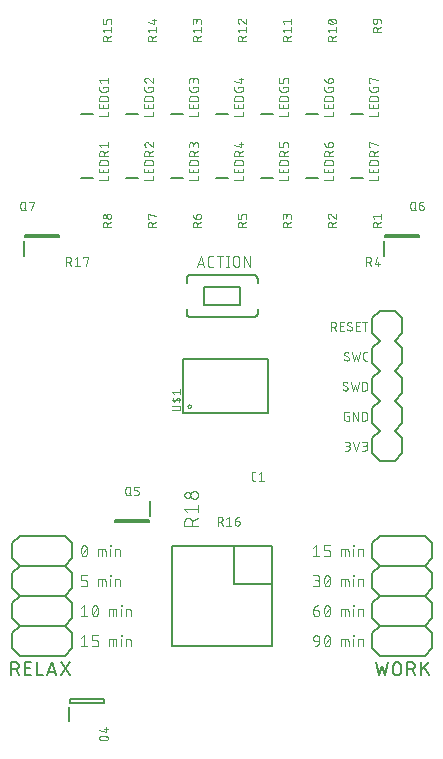
<source format=gbr>
G04 EAGLE Gerber RS-274X export*
G75*
%MOMM*%
%FSLAX34Y34*%
%LPD*%
%INSilkscreen Top*%
%IPPOS*%
%AMOC8*
5,1,8,0,0,1.08239X$1,22.5*%
G01*
%ADD10C,0.076200*%
%ADD11C,0.203200*%
%ADD12C,0.127000*%
%ADD13C,0.050000*%
%ADD14C,0.152400*%
%ADD15C,0.200000*%
%ADD16C,0.101600*%


D10*
X71894Y219284D02*
X71815Y219117D01*
X71740Y218948D01*
X71669Y218777D01*
X71602Y218605D01*
X71540Y218431D01*
X71481Y218255D01*
X71427Y218079D01*
X71377Y217901D01*
X71331Y217721D01*
X71289Y217541D01*
X71252Y217360D01*
X71219Y217178D01*
X71190Y216996D01*
X71166Y216812D01*
X71146Y216628D01*
X71131Y216444D01*
X71120Y216260D01*
X71113Y216075D01*
X71111Y215890D01*
X71894Y219284D02*
X71924Y219364D01*
X71957Y219443D01*
X71994Y219520D01*
X72034Y219596D01*
X72077Y219670D01*
X72123Y219742D01*
X72173Y219811D01*
X72225Y219879D01*
X72281Y219944D01*
X72339Y220007D01*
X72401Y220066D01*
X72464Y220124D01*
X72531Y220178D01*
X72599Y220229D01*
X72670Y220277D01*
X72743Y220322D01*
X72817Y220364D01*
X72894Y220402D01*
X72972Y220437D01*
X73051Y220469D01*
X73132Y220497D01*
X73214Y220521D01*
X73298Y220542D01*
X73381Y220559D01*
X73466Y220572D01*
X73551Y220581D01*
X73636Y220587D01*
X73722Y220589D01*
X73808Y220587D01*
X73893Y220581D01*
X73978Y220572D01*
X74063Y220559D01*
X74146Y220542D01*
X74230Y220521D01*
X74312Y220497D01*
X74393Y220469D01*
X74472Y220437D01*
X74550Y220402D01*
X74627Y220364D01*
X74701Y220322D01*
X74774Y220277D01*
X74845Y220229D01*
X74913Y220178D01*
X74980Y220124D01*
X75043Y220066D01*
X75105Y220007D01*
X75163Y219944D01*
X75219Y219879D01*
X75271Y219811D01*
X75321Y219742D01*
X75367Y219670D01*
X75410Y219596D01*
X75450Y219520D01*
X75487Y219443D01*
X75520Y219364D01*
X75550Y219284D01*
X75549Y219284D02*
X75628Y219117D01*
X75703Y218948D01*
X75774Y218777D01*
X75841Y218605D01*
X75903Y218431D01*
X75962Y218255D01*
X76016Y218079D01*
X76066Y217901D01*
X76112Y217721D01*
X76154Y217541D01*
X76191Y217360D01*
X76224Y217178D01*
X76253Y216996D01*
X76277Y216812D01*
X76297Y216628D01*
X76312Y216444D01*
X76323Y216260D01*
X76330Y216075D01*
X76332Y215890D01*
X71111Y215890D02*
X71113Y215705D01*
X71120Y215520D01*
X71131Y215336D01*
X71146Y215152D01*
X71166Y214968D01*
X71190Y214784D01*
X71219Y214602D01*
X71252Y214420D01*
X71289Y214239D01*
X71331Y214059D01*
X71377Y213879D01*
X71427Y213701D01*
X71481Y213525D01*
X71540Y213349D01*
X71602Y213175D01*
X71669Y213003D01*
X71740Y212832D01*
X71815Y212663D01*
X71894Y212496D01*
X71924Y212416D01*
X71957Y212337D01*
X71994Y212260D01*
X72034Y212184D01*
X72077Y212110D01*
X72123Y212038D01*
X72173Y211969D01*
X72226Y211901D01*
X72281Y211836D01*
X72340Y211773D01*
X72401Y211714D01*
X72464Y211656D01*
X72531Y211602D01*
X72599Y211551D01*
X72670Y211503D01*
X72743Y211458D01*
X72817Y211416D01*
X72894Y211378D01*
X72972Y211343D01*
X73051Y211311D01*
X73132Y211283D01*
X73214Y211259D01*
X73298Y211238D01*
X73381Y211221D01*
X73466Y211208D01*
X73551Y211199D01*
X73636Y211193D01*
X73722Y211191D01*
X75549Y212496D02*
X75628Y212663D01*
X75703Y212832D01*
X75774Y213003D01*
X75841Y213175D01*
X75903Y213349D01*
X75962Y213525D01*
X76016Y213701D01*
X76066Y213879D01*
X76112Y214059D01*
X76154Y214239D01*
X76191Y214420D01*
X76224Y214602D01*
X76253Y214784D01*
X76277Y214968D01*
X76297Y215152D01*
X76312Y215336D01*
X76323Y215520D01*
X76330Y215705D01*
X76332Y215890D01*
X75550Y212496D02*
X75520Y212416D01*
X75487Y212337D01*
X75450Y212260D01*
X75410Y212184D01*
X75367Y212110D01*
X75321Y212038D01*
X75271Y211969D01*
X75219Y211901D01*
X75163Y211836D01*
X75105Y211773D01*
X75043Y211714D01*
X74980Y211656D01*
X74913Y211602D01*
X74845Y211551D01*
X74774Y211503D01*
X74701Y211458D01*
X74627Y211416D01*
X74550Y211378D01*
X74472Y211343D01*
X74393Y211311D01*
X74312Y211283D01*
X74230Y211259D01*
X74146Y211238D01*
X74063Y211221D01*
X73978Y211208D01*
X73893Y211199D01*
X73808Y211193D01*
X73722Y211191D01*
X71633Y213279D02*
X75810Y218501D01*
X85524Y217456D02*
X85524Y211191D01*
X85524Y217456D02*
X90223Y217456D01*
X90300Y217454D01*
X90376Y217448D01*
X90453Y217439D01*
X90529Y217426D01*
X90604Y217409D01*
X90678Y217389D01*
X90751Y217364D01*
X90822Y217337D01*
X90893Y217306D01*
X90961Y217271D01*
X91028Y217233D01*
X91093Y217192D01*
X91156Y217148D01*
X91216Y217101D01*
X91275Y217050D01*
X91330Y216997D01*
X91383Y216942D01*
X91434Y216883D01*
X91481Y216823D01*
X91525Y216760D01*
X91566Y216695D01*
X91604Y216628D01*
X91639Y216560D01*
X91670Y216489D01*
X91697Y216418D01*
X91722Y216345D01*
X91742Y216271D01*
X91759Y216196D01*
X91772Y216120D01*
X91781Y216043D01*
X91787Y215967D01*
X91789Y215890D01*
X91789Y211191D01*
X88657Y211191D02*
X88657Y217456D01*
X95972Y217456D02*
X95972Y211191D01*
X95711Y220067D02*
X95711Y220589D01*
X96233Y220589D01*
X96233Y220067D01*
X95711Y220067D01*
X99979Y217456D02*
X99979Y211191D01*
X99979Y217456D02*
X102590Y217456D01*
X102667Y217454D01*
X102743Y217448D01*
X102820Y217439D01*
X102896Y217426D01*
X102971Y217409D01*
X103045Y217389D01*
X103118Y217364D01*
X103189Y217337D01*
X103260Y217306D01*
X103328Y217271D01*
X103395Y217233D01*
X103460Y217192D01*
X103523Y217148D01*
X103583Y217101D01*
X103642Y217050D01*
X103697Y216997D01*
X103750Y216942D01*
X103801Y216883D01*
X103848Y216823D01*
X103892Y216760D01*
X103933Y216695D01*
X103971Y216628D01*
X104006Y216560D01*
X104037Y216489D01*
X104064Y216418D01*
X104089Y216345D01*
X104109Y216271D01*
X104126Y216196D01*
X104139Y216120D01*
X104148Y216044D01*
X104154Y215967D01*
X104156Y215890D01*
X104156Y211191D01*
X74244Y185791D02*
X71111Y185791D01*
X74244Y185791D02*
X74333Y185793D01*
X74421Y185799D01*
X74509Y185808D01*
X74597Y185821D01*
X74684Y185838D01*
X74770Y185858D01*
X74855Y185883D01*
X74940Y185910D01*
X75023Y185942D01*
X75104Y185976D01*
X75184Y186015D01*
X75262Y186056D01*
X75339Y186101D01*
X75413Y186149D01*
X75486Y186200D01*
X75556Y186254D01*
X75623Y186312D01*
X75689Y186372D01*
X75751Y186434D01*
X75811Y186500D01*
X75869Y186567D01*
X75923Y186637D01*
X75974Y186710D01*
X76022Y186784D01*
X76067Y186861D01*
X76108Y186939D01*
X76147Y187019D01*
X76181Y187100D01*
X76213Y187183D01*
X76240Y187268D01*
X76265Y187353D01*
X76285Y187439D01*
X76302Y187526D01*
X76315Y187614D01*
X76324Y187702D01*
X76330Y187790D01*
X76332Y187879D01*
X76332Y188924D01*
X76330Y189013D01*
X76324Y189101D01*
X76315Y189189D01*
X76302Y189277D01*
X76285Y189364D01*
X76265Y189450D01*
X76240Y189535D01*
X76213Y189620D01*
X76181Y189703D01*
X76147Y189784D01*
X76108Y189864D01*
X76067Y189942D01*
X76022Y190019D01*
X75974Y190093D01*
X75923Y190166D01*
X75869Y190236D01*
X75811Y190303D01*
X75751Y190369D01*
X75689Y190431D01*
X75623Y190491D01*
X75556Y190549D01*
X75486Y190603D01*
X75413Y190654D01*
X75339Y190702D01*
X75262Y190747D01*
X75184Y190788D01*
X75104Y190827D01*
X75023Y190861D01*
X74940Y190893D01*
X74855Y190920D01*
X74770Y190945D01*
X74684Y190965D01*
X74597Y190982D01*
X74509Y190995D01*
X74421Y191004D01*
X74333Y191010D01*
X74244Y191012D01*
X71111Y191012D01*
X71111Y195189D01*
X76332Y195189D01*
X85524Y192056D02*
X85524Y185791D01*
X85524Y192056D02*
X90223Y192056D01*
X90300Y192054D01*
X90376Y192048D01*
X90453Y192039D01*
X90529Y192026D01*
X90604Y192009D01*
X90678Y191989D01*
X90751Y191964D01*
X90822Y191937D01*
X90893Y191906D01*
X90961Y191871D01*
X91028Y191833D01*
X91093Y191792D01*
X91156Y191748D01*
X91216Y191701D01*
X91275Y191650D01*
X91330Y191597D01*
X91383Y191542D01*
X91434Y191483D01*
X91481Y191423D01*
X91525Y191360D01*
X91566Y191295D01*
X91604Y191228D01*
X91639Y191160D01*
X91670Y191089D01*
X91697Y191018D01*
X91722Y190945D01*
X91742Y190871D01*
X91759Y190796D01*
X91772Y190720D01*
X91781Y190643D01*
X91787Y190567D01*
X91789Y190490D01*
X91789Y185791D01*
X88657Y185791D02*
X88657Y192056D01*
X95972Y192056D02*
X95972Y185791D01*
X95711Y194667D02*
X95711Y195189D01*
X96233Y195189D01*
X96233Y194667D01*
X95711Y194667D01*
X99979Y192056D02*
X99979Y185791D01*
X99979Y192056D02*
X102590Y192056D01*
X102667Y192054D01*
X102743Y192048D01*
X102820Y192039D01*
X102896Y192026D01*
X102971Y192009D01*
X103045Y191989D01*
X103118Y191964D01*
X103189Y191937D01*
X103260Y191906D01*
X103328Y191871D01*
X103395Y191833D01*
X103460Y191792D01*
X103523Y191748D01*
X103583Y191701D01*
X103642Y191650D01*
X103697Y191597D01*
X103750Y191542D01*
X103801Y191483D01*
X103848Y191423D01*
X103892Y191360D01*
X103933Y191295D01*
X103971Y191228D01*
X104006Y191160D01*
X104037Y191089D01*
X104064Y191018D01*
X104089Y190945D01*
X104109Y190871D01*
X104126Y190796D01*
X104139Y190720D01*
X104148Y190644D01*
X104154Y190567D01*
X104156Y190490D01*
X104156Y185791D01*
X73722Y169789D02*
X71111Y167701D01*
X73722Y169789D02*
X73722Y160391D01*
X76332Y160391D02*
X71111Y160391D01*
X80255Y165090D02*
X80257Y165275D01*
X80264Y165460D01*
X80275Y165644D01*
X80290Y165828D01*
X80310Y166012D01*
X80334Y166196D01*
X80363Y166378D01*
X80396Y166560D01*
X80433Y166741D01*
X80475Y166921D01*
X80521Y167101D01*
X80571Y167279D01*
X80625Y167455D01*
X80684Y167631D01*
X80746Y167805D01*
X80813Y167977D01*
X80884Y168148D01*
X80959Y168317D01*
X81038Y168484D01*
X81068Y168564D01*
X81101Y168643D01*
X81138Y168720D01*
X81178Y168796D01*
X81221Y168870D01*
X81267Y168942D01*
X81317Y169011D01*
X81369Y169079D01*
X81425Y169144D01*
X81483Y169207D01*
X81545Y169266D01*
X81608Y169324D01*
X81675Y169378D01*
X81743Y169429D01*
X81814Y169477D01*
X81887Y169522D01*
X81961Y169564D01*
X82038Y169602D01*
X82116Y169637D01*
X82195Y169669D01*
X82276Y169697D01*
X82358Y169721D01*
X82442Y169742D01*
X82525Y169759D01*
X82610Y169772D01*
X82695Y169781D01*
X82780Y169787D01*
X82866Y169789D01*
X82952Y169787D01*
X83037Y169781D01*
X83122Y169772D01*
X83207Y169759D01*
X83290Y169742D01*
X83374Y169721D01*
X83456Y169697D01*
X83537Y169669D01*
X83616Y169637D01*
X83694Y169602D01*
X83771Y169564D01*
X83845Y169522D01*
X83918Y169477D01*
X83989Y169429D01*
X84057Y169378D01*
X84124Y169324D01*
X84187Y169266D01*
X84249Y169207D01*
X84307Y169144D01*
X84363Y169079D01*
X84415Y169011D01*
X84465Y168942D01*
X84511Y168870D01*
X84554Y168796D01*
X84594Y168720D01*
X84631Y168643D01*
X84664Y168564D01*
X84694Y168484D01*
X84693Y168484D02*
X84772Y168317D01*
X84847Y168148D01*
X84918Y167977D01*
X84985Y167805D01*
X85047Y167631D01*
X85106Y167455D01*
X85160Y167279D01*
X85210Y167101D01*
X85256Y166921D01*
X85298Y166741D01*
X85335Y166560D01*
X85368Y166378D01*
X85397Y166196D01*
X85421Y166012D01*
X85441Y165828D01*
X85456Y165644D01*
X85467Y165460D01*
X85474Y165275D01*
X85476Y165090D01*
X80255Y165090D02*
X80257Y164905D01*
X80264Y164720D01*
X80275Y164536D01*
X80290Y164352D01*
X80310Y164168D01*
X80334Y163984D01*
X80363Y163802D01*
X80396Y163620D01*
X80433Y163439D01*
X80475Y163259D01*
X80521Y163079D01*
X80571Y162901D01*
X80625Y162725D01*
X80684Y162549D01*
X80746Y162375D01*
X80813Y162203D01*
X80884Y162032D01*
X80959Y161863D01*
X81038Y161696D01*
X81068Y161616D01*
X81101Y161537D01*
X81138Y161460D01*
X81178Y161384D01*
X81221Y161310D01*
X81267Y161238D01*
X81317Y161169D01*
X81370Y161101D01*
X81425Y161036D01*
X81484Y160973D01*
X81545Y160914D01*
X81608Y160856D01*
X81675Y160802D01*
X81743Y160751D01*
X81814Y160703D01*
X81887Y160658D01*
X81961Y160616D01*
X82038Y160578D01*
X82116Y160543D01*
X82195Y160511D01*
X82276Y160483D01*
X82358Y160459D01*
X82442Y160438D01*
X82525Y160421D01*
X82610Y160408D01*
X82695Y160399D01*
X82780Y160393D01*
X82866Y160391D01*
X84693Y161696D02*
X84772Y161863D01*
X84847Y162032D01*
X84918Y162203D01*
X84985Y162375D01*
X85047Y162549D01*
X85106Y162725D01*
X85160Y162901D01*
X85210Y163079D01*
X85256Y163259D01*
X85298Y163439D01*
X85335Y163620D01*
X85368Y163802D01*
X85397Y163984D01*
X85421Y164168D01*
X85441Y164352D01*
X85456Y164536D01*
X85467Y164720D01*
X85474Y164905D01*
X85476Y165090D01*
X84694Y161696D02*
X84664Y161616D01*
X84631Y161537D01*
X84594Y161460D01*
X84554Y161384D01*
X84511Y161310D01*
X84465Y161238D01*
X84415Y161169D01*
X84363Y161101D01*
X84307Y161036D01*
X84249Y160973D01*
X84187Y160914D01*
X84124Y160856D01*
X84057Y160802D01*
X83989Y160751D01*
X83918Y160703D01*
X83845Y160658D01*
X83771Y160616D01*
X83694Y160578D01*
X83616Y160543D01*
X83537Y160511D01*
X83456Y160483D01*
X83374Y160459D01*
X83290Y160438D01*
X83207Y160421D01*
X83122Y160408D01*
X83037Y160399D01*
X82952Y160393D01*
X82866Y160391D01*
X80777Y162479D02*
X84954Y167701D01*
X94668Y166656D02*
X94668Y160391D01*
X94668Y166656D02*
X99367Y166656D01*
X99444Y166654D01*
X99520Y166648D01*
X99597Y166639D01*
X99673Y166626D01*
X99748Y166609D01*
X99822Y166589D01*
X99895Y166564D01*
X99966Y166537D01*
X100037Y166506D01*
X100105Y166471D01*
X100172Y166433D01*
X100237Y166392D01*
X100300Y166348D01*
X100360Y166301D01*
X100419Y166250D01*
X100474Y166197D01*
X100527Y166142D01*
X100578Y166083D01*
X100625Y166023D01*
X100669Y165960D01*
X100710Y165895D01*
X100748Y165828D01*
X100783Y165760D01*
X100814Y165689D01*
X100841Y165618D01*
X100866Y165545D01*
X100886Y165471D01*
X100903Y165396D01*
X100916Y165320D01*
X100925Y165243D01*
X100931Y165167D01*
X100933Y165090D01*
X100933Y160391D01*
X97801Y160391D02*
X97801Y166656D01*
X105116Y166656D02*
X105116Y160391D01*
X104855Y169267D02*
X104855Y169789D01*
X105377Y169789D01*
X105377Y169267D01*
X104855Y169267D01*
X109123Y166656D02*
X109123Y160391D01*
X109123Y166656D02*
X111734Y166656D01*
X111811Y166654D01*
X111887Y166648D01*
X111964Y166639D01*
X112040Y166626D01*
X112115Y166609D01*
X112189Y166589D01*
X112262Y166564D01*
X112333Y166537D01*
X112404Y166506D01*
X112472Y166471D01*
X112539Y166433D01*
X112604Y166392D01*
X112667Y166348D01*
X112727Y166301D01*
X112786Y166250D01*
X112841Y166197D01*
X112894Y166142D01*
X112945Y166083D01*
X112992Y166023D01*
X113036Y165960D01*
X113077Y165895D01*
X113115Y165828D01*
X113150Y165760D01*
X113181Y165689D01*
X113208Y165618D01*
X113233Y165545D01*
X113253Y165471D01*
X113270Y165396D01*
X113283Y165320D01*
X113292Y165244D01*
X113298Y165167D01*
X113300Y165090D01*
X113300Y160391D01*
X73722Y144389D02*
X71111Y142301D01*
X73722Y144389D02*
X73722Y134991D01*
X76332Y134991D02*
X71111Y134991D01*
X80255Y134991D02*
X83388Y134991D01*
X83477Y134993D01*
X83565Y134999D01*
X83653Y135008D01*
X83741Y135021D01*
X83828Y135038D01*
X83914Y135058D01*
X83999Y135083D01*
X84084Y135110D01*
X84167Y135142D01*
X84248Y135176D01*
X84328Y135215D01*
X84406Y135256D01*
X84483Y135301D01*
X84557Y135349D01*
X84630Y135400D01*
X84700Y135454D01*
X84767Y135512D01*
X84833Y135572D01*
X84895Y135634D01*
X84955Y135700D01*
X85013Y135767D01*
X85067Y135837D01*
X85118Y135910D01*
X85166Y135984D01*
X85211Y136061D01*
X85252Y136139D01*
X85291Y136219D01*
X85325Y136300D01*
X85357Y136383D01*
X85384Y136468D01*
X85409Y136553D01*
X85429Y136639D01*
X85446Y136726D01*
X85459Y136814D01*
X85468Y136902D01*
X85474Y136990D01*
X85476Y137079D01*
X85476Y138124D01*
X85474Y138213D01*
X85468Y138301D01*
X85459Y138389D01*
X85446Y138477D01*
X85429Y138564D01*
X85409Y138650D01*
X85384Y138735D01*
X85357Y138820D01*
X85325Y138903D01*
X85291Y138984D01*
X85252Y139064D01*
X85211Y139142D01*
X85166Y139219D01*
X85118Y139293D01*
X85067Y139366D01*
X85013Y139436D01*
X84955Y139503D01*
X84895Y139569D01*
X84833Y139631D01*
X84767Y139691D01*
X84700Y139749D01*
X84630Y139803D01*
X84557Y139854D01*
X84483Y139902D01*
X84406Y139947D01*
X84328Y139988D01*
X84248Y140027D01*
X84167Y140061D01*
X84084Y140093D01*
X83999Y140120D01*
X83914Y140145D01*
X83828Y140165D01*
X83741Y140182D01*
X83653Y140195D01*
X83565Y140204D01*
X83477Y140210D01*
X83388Y140212D01*
X80255Y140212D01*
X80255Y144389D01*
X85476Y144389D01*
X94668Y141256D02*
X94668Y134991D01*
X94668Y141256D02*
X99367Y141256D01*
X99444Y141254D01*
X99520Y141248D01*
X99597Y141239D01*
X99673Y141226D01*
X99748Y141209D01*
X99822Y141189D01*
X99895Y141164D01*
X99966Y141137D01*
X100037Y141106D01*
X100105Y141071D01*
X100172Y141033D01*
X100237Y140992D01*
X100300Y140948D01*
X100360Y140901D01*
X100419Y140850D01*
X100474Y140797D01*
X100527Y140742D01*
X100578Y140683D01*
X100625Y140623D01*
X100669Y140560D01*
X100710Y140495D01*
X100748Y140428D01*
X100783Y140360D01*
X100814Y140289D01*
X100841Y140218D01*
X100866Y140145D01*
X100886Y140071D01*
X100903Y139996D01*
X100916Y139920D01*
X100925Y139843D01*
X100931Y139767D01*
X100933Y139690D01*
X100933Y134991D01*
X97801Y134991D02*
X97801Y141256D01*
X105116Y141256D02*
X105116Y134991D01*
X104855Y143867D02*
X104855Y144389D01*
X105377Y144389D01*
X105377Y143867D01*
X104855Y143867D01*
X109123Y141256D02*
X109123Y134991D01*
X109123Y141256D02*
X111734Y141256D01*
X111811Y141254D01*
X111887Y141248D01*
X111964Y141239D01*
X112040Y141226D01*
X112115Y141209D01*
X112189Y141189D01*
X112262Y141164D01*
X112333Y141137D01*
X112404Y141106D01*
X112472Y141071D01*
X112539Y141033D01*
X112604Y140992D01*
X112667Y140948D01*
X112727Y140901D01*
X112786Y140850D01*
X112841Y140797D01*
X112894Y140742D01*
X112945Y140683D01*
X112992Y140623D01*
X113036Y140560D01*
X113077Y140495D01*
X113115Y140428D01*
X113150Y140360D01*
X113181Y140289D01*
X113208Y140218D01*
X113233Y140145D01*
X113253Y140071D01*
X113270Y139996D01*
X113283Y139920D01*
X113292Y139844D01*
X113298Y139767D01*
X113300Y139690D01*
X113300Y134991D01*
X267700Y218521D02*
X270310Y220609D01*
X270310Y211211D01*
X267700Y211211D02*
X272921Y211211D01*
X276844Y211211D02*
X279976Y211211D01*
X280065Y211213D01*
X280153Y211219D01*
X280241Y211228D01*
X280329Y211241D01*
X280416Y211258D01*
X280502Y211278D01*
X280587Y211303D01*
X280672Y211330D01*
X280755Y211362D01*
X280836Y211396D01*
X280916Y211435D01*
X280994Y211476D01*
X281071Y211521D01*
X281145Y211569D01*
X281218Y211620D01*
X281288Y211674D01*
X281355Y211732D01*
X281421Y211792D01*
X281483Y211854D01*
X281543Y211920D01*
X281601Y211987D01*
X281655Y212057D01*
X281706Y212130D01*
X281754Y212204D01*
X281799Y212281D01*
X281840Y212359D01*
X281879Y212439D01*
X281913Y212520D01*
X281945Y212603D01*
X281972Y212688D01*
X281997Y212773D01*
X282017Y212859D01*
X282034Y212946D01*
X282047Y213034D01*
X282056Y213122D01*
X282062Y213210D01*
X282064Y213299D01*
X282065Y213299D02*
X282065Y214344D01*
X282064Y214344D02*
X282062Y214433D01*
X282056Y214521D01*
X282047Y214609D01*
X282034Y214697D01*
X282017Y214784D01*
X281997Y214870D01*
X281972Y214955D01*
X281945Y215040D01*
X281913Y215123D01*
X281879Y215204D01*
X281840Y215284D01*
X281799Y215362D01*
X281754Y215439D01*
X281706Y215513D01*
X281655Y215586D01*
X281601Y215656D01*
X281543Y215723D01*
X281483Y215789D01*
X281421Y215851D01*
X281355Y215911D01*
X281288Y215969D01*
X281218Y216023D01*
X281145Y216074D01*
X281071Y216122D01*
X280994Y216167D01*
X280916Y216208D01*
X280836Y216247D01*
X280755Y216281D01*
X280672Y216313D01*
X280587Y216340D01*
X280502Y216365D01*
X280416Y216385D01*
X280329Y216402D01*
X280241Y216415D01*
X280153Y216424D01*
X280065Y216430D01*
X279976Y216432D01*
X276844Y216432D01*
X276844Y220609D01*
X282065Y220609D01*
X291257Y217476D02*
X291257Y211211D01*
X291257Y217476D02*
X295956Y217476D01*
X296033Y217474D01*
X296109Y217468D01*
X296186Y217459D01*
X296262Y217446D01*
X296337Y217429D01*
X296411Y217409D01*
X296484Y217384D01*
X296555Y217357D01*
X296626Y217326D01*
X296694Y217291D01*
X296761Y217253D01*
X296826Y217212D01*
X296889Y217168D01*
X296949Y217121D01*
X297008Y217070D01*
X297063Y217017D01*
X297116Y216962D01*
X297167Y216903D01*
X297214Y216843D01*
X297258Y216780D01*
X297299Y216715D01*
X297337Y216648D01*
X297372Y216580D01*
X297403Y216509D01*
X297430Y216438D01*
X297455Y216365D01*
X297475Y216291D01*
X297492Y216216D01*
X297505Y216140D01*
X297514Y216063D01*
X297520Y215987D01*
X297522Y215910D01*
X297522Y211211D01*
X294389Y211211D02*
X294389Y217476D01*
X301705Y217476D02*
X301705Y211211D01*
X301444Y220087D02*
X301444Y220609D01*
X301966Y220609D01*
X301966Y220087D01*
X301444Y220087D01*
X305712Y217476D02*
X305712Y211211D01*
X305712Y217476D02*
X308323Y217476D01*
X308400Y217474D01*
X308476Y217468D01*
X308553Y217459D01*
X308629Y217446D01*
X308704Y217429D01*
X308778Y217409D01*
X308851Y217384D01*
X308922Y217357D01*
X308993Y217326D01*
X309061Y217291D01*
X309128Y217253D01*
X309193Y217212D01*
X309256Y217168D01*
X309316Y217121D01*
X309375Y217070D01*
X309430Y217017D01*
X309483Y216962D01*
X309534Y216903D01*
X309581Y216843D01*
X309625Y216780D01*
X309666Y216715D01*
X309704Y216648D01*
X309739Y216580D01*
X309770Y216509D01*
X309797Y216438D01*
X309822Y216365D01*
X309842Y216291D01*
X309859Y216216D01*
X309872Y216140D01*
X309881Y216064D01*
X309887Y215987D01*
X309889Y215910D01*
X309889Y211211D01*
X270310Y185811D02*
X267700Y185811D01*
X270310Y185811D02*
X270411Y185813D01*
X270512Y185819D01*
X270613Y185829D01*
X270713Y185842D01*
X270813Y185860D01*
X270912Y185881D01*
X271010Y185907D01*
X271107Y185936D01*
X271203Y185968D01*
X271297Y186005D01*
X271390Y186045D01*
X271482Y186089D01*
X271571Y186136D01*
X271659Y186187D01*
X271745Y186241D01*
X271828Y186298D01*
X271910Y186358D01*
X271988Y186422D01*
X272065Y186488D01*
X272138Y186558D01*
X272209Y186630D01*
X272277Y186705D01*
X272342Y186783D01*
X272404Y186863D01*
X272463Y186945D01*
X272519Y187030D01*
X272571Y187116D01*
X272620Y187205D01*
X272666Y187296D01*
X272707Y187388D01*
X272746Y187482D01*
X272780Y187577D01*
X272811Y187673D01*
X272838Y187771D01*
X272862Y187869D01*
X272881Y187969D01*
X272897Y188069D01*
X272909Y188169D01*
X272917Y188270D01*
X272921Y188371D01*
X272921Y188473D01*
X272917Y188574D01*
X272909Y188675D01*
X272897Y188775D01*
X272881Y188875D01*
X272862Y188975D01*
X272838Y189073D01*
X272811Y189171D01*
X272780Y189267D01*
X272746Y189362D01*
X272707Y189456D01*
X272666Y189548D01*
X272620Y189639D01*
X272571Y189727D01*
X272519Y189814D01*
X272463Y189899D01*
X272404Y189981D01*
X272342Y190061D01*
X272277Y190139D01*
X272209Y190214D01*
X272138Y190286D01*
X272065Y190356D01*
X271988Y190422D01*
X271910Y190486D01*
X271828Y190546D01*
X271745Y190603D01*
X271659Y190657D01*
X271571Y190708D01*
X271482Y190755D01*
X271390Y190799D01*
X271297Y190839D01*
X271203Y190876D01*
X271107Y190908D01*
X271010Y190937D01*
X270912Y190963D01*
X270813Y190984D01*
X270713Y191002D01*
X270613Y191015D01*
X270512Y191025D01*
X270411Y191031D01*
X270310Y191033D01*
X270832Y195209D02*
X267700Y195209D01*
X270832Y195209D02*
X270922Y195207D01*
X271011Y195201D01*
X271101Y195192D01*
X271190Y195178D01*
X271278Y195161D01*
X271365Y195140D01*
X271452Y195115D01*
X271537Y195086D01*
X271621Y195054D01*
X271703Y195019D01*
X271784Y194979D01*
X271863Y194937D01*
X271940Y194891D01*
X272015Y194841D01*
X272088Y194789D01*
X272159Y194733D01*
X272227Y194675D01*
X272292Y194613D01*
X272355Y194549D01*
X272415Y194482D01*
X272472Y194413D01*
X272526Y194341D01*
X272577Y194267D01*
X272625Y194191D01*
X272669Y194113D01*
X272710Y194033D01*
X272748Y193951D01*
X272782Y193868D01*
X272812Y193783D01*
X272839Y193697D01*
X272862Y193611D01*
X272881Y193523D01*
X272896Y193434D01*
X272908Y193345D01*
X272916Y193256D01*
X272920Y193166D01*
X272920Y193076D01*
X272916Y192986D01*
X272908Y192897D01*
X272896Y192808D01*
X272881Y192719D01*
X272862Y192631D01*
X272839Y192545D01*
X272812Y192459D01*
X272782Y192374D01*
X272748Y192291D01*
X272710Y192209D01*
X272669Y192129D01*
X272625Y192051D01*
X272577Y191975D01*
X272526Y191901D01*
X272472Y191829D01*
X272415Y191760D01*
X272355Y191693D01*
X272292Y191629D01*
X272227Y191567D01*
X272159Y191509D01*
X272088Y191453D01*
X272015Y191401D01*
X271940Y191351D01*
X271863Y191305D01*
X271784Y191263D01*
X271703Y191223D01*
X271621Y191188D01*
X271537Y191156D01*
X271452Y191127D01*
X271365Y191102D01*
X271278Y191081D01*
X271190Y191064D01*
X271101Y191050D01*
X271011Y191041D01*
X270922Y191035D01*
X270832Y191033D01*
X270832Y191032D02*
X268744Y191032D01*
X276843Y190510D02*
X276845Y190695D01*
X276852Y190880D01*
X276863Y191064D01*
X276878Y191248D01*
X276898Y191432D01*
X276922Y191616D01*
X276951Y191798D01*
X276984Y191980D01*
X277021Y192161D01*
X277063Y192341D01*
X277109Y192521D01*
X277159Y192699D01*
X277213Y192875D01*
X277272Y193051D01*
X277334Y193225D01*
X277401Y193397D01*
X277472Y193568D01*
X277547Y193737D01*
X277626Y193904D01*
X277656Y193984D01*
X277689Y194063D01*
X277726Y194140D01*
X277766Y194216D01*
X277809Y194290D01*
X277855Y194362D01*
X277905Y194431D01*
X277957Y194499D01*
X278013Y194564D01*
X278071Y194627D01*
X278133Y194686D01*
X278196Y194744D01*
X278263Y194798D01*
X278331Y194849D01*
X278402Y194897D01*
X278475Y194942D01*
X278549Y194984D01*
X278626Y195022D01*
X278704Y195057D01*
X278783Y195089D01*
X278864Y195117D01*
X278946Y195141D01*
X279030Y195162D01*
X279113Y195179D01*
X279198Y195192D01*
X279283Y195201D01*
X279368Y195207D01*
X279454Y195209D01*
X279540Y195207D01*
X279625Y195201D01*
X279710Y195192D01*
X279795Y195179D01*
X279878Y195162D01*
X279962Y195141D01*
X280044Y195117D01*
X280125Y195089D01*
X280204Y195057D01*
X280282Y195022D01*
X280359Y194984D01*
X280433Y194942D01*
X280506Y194897D01*
X280577Y194849D01*
X280645Y194798D01*
X280712Y194744D01*
X280775Y194686D01*
X280837Y194627D01*
X280895Y194564D01*
X280951Y194499D01*
X281003Y194431D01*
X281053Y194362D01*
X281099Y194290D01*
X281142Y194216D01*
X281182Y194140D01*
X281219Y194063D01*
X281252Y193984D01*
X281282Y193904D01*
X281361Y193737D01*
X281436Y193568D01*
X281507Y193397D01*
X281574Y193225D01*
X281636Y193051D01*
X281695Y192875D01*
X281749Y192699D01*
X281799Y192521D01*
X281845Y192341D01*
X281887Y192161D01*
X281924Y191980D01*
X281957Y191798D01*
X281986Y191616D01*
X282010Y191432D01*
X282030Y191248D01*
X282045Y191064D01*
X282056Y190880D01*
X282063Y190695D01*
X282065Y190510D01*
X276844Y190510D02*
X276846Y190325D01*
X276853Y190140D01*
X276864Y189956D01*
X276879Y189772D01*
X276899Y189588D01*
X276923Y189404D01*
X276952Y189222D01*
X276985Y189040D01*
X277022Y188859D01*
X277064Y188679D01*
X277110Y188499D01*
X277160Y188321D01*
X277214Y188145D01*
X277273Y187969D01*
X277335Y187795D01*
X277402Y187623D01*
X277473Y187452D01*
X277548Y187283D01*
X277627Y187116D01*
X277626Y187116D02*
X277656Y187036D01*
X277689Y186957D01*
X277726Y186880D01*
X277766Y186804D01*
X277809Y186730D01*
X277855Y186658D01*
X277905Y186589D01*
X277958Y186521D01*
X278013Y186456D01*
X278072Y186393D01*
X278133Y186334D01*
X278196Y186276D01*
X278263Y186222D01*
X278331Y186171D01*
X278402Y186123D01*
X278475Y186078D01*
X278549Y186036D01*
X278626Y185998D01*
X278704Y185963D01*
X278783Y185931D01*
X278864Y185903D01*
X278946Y185879D01*
X279030Y185858D01*
X279113Y185841D01*
X279198Y185828D01*
X279283Y185819D01*
X279368Y185813D01*
X279454Y185811D01*
X281282Y187116D02*
X281361Y187283D01*
X281436Y187452D01*
X281507Y187623D01*
X281574Y187795D01*
X281636Y187969D01*
X281695Y188145D01*
X281749Y188321D01*
X281799Y188499D01*
X281845Y188679D01*
X281887Y188859D01*
X281924Y189040D01*
X281957Y189222D01*
X281986Y189404D01*
X282010Y189588D01*
X282030Y189772D01*
X282045Y189956D01*
X282056Y190140D01*
X282063Y190325D01*
X282065Y190510D01*
X281282Y187116D02*
X281252Y187036D01*
X281219Y186957D01*
X281182Y186880D01*
X281142Y186804D01*
X281099Y186730D01*
X281053Y186658D01*
X281003Y186589D01*
X280951Y186521D01*
X280895Y186456D01*
X280837Y186393D01*
X280775Y186334D01*
X280712Y186276D01*
X280645Y186222D01*
X280577Y186171D01*
X280506Y186123D01*
X280433Y186078D01*
X280359Y186036D01*
X280282Y185998D01*
X280204Y185963D01*
X280125Y185931D01*
X280044Y185903D01*
X279962Y185879D01*
X279878Y185858D01*
X279795Y185841D01*
X279710Y185828D01*
X279625Y185819D01*
X279540Y185813D01*
X279454Y185811D01*
X277366Y187899D02*
X281543Y193121D01*
X291257Y192076D02*
X291257Y185811D01*
X291257Y192076D02*
X295956Y192076D01*
X296033Y192074D01*
X296109Y192068D01*
X296186Y192059D01*
X296262Y192046D01*
X296337Y192029D01*
X296411Y192009D01*
X296484Y191984D01*
X296555Y191957D01*
X296626Y191926D01*
X296694Y191891D01*
X296761Y191853D01*
X296826Y191812D01*
X296889Y191768D01*
X296949Y191721D01*
X297008Y191670D01*
X297063Y191617D01*
X297116Y191562D01*
X297167Y191503D01*
X297214Y191443D01*
X297258Y191380D01*
X297299Y191315D01*
X297337Y191248D01*
X297372Y191180D01*
X297403Y191109D01*
X297430Y191038D01*
X297455Y190965D01*
X297475Y190891D01*
X297492Y190816D01*
X297505Y190740D01*
X297514Y190663D01*
X297520Y190587D01*
X297522Y190510D01*
X297522Y185811D01*
X294389Y185811D02*
X294389Y192076D01*
X301705Y192076D02*
X301705Y185811D01*
X301444Y194687D02*
X301444Y195209D01*
X301966Y195209D01*
X301966Y194687D01*
X301444Y194687D01*
X305712Y192076D02*
X305712Y185811D01*
X305712Y192076D02*
X308323Y192076D01*
X308400Y192074D01*
X308476Y192068D01*
X308553Y192059D01*
X308629Y192046D01*
X308704Y192029D01*
X308778Y192009D01*
X308851Y191984D01*
X308922Y191957D01*
X308993Y191926D01*
X309061Y191891D01*
X309128Y191853D01*
X309193Y191812D01*
X309256Y191768D01*
X309316Y191721D01*
X309375Y191670D01*
X309430Y191617D01*
X309483Y191562D01*
X309534Y191503D01*
X309581Y191443D01*
X309625Y191380D01*
X309666Y191315D01*
X309704Y191248D01*
X309739Y191180D01*
X309770Y191109D01*
X309797Y191038D01*
X309822Y190965D01*
X309842Y190891D01*
X309859Y190816D01*
X309872Y190740D01*
X309881Y190664D01*
X309887Y190587D01*
X309889Y190510D01*
X309889Y185811D01*
X270832Y165632D02*
X267700Y165632D01*
X270832Y165632D02*
X270921Y165630D01*
X271009Y165624D01*
X271097Y165615D01*
X271185Y165602D01*
X271272Y165585D01*
X271358Y165565D01*
X271443Y165540D01*
X271528Y165513D01*
X271611Y165481D01*
X271692Y165447D01*
X271772Y165408D01*
X271850Y165367D01*
X271927Y165322D01*
X272001Y165274D01*
X272074Y165223D01*
X272144Y165169D01*
X272211Y165111D01*
X272277Y165051D01*
X272339Y164989D01*
X272399Y164923D01*
X272457Y164856D01*
X272511Y164786D01*
X272562Y164713D01*
X272610Y164639D01*
X272655Y164562D01*
X272696Y164484D01*
X272735Y164404D01*
X272769Y164323D01*
X272801Y164240D01*
X272828Y164155D01*
X272853Y164070D01*
X272873Y163984D01*
X272890Y163897D01*
X272903Y163809D01*
X272912Y163721D01*
X272918Y163633D01*
X272920Y163544D01*
X272921Y163544D02*
X272921Y163022D01*
X272919Y162921D01*
X272913Y162820D01*
X272903Y162719D01*
X272890Y162619D01*
X272872Y162519D01*
X272851Y162420D01*
X272825Y162322D01*
X272796Y162225D01*
X272764Y162129D01*
X272727Y162035D01*
X272687Y161942D01*
X272643Y161850D01*
X272596Y161761D01*
X272545Y161673D01*
X272491Y161587D01*
X272434Y161504D01*
X272374Y161422D01*
X272310Y161344D01*
X272244Y161267D01*
X272174Y161194D01*
X272102Y161123D01*
X272027Y161055D01*
X271949Y160990D01*
X271869Y160928D01*
X271787Y160869D01*
X271702Y160813D01*
X271615Y160761D01*
X271527Y160712D01*
X271436Y160666D01*
X271344Y160625D01*
X271250Y160586D01*
X271155Y160552D01*
X271059Y160521D01*
X270961Y160494D01*
X270863Y160470D01*
X270763Y160451D01*
X270663Y160435D01*
X270563Y160423D01*
X270462Y160415D01*
X270361Y160411D01*
X270259Y160411D01*
X270158Y160415D01*
X270057Y160423D01*
X269957Y160435D01*
X269857Y160451D01*
X269757Y160470D01*
X269659Y160494D01*
X269561Y160521D01*
X269465Y160552D01*
X269370Y160586D01*
X269276Y160625D01*
X269184Y160666D01*
X269093Y160712D01*
X269005Y160761D01*
X268918Y160813D01*
X268833Y160869D01*
X268751Y160928D01*
X268671Y160990D01*
X268593Y161055D01*
X268518Y161123D01*
X268446Y161194D01*
X268376Y161267D01*
X268310Y161344D01*
X268246Y161422D01*
X268186Y161504D01*
X268129Y161587D01*
X268075Y161673D01*
X268024Y161761D01*
X267977Y161850D01*
X267933Y161942D01*
X267893Y162035D01*
X267856Y162129D01*
X267824Y162225D01*
X267795Y162322D01*
X267769Y162420D01*
X267748Y162519D01*
X267730Y162619D01*
X267717Y162719D01*
X267707Y162820D01*
X267701Y162921D01*
X267699Y163022D01*
X267700Y163022D02*
X267700Y165632D01*
X267702Y165761D01*
X267708Y165889D01*
X267718Y166017D01*
X267732Y166145D01*
X267749Y166273D01*
X267771Y166400D01*
X267797Y166526D01*
X267826Y166651D01*
X267859Y166775D01*
X267897Y166898D01*
X267937Y167020D01*
X267982Y167141D01*
X268030Y167260D01*
X268082Y167378D01*
X268138Y167494D01*
X268197Y167608D01*
X268260Y167720D01*
X268326Y167831D01*
X268395Y167939D01*
X268468Y168045D01*
X268544Y168149D01*
X268623Y168251D01*
X268705Y168350D01*
X268790Y168446D01*
X268878Y168540D01*
X268969Y168631D01*
X269063Y168719D01*
X269159Y168804D01*
X269258Y168886D01*
X269360Y168965D01*
X269464Y169041D01*
X269570Y169114D01*
X269678Y169183D01*
X269788Y169249D01*
X269901Y169312D01*
X270015Y169371D01*
X270131Y169427D01*
X270249Y169479D01*
X270368Y169527D01*
X270489Y169572D01*
X270611Y169612D01*
X270734Y169650D01*
X270858Y169683D01*
X270983Y169712D01*
X271109Y169738D01*
X271236Y169760D01*
X271364Y169777D01*
X271492Y169791D01*
X271620Y169801D01*
X271748Y169807D01*
X271877Y169809D01*
X277626Y168504D02*
X277547Y168337D01*
X277472Y168168D01*
X277401Y167997D01*
X277334Y167825D01*
X277272Y167651D01*
X277213Y167475D01*
X277159Y167299D01*
X277109Y167121D01*
X277063Y166941D01*
X277021Y166761D01*
X276984Y166580D01*
X276951Y166398D01*
X276922Y166216D01*
X276898Y166032D01*
X276878Y165848D01*
X276863Y165664D01*
X276852Y165480D01*
X276845Y165295D01*
X276843Y165110D01*
X277626Y168504D02*
X277656Y168584D01*
X277689Y168663D01*
X277726Y168740D01*
X277766Y168816D01*
X277809Y168890D01*
X277855Y168962D01*
X277905Y169031D01*
X277957Y169099D01*
X278013Y169164D01*
X278071Y169227D01*
X278133Y169286D01*
X278196Y169344D01*
X278263Y169398D01*
X278331Y169449D01*
X278402Y169497D01*
X278475Y169542D01*
X278549Y169584D01*
X278626Y169622D01*
X278704Y169657D01*
X278783Y169689D01*
X278864Y169717D01*
X278946Y169741D01*
X279030Y169762D01*
X279113Y169779D01*
X279198Y169792D01*
X279283Y169801D01*
X279368Y169807D01*
X279454Y169809D01*
X279540Y169807D01*
X279625Y169801D01*
X279710Y169792D01*
X279795Y169779D01*
X279878Y169762D01*
X279962Y169741D01*
X280044Y169717D01*
X280125Y169689D01*
X280204Y169657D01*
X280282Y169622D01*
X280359Y169584D01*
X280433Y169542D01*
X280506Y169497D01*
X280577Y169449D01*
X280645Y169398D01*
X280712Y169344D01*
X280775Y169286D01*
X280837Y169227D01*
X280895Y169164D01*
X280951Y169099D01*
X281003Y169031D01*
X281053Y168962D01*
X281099Y168890D01*
X281142Y168816D01*
X281182Y168740D01*
X281219Y168663D01*
X281252Y168584D01*
X281282Y168504D01*
X281361Y168337D01*
X281436Y168168D01*
X281507Y167997D01*
X281574Y167825D01*
X281636Y167651D01*
X281695Y167475D01*
X281749Y167299D01*
X281799Y167121D01*
X281845Y166941D01*
X281887Y166761D01*
X281924Y166580D01*
X281957Y166398D01*
X281986Y166216D01*
X282010Y166032D01*
X282030Y165848D01*
X282045Y165664D01*
X282056Y165480D01*
X282063Y165295D01*
X282065Y165110D01*
X276844Y165110D02*
X276846Y164925D01*
X276853Y164740D01*
X276864Y164556D01*
X276879Y164372D01*
X276899Y164188D01*
X276923Y164004D01*
X276952Y163822D01*
X276985Y163640D01*
X277022Y163459D01*
X277064Y163279D01*
X277110Y163099D01*
X277160Y162921D01*
X277214Y162745D01*
X277273Y162569D01*
X277335Y162395D01*
X277402Y162223D01*
X277473Y162052D01*
X277548Y161883D01*
X277627Y161716D01*
X277626Y161716D02*
X277656Y161636D01*
X277689Y161557D01*
X277726Y161480D01*
X277766Y161404D01*
X277809Y161330D01*
X277855Y161258D01*
X277905Y161189D01*
X277958Y161121D01*
X278013Y161056D01*
X278072Y160993D01*
X278133Y160934D01*
X278196Y160876D01*
X278263Y160822D01*
X278331Y160771D01*
X278402Y160723D01*
X278475Y160678D01*
X278549Y160636D01*
X278626Y160598D01*
X278704Y160563D01*
X278783Y160531D01*
X278864Y160503D01*
X278946Y160479D01*
X279030Y160458D01*
X279113Y160441D01*
X279198Y160428D01*
X279283Y160419D01*
X279368Y160413D01*
X279454Y160411D01*
X281282Y161716D02*
X281361Y161883D01*
X281436Y162052D01*
X281507Y162223D01*
X281574Y162395D01*
X281636Y162569D01*
X281695Y162745D01*
X281749Y162921D01*
X281799Y163099D01*
X281845Y163279D01*
X281887Y163459D01*
X281924Y163640D01*
X281957Y163822D01*
X281986Y164004D01*
X282010Y164188D01*
X282030Y164372D01*
X282045Y164556D01*
X282056Y164740D01*
X282063Y164925D01*
X282065Y165110D01*
X281282Y161716D02*
X281252Y161636D01*
X281219Y161557D01*
X281182Y161480D01*
X281142Y161404D01*
X281099Y161330D01*
X281053Y161258D01*
X281003Y161189D01*
X280951Y161121D01*
X280895Y161056D01*
X280837Y160993D01*
X280775Y160934D01*
X280712Y160876D01*
X280645Y160822D01*
X280577Y160771D01*
X280506Y160723D01*
X280433Y160678D01*
X280359Y160636D01*
X280282Y160598D01*
X280204Y160563D01*
X280125Y160531D01*
X280044Y160503D01*
X279962Y160479D01*
X279878Y160458D01*
X279795Y160441D01*
X279710Y160428D01*
X279625Y160419D01*
X279540Y160413D01*
X279454Y160411D01*
X277366Y162499D02*
X281543Y167721D01*
X291257Y166676D02*
X291257Y160411D01*
X291257Y166676D02*
X295956Y166676D01*
X296033Y166674D01*
X296109Y166668D01*
X296186Y166659D01*
X296262Y166646D01*
X296337Y166629D01*
X296411Y166609D01*
X296484Y166584D01*
X296555Y166557D01*
X296626Y166526D01*
X296694Y166491D01*
X296761Y166453D01*
X296826Y166412D01*
X296889Y166368D01*
X296949Y166321D01*
X297008Y166270D01*
X297063Y166217D01*
X297116Y166162D01*
X297167Y166103D01*
X297214Y166043D01*
X297258Y165980D01*
X297299Y165915D01*
X297337Y165848D01*
X297372Y165780D01*
X297403Y165709D01*
X297430Y165638D01*
X297455Y165565D01*
X297475Y165491D01*
X297492Y165416D01*
X297505Y165340D01*
X297514Y165263D01*
X297520Y165187D01*
X297522Y165110D01*
X297522Y160411D01*
X294389Y160411D02*
X294389Y166676D01*
X301705Y166676D02*
X301705Y160411D01*
X301444Y169287D02*
X301444Y169809D01*
X301966Y169809D01*
X301966Y169287D01*
X301444Y169287D01*
X305712Y166676D02*
X305712Y160411D01*
X305712Y166676D02*
X308323Y166676D01*
X308400Y166674D01*
X308476Y166668D01*
X308553Y166659D01*
X308629Y166646D01*
X308704Y166629D01*
X308778Y166609D01*
X308851Y166584D01*
X308922Y166557D01*
X308993Y166526D01*
X309061Y166491D01*
X309128Y166453D01*
X309193Y166412D01*
X309256Y166368D01*
X309316Y166321D01*
X309375Y166270D01*
X309430Y166217D01*
X309483Y166162D01*
X309534Y166103D01*
X309581Y166043D01*
X309625Y165980D01*
X309666Y165915D01*
X309704Y165848D01*
X309739Y165780D01*
X309770Y165709D01*
X309797Y165638D01*
X309822Y165565D01*
X309842Y165491D01*
X309859Y165416D01*
X309872Y165340D01*
X309881Y165264D01*
X309887Y165187D01*
X309889Y165110D01*
X309889Y160411D01*
X272921Y139188D02*
X269788Y139188D01*
X269699Y139190D01*
X269611Y139196D01*
X269523Y139205D01*
X269435Y139218D01*
X269348Y139235D01*
X269262Y139255D01*
X269177Y139280D01*
X269092Y139307D01*
X269009Y139339D01*
X268928Y139373D01*
X268848Y139412D01*
X268770Y139453D01*
X268693Y139498D01*
X268619Y139546D01*
X268546Y139597D01*
X268476Y139651D01*
X268409Y139709D01*
X268343Y139769D01*
X268281Y139831D01*
X268221Y139897D01*
X268163Y139964D01*
X268109Y140034D01*
X268058Y140107D01*
X268010Y140181D01*
X267965Y140258D01*
X267924Y140336D01*
X267885Y140416D01*
X267851Y140497D01*
X267819Y140580D01*
X267792Y140665D01*
X267767Y140750D01*
X267747Y140836D01*
X267730Y140923D01*
X267717Y141011D01*
X267708Y141099D01*
X267702Y141187D01*
X267700Y141276D01*
X267700Y141798D01*
X267699Y141798D02*
X267701Y141899D01*
X267707Y142000D01*
X267717Y142101D01*
X267730Y142201D01*
X267748Y142301D01*
X267769Y142400D01*
X267795Y142498D01*
X267824Y142595D01*
X267856Y142691D01*
X267893Y142785D01*
X267933Y142878D01*
X267977Y142970D01*
X268024Y143059D01*
X268075Y143147D01*
X268129Y143233D01*
X268186Y143316D01*
X268246Y143398D01*
X268310Y143476D01*
X268376Y143553D01*
X268446Y143626D01*
X268518Y143697D01*
X268593Y143765D01*
X268671Y143830D01*
X268751Y143892D01*
X268833Y143951D01*
X268918Y144007D01*
X269005Y144059D01*
X269093Y144108D01*
X269184Y144154D01*
X269276Y144195D01*
X269370Y144234D01*
X269465Y144268D01*
X269561Y144299D01*
X269659Y144326D01*
X269757Y144350D01*
X269857Y144369D01*
X269957Y144385D01*
X270057Y144397D01*
X270158Y144405D01*
X270259Y144409D01*
X270361Y144409D01*
X270462Y144405D01*
X270563Y144397D01*
X270663Y144385D01*
X270763Y144369D01*
X270863Y144350D01*
X270961Y144326D01*
X271059Y144299D01*
X271155Y144268D01*
X271250Y144234D01*
X271344Y144195D01*
X271436Y144154D01*
X271527Y144108D01*
X271616Y144059D01*
X271702Y144007D01*
X271787Y143951D01*
X271869Y143892D01*
X271949Y143830D01*
X272027Y143765D01*
X272102Y143697D01*
X272174Y143626D01*
X272244Y143553D01*
X272310Y143476D01*
X272374Y143398D01*
X272434Y143316D01*
X272491Y143233D01*
X272545Y143147D01*
X272596Y143059D01*
X272643Y142970D01*
X272687Y142878D01*
X272727Y142785D01*
X272764Y142691D01*
X272796Y142595D01*
X272825Y142498D01*
X272851Y142400D01*
X272872Y142301D01*
X272890Y142201D01*
X272903Y142101D01*
X272913Y142000D01*
X272919Y141899D01*
X272921Y141798D01*
X272921Y139188D01*
X272919Y139062D01*
X272913Y138936D01*
X272904Y138810D01*
X272891Y138685D01*
X272873Y138560D01*
X272853Y138435D01*
X272828Y138311D01*
X272800Y138188D01*
X272768Y138066D01*
X272732Y137945D01*
X272693Y137825D01*
X272650Y137707D01*
X272603Y137590D01*
X272553Y137474D01*
X272499Y137359D01*
X272443Y137247D01*
X272382Y137136D01*
X272319Y137027D01*
X272252Y136920D01*
X272182Y136815D01*
X272108Y136712D01*
X272032Y136612D01*
X271953Y136514D01*
X271871Y136418D01*
X271785Y136325D01*
X271698Y136234D01*
X271607Y136147D01*
X271514Y136061D01*
X271418Y135979D01*
X271320Y135900D01*
X271220Y135824D01*
X271117Y135750D01*
X271012Y135680D01*
X270905Y135613D01*
X270796Y135550D01*
X270685Y135489D01*
X270573Y135433D01*
X270458Y135379D01*
X270342Y135329D01*
X270225Y135282D01*
X270107Y135239D01*
X269987Y135200D01*
X269866Y135164D01*
X269744Y135132D01*
X269621Y135104D01*
X269497Y135079D01*
X269372Y135059D01*
X269247Y135041D01*
X269122Y135028D01*
X268996Y135019D01*
X268870Y135013D01*
X268744Y135011D01*
X276843Y139710D02*
X276845Y139895D01*
X276852Y140080D01*
X276863Y140264D01*
X276878Y140448D01*
X276898Y140632D01*
X276922Y140816D01*
X276951Y140998D01*
X276984Y141180D01*
X277021Y141361D01*
X277063Y141541D01*
X277109Y141721D01*
X277159Y141899D01*
X277213Y142075D01*
X277272Y142251D01*
X277334Y142425D01*
X277401Y142597D01*
X277472Y142768D01*
X277547Y142937D01*
X277626Y143104D01*
X277656Y143184D01*
X277689Y143263D01*
X277726Y143340D01*
X277766Y143416D01*
X277809Y143490D01*
X277855Y143562D01*
X277905Y143631D01*
X277957Y143699D01*
X278013Y143764D01*
X278071Y143827D01*
X278133Y143886D01*
X278196Y143944D01*
X278263Y143998D01*
X278331Y144049D01*
X278402Y144097D01*
X278475Y144142D01*
X278549Y144184D01*
X278626Y144222D01*
X278704Y144257D01*
X278783Y144289D01*
X278864Y144317D01*
X278946Y144341D01*
X279030Y144362D01*
X279113Y144379D01*
X279198Y144392D01*
X279283Y144401D01*
X279368Y144407D01*
X279454Y144409D01*
X279540Y144407D01*
X279625Y144401D01*
X279710Y144392D01*
X279795Y144379D01*
X279878Y144362D01*
X279962Y144341D01*
X280044Y144317D01*
X280125Y144289D01*
X280204Y144257D01*
X280282Y144222D01*
X280359Y144184D01*
X280433Y144142D01*
X280506Y144097D01*
X280577Y144049D01*
X280645Y143998D01*
X280712Y143944D01*
X280775Y143886D01*
X280837Y143827D01*
X280895Y143764D01*
X280951Y143699D01*
X281003Y143631D01*
X281053Y143562D01*
X281099Y143490D01*
X281142Y143416D01*
X281182Y143340D01*
X281219Y143263D01*
X281252Y143184D01*
X281282Y143104D01*
X281361Y142937D01*
X281436Y142768D01*
X281507Y142597D01*
X281574Y142425D01*
X281636Y142251D01*
X281695Y142075D01*
X281749Y141899D01*
X281799Y141721D01*
X281845Y141541D01*
X281887Y141361D01*
X281924Y141180D01*
X281957Y140998D01*
X281986Y140816D01*
X282010Y140632D01*
X282030Y140448D01*
X282045Y140264D01*
X282056Y140080D01*
X282063Y139895D01*
X282065Y139710D01*
X276844Y139710D02*
X276846Y139525D01*
X276853Y139340D01*
X276864Y139156D01*
X276879Y138972D01*
X276899Y138788D01*
X276923Y138604D01*
X276952Y138422D01*
X276985Y138240D01*
X277022Y138059D01*
X277064Y137879D01*
X277110Y137699D01*
X277160Y137521D01*
X277214Y137345D01*
X277273Y137169D01*
X277335Y136995D01*
X277402Y136823D01*
X277473Y136652D01*
X277548Y136483D01*
X277627Y136316D01*
X277626Y136316D02*
X277656Y136236D01*
X277689Y136157D01*
X277726Y136080D01*
X277766Y136004D01*
X277809Y135930D01*
X277855Y135858D01*
X277905Y135789D01*
X277958Y135721D01*
X278013Y135656D01*
X278072Y135593D01*
X278133Y135534D01*
X278196Y135476D01*
X278263Y135422D01*
X278331Y135371D01*
X278402Y135323D01*
X278475Y135278D01*
X278549Y135236D01*
X278626Y135198D01*
X278704Y135163D01*
X278783Y135131D01*
X278864Y135103D01*
X278946Y135079D01*
X279030Y135058D01*
X279113Y135041D01*
X279198Y135028D01*
X279283Y135019D01*
X279368Y135013D01*
X279454Y135011D01*
X281282Y136316D02*
X281361Y136483D01*
X281436Y136652D01*
X281507Y136823D01*
X281574Y136995D01*
X281636Y137169D01*
X281695Y137345D01*
X281749Y137521D01*
X281799Y137699D01*
X281845Y137879D01*
X281887Y138059D01*
X281924Y138240D01*
X281957Y138422D01*
X281986Y138604D01*
X282010Y138788D01*
X282030Y138972D01*
X282045Y139156D01*
X282056Y139340D01*
X282063Y139525D01*
X282065Y139710D01*
X281282Y136316D02*
X281252Y136236D01*
X281219Y136157D01*
X281182Y136080D01*
X281142Y136004D01*
X281099Y135930D01*
X281053Y135858D01*
X281003Y135789D01*
X280951Y135721D01*
X280895Y135656D01*
X280837Y135593D01*
X280775Y135534D01*
X280712Y135476D01*
X280645Y135422D01*
X280577Y135371D01*
X280506Y135323D01*
X280433Y135278D01*
X280359Y135236D01*
X280282Y135198D01*
X280204Y135163D01*
X280125Y135131D01*
X280044Y135103D01*
X279962Y135079D01*
X279878Y135058D01*
X279795Y135041D01*
X279710Y135028D01*
X279625Y135019D01*
X279540Y135013D01*
X279454Y135011D01*
X277366Y137099D02*
X281543Y142321D01*
X291257Y141276D02*
X291257Y135011D01*
X291257Y141276D02*
X295956Y141276D01*
X296033Y141274D01*
X296109Y141268D01*
X296186Y141259D01*
X296262Y141246D01*
X296337Y141229D01*
X296411Y141209D01*
X296484Y141184D01*
X296555Y141157D01*
X296626Y141126D01*
X296694Y141091D01*
X296761Y141053D01*
X296826Y141012D01*
X296889Y140968D01*
X296949Y140921D01*
X297008Y140870D01*
X297063Y140817D01*
X297116Y140762D01*
X297167Y140703D01*
X297214Y140643D01*
X297258Y140580D01*
X297299Y140515D01*
X297337Y140448D01*
X297372Y140380D01*
X297403Y140309D01*
X297430Y140238D01*
X297455Y140165D01*
X297475Y140091D01*
X297492Y140016D01*
X297505Y139940D01*
X297514Y139863D01*
X297520Y139787D01*
X297522Y139710D01*
X297522Y135011D01*
X294389Y135011D02*
X294389Y141276D01*
X301705Y141276D02*
X301705Y135011D01*
X301444Y143887D02*
X301444Y144409D01*
X301966Y144409D01*
X301966Y143887D01*
X301444Y143887D01*
X305712Y141276D02*
X305712Y135011D01*
X305712Y141276D02*
X308323Y141276D01*
X308400Y141274D01*
X308476Y141268D01*
X308553Y141259D01*
X308629Y141246D01*
X308704Y141229D01*
X308778Y141209D01*
X308851Y141184D01*
X308922Y141157D01*
X308993Y141126D01*
X309061Y141091D01*
X309128Y141053D01*
X309193Y141012D01*
X309256Y140968D01*
X309316Y140921D01*
X309375Y140870D01*
X309430Y140817D01*
X309483Y140762D01*
X309534Y140703D01*
X309581Y140643D01*
X309625Y140580D01*
X309666Y140515D01*
X309704Y140448D01*
X309739Y140380D01*
X309770Y140309D01*
X309797Y140238D01*
X309822Y140165D01*
X309842Y140091D01*
X309859Y140016D01*
X309872Y139940D01*
X309881Y139864D01*
X309887Y139787D01*
X309889Y139710D01*
X309889Y135011D01*
X282933Y402463D02*
X282933Y409829D01*
X284979Y409829D01*
X285068Y409827D01*
X285157Y409821D01*
X285246Y409811D01*
X285334Y409798D01*
X285422Y409781D01*
X285509Y409759D01*
X285594Y409734D01*
X285679Y409706D01*
X285762Y409673D01*
X285844Y409637D01*
X285924Y409598D01*
X286002Y409555D01*
X286078Y409509D01*
X286153Y409459D01*
X286225Y409406D01*
X286294Y409350D01*
X286361Y409291D01*
X286426Y409230D01*
X286487Y409165D01*
X286546Y409098D01*
X286602Y409029D01*
X286655Y408957D01*
X286705Y408882D01*
X286751Y408806D01*
X286794Y408728D01*
X286833Y408648D01*
X286869Y408566D01*
X286902Y408483D01*
X286930Y408398D01*
X286955Y408313D01*
X286977Y408226D01*
X286994Y408138D01*
X287007Y408050D01*
X287017Y407961D01*
X287023Y407872D01*
X287025Y407783D01*
X287023Y407694D01*
X287017Y407605D01*
X287007Y407516D01*
X286994Y407428D01*
X286977Y407340D01*
X286955Y407253D01*
X286930Y407168D01*
X286902Y407083D01*
X286869Y407000D01*
X286833Y406918D01*
X286794Y406838D01*
X286751Y406760D01*
X286705Y406684D01*
X286655Y406609D01*
X286602Y406537D01*
X286546Y406468D01*
X286487Y406401D01*
X286426Y406336D01*
X286361Y406275D01*
X286294Y406216D01*
X286225Y406160D01*
X286153Y406107D01*
X286078Y406057D01*
X286002Y406011D01*
X285924Y405968D01*
X285844Y405929D01*
X285762Y405893D01*
X285679Y405860D01*
X285594Y405832D01*
X285509Y405807D01*
X285422Y405785D01*
X285334Y405768D01*
X285246Y405755D01*
X285157Y405745D01*
X285068Y405739D01*
X284979Y405737D01*
X282933Y405737D01*
X285389Y405737D02*
X287026Y402463D01*
X290457Y402463D02*
X293731Y402463D01*
X290457Y402463D02*
X290457Y409829D01*
X293731Y409829D01*
X292912Y406555D02*
X290457Y406555D01*
X298749Y402463D02*
X298827Y402465D01*
X298905Y402470D01*
X298982Y402480D01*
X299059Y402493D01*
X299135Y402509D01*
X299210Y402529D01*
X299284Y402553D01*
X299357Y402580D01*
X299429Y402611D01*
X299499Y402645D01*
X299568Y402682D01*
X299634Y402723D01*
X299699Y402767D01*
X299761Y402813D01*
X299821Y402863D01*
X299879Y402915D01*
X299934Y402970D01*
X299986Y403028D01*
X300036Y403088D01*
X300082Y403150D01*
X300126Y403215D01*
X300167Y403282D01*
X300204Y403350D01*
X300238Y403420D01*
X300269Y403492D01*
X300296Y403565D01*
X300320Y403639D01*
X300340Y403714D01*
X300356Y403790D01*
X300369Y403867D01*
X300379Y403944D01*
X300384Y404022D01*
X300386Y404100D01*
X298749Y402463D02*
X298635Y402465D01*
X298522Y402470D01*
X298408Y402480D01*
X298295Y402493D01*
X298183Y402510D01*
X298071Y402530D01*
X297960Y402554D01*
X297849Y402582D01*
X297740Y402613D01*
X297632Y402648D01*
X297525Y402687D01*
X297419Y402729D01*
X297315Y402774D01*
X297212Y402823D01*
X297111Y402876D01*
X297012Y402931D01*
X296914Y402990D01*
X296819Y403052D01*
X296726Y403117D01*
X296634Y403185D01*
X296546Y403256D01*
X296459Y403330D01*
X296375Y403407D01*
X296294Y403486D01*
X296498Y408192D02*
X296500Y408270D01*
X296505Y408348D01*
X296515Y408425D01*
X296528Y408502D01*
X296544Y408578D01*
X296564Y408653D01*
X296588Y408727D01*
X296615Y408800D01*
X296646Y408872D01*
X296680Y408942D01*
X296717Y409011D01*
X296758Y409077D01*
X296802Y409142D01*
X296848Y409204D01*
X296898Y409264D01*
X296950Y409322D01*
X297005Y409377D01*
X297063Y409429D01*
X297123Y409479D01*
X297185Y409525D01*
X297250Y409569D01*
X297317Y409610D01*
X297385Y409647D01*
X297455Y409681D01*
X297527Y409712D01*
X297600Y409739D01*
X297674Y409763D01*
X297749Y409783D01*
X297825Y409799D01*
X297902Y409812D01*
X297979Y409822D01*
X298057Y409827D01*
X298135Y409829D01*
X298245Y409827D01*
X298354Y409821D01*
X298464Y409811D01*
X298572Y409798D01*
X298681Y409780D01*
X298788Y409759D01*
X298895Y409733D01*
X299001Y409704D01*
X299106Y409672D01*
X299209Y409635D01*
X299311Y409595D01*
X299412Y409551D01*
X299511Y409503D01*
X299608Y409453D01*
X299703Y409398D01*
X299796Y409340D01*
X299887Y409279D01*
X299976Y409215D01*
X297316Y406759D02*
X297249Y406801D01*
X297184Y406845D01*
X297122Y406893D01*
X297062Y406943D01*
X297004Y406996D01*
X296949Y407052D01*
X296897Y407111D01*
X296847Y407171D01*
X296800Y407235D01*
X296757Y407300D01*
X296716Y407367D01*
X296679Y407436D01*
X296645Y407507D01*
X296614Y407579D01*
X296587Y407653D01*
X296563Y407727D01*
X296543Y407803D01*
X296527Y407880D01*
X296514Y407957D01*
X296504Y408035D01*
X296499Y408114D01*
X296497Y408192D01*
X299567Y405532D02*
X299633Y405490D01*
X299698Y405446D01*
X299760Y405399D01*
X299820Y405348D01*
X299878Y405295D01*
X299933Y405239D01*
X299986Y405181D01*
X300035Y405120D01*
X300082Y405057D01*
X300125Y404992D01*
X300166Y404925D01*
X300203Y404856D01*
X300237Y404785D01*
X300268Y404713D01*
X300295Y404639D01*
X300319Y404564D01*
X300339Y404489D01*
X300355Y404412D01*
X300368Y404335D01*
X300378Y404257D01*
X300383Y404178D01*
X300385Y404100D01*
X299567Y405532D02*
X297316Y406760D01*
X303624Y402463D02*
X306898Y402463D01*
X303624Y402463D02*
X303624Y409829D01*
X306898Y409829D01*
X306080Y406555D02*
X303624Y406555D01*
X311263Y409829D02*
X311263Y402463D01*
X309217Y409829D02*
X313309Y409829D01*
X297813Y378700D02*
X297811Y378622D01*
X297806Y378544D01*
X297796Y378467D01*
X297783Y378390D01*
X297767Y378314D01*
X297747Y378239D01*
X297723Y378165D01*
X297696Y378092D01*
X297665Y378020D01*
X297631Y377950D01*
X297594Y377882D01*
X297553Y377815D01*
X297509Y377750D01*
X297463Y377688D01*
X297413Y377628D01*
X297361Y377570D01*
X297306Y377515D01*
X297248Y377463D01*
X297188Y377413D01*
X297126Y377367D01*
X297061Y377323D01*
X296995Y377282D01*
X296926Y377245D01*
X296856Y377211D01*
X296784Y377180D01*
X296711Y377153D01*
X296637Y377129D01*
X296562Y377109D01*
X296486Y377093D01*
X296409Y377080D01*
X296332Y377070D01*
X296254Y377065D01*
X296176Y377063D01*
X296062Y377065D01*
X295949Y377070D01*
X295835Y377080D01*
X295722Y377093D01*
X295610Y377110D01*
X295498Y377130D01*
X295387Y377154D01*
X295276Y377182D01*
X295167Y377213D01*
X295059Y377248D01*
X294952Y377287D01*
X294846Y377329D01*
X294742Y377374D01*
X294639Y377423D01*
X294538Y377476D01*
X294439Y377531D01*
X294341Y377590D01*
X294246Y377652D01*
X294153Y377717D01*
X294061Y377785D01*
X293973Y377856D01*
X293886Y377930D01*
X293802Y378007D01*
X293721Y378086D01*
X293926Y382792D02*
X293928Y382870D01*
X293933Y382948D01*
X293943Y383025D01*
X293956Y383102D01*
X293972Y383178D01*
X293992Y383253D01*
X294016Y383327D01*
X294043Y383400D01*
X294074Y383472D01*
X294108Y383542D01*
X294145Y383611D01*
X294186Y383677D01*
X294230Y383742D01*
X294276Y383804D01*
X294326Y383864D01*
X294378Y383922D01*
X294433Y383977D01*
X294491Y384029D01*
X294551Y384079D01*
X294613Y384125D01*
X294678Y384169D01*
X294745Y384210D01*
X294813Y384247D01*
X294883Y384281D01*
X294955Y384312D01*
X295028Y384339D01*
X295102Y384363D01*
X295177Y384383D01*
X295253Y384399D01*
X295330Y384412D01*
X295407Y384422D01*
X295485Y384427D01*
X295563Y384429D01*
X295673Y384427D01*
X295782Y384421D01*
X295892Y384411D01*
X296000Y384398D01*
X296109Y384380D01*
X296216Y384359D01*
X296323Y384333D01*
X296429Y384304D01*
X296534Y384272D01*
X296637Y384235D01*
X296739Y384195D01*
X296840Y384151D01*
X296939Y384103D01*
X297036Y384053D01*
X297131Y383998D01*
X297224Y383940D01*
X297315Y383879D01*
X297404Y383815D01*
X294744Y381359D02*
X294677Y381401D01*
X294612Y381445D01*
X294550Y381493D01*
X294490Y381543D01*
X294432Y381596D01*
X294377Y381652D01*
X294325Y381711D01*
X294275Y381771D01*
X294228Y381835D01*
X294185Y381900D01*
X294144Y381967D01*
X294107Y382036D01*
X294073Y382107D01*
X294042Y382179D01*
X294015Y382253D01*
X293991Y382327D01*
X293971Y382403D01*
X293955Y382480D01*
X293942Y382557D01*
X293932Y382635D01*
X293927Y382714D01*
X293925Y382792D01*
X296995Y380132D02*
X297061Y380090D01*
X297126Y380046D01*
X297188Y379999D01*
X297248Y379948D01*
X297306Y379895D01*
X297361Y379839D01*
X297414Y379781D01*
X297463Y379720D01*
X297510Y379657D01*
X297553Y379592D01*
X297594Y379525D01*
X297631Y379456D01*
X297665Y379385D01*
X297696Y379313D01*
X297723Y379239D01*
X297747Y379164D01*
X297767Y379089D01*
X297783Y379012D01*
X297796Y378935D01*
X297806Y378857D01*
X297811Y378778D01*
X297813Y378700D01*
X296995Y380132D02*
X294744Y381360D01*
X300540Y384429D02*
X302177Y377063D01*
X303814Y381974D01*
X305451Y377063D01*
X307088Y384429D01*
X311672Y377063D02*
X313309Y377063D01*
X311672Y377063D02*
X311594Y377065D01*
X311516Y377070D01*
X311439Y377080D01*
X311362Y377093D01*
X311286Y377109D01*
X311211Y377129D01*
X311137Y377153D01*
X311064Y377180D01*
X310992Y377211D01*
X310922Y377245D01*
X310854Y377282D01*
X310787Y377323D01*
X310722Y377367D01*
X310660Y377413D01*
X310600Y377463D01*
X310542Y377515D01*
X310487Y377570D01*
X310435Y377628D01*
X310385Y377688D01*
X310339Y377750D01*
X310295Y377815D01*
X310254Y377882D01*
X310217Y377950D01*
X310183Y378020D01*
X310152Y378092D01*
X310125Y378165D01*
X310101Y378239D01*
X310081Y378314D01*
X310065Y378390D01*
X310052Y378467D01*
X310042Y378544D01*
X310037Y378622D01*
X310035Y378700D01*
X310035Y382792D01*
X310037Y382872D01*
X310043Y382952D01*
X310053Y383032D01*
X310066Y383111D01*
X310084Y383190D01*
X310105Y383267D01*
X310131Y383343D01*
X310160Y383418D01*
X310192Y383492D01*
X310228Y383564D01*
X310268Y383634D01*
X310311Y383701D01*
X310357Y383767D01*
X310407Y383830D01*
X310459Y383891D01*
X310514Y383950D01*
X310573Y384005D01*
X310633Y384057D01*
X310697Y384107D01*
X310763Y384153D01*
X310830Y384196D01*
X310900Y384236D01*
X310972Y384272D01*
X311046Y384304D01*
X311120Y384333D01*
X311197Y384359D01*
X311274Y384380D01*
X311353Y384398D01*
X311432Y384411D01*
X311512Y384421D01*
X311592Y384427D01*
X311672Y384429D01*
X313309Y384429D01*
X296728Y353300D02*
X296726Y353222D01*
X296721Y353144D01*
X296711Y353067D01*
X296698Y352990D01*
X296682Y352914D01*
X296662Y352839D01*
X296638Y352765D01*
X296611Y352692D01*
X296580Y352620D01*
X296546Y352550D01*
X296509Y352482D01*
X296468Y352415D01*
X296424Y352350D01*
X296378Y352288D01*
X296328Y352228D01*
X296276Y352170D01*
X296221Y352115D01*
X296163Y352063D01*
X296103Y352013D01*
X296041Y351967D01*
X295976Y351923D01*
X295910Y351882D01*
X295841Y351845D01*
X295771Y351811D01*
X295699Y351780D01*
X295626Y351753D01*
X295552Y351729D01*
X295477Y351709D01*
X295401Y351693D01*
X295324Y351680D01*
X295247Y351670D01*
X295169Y351665D01*
X295091Y351663D01*
X294977Y351665D01*
X294864Y351670D01*
X294750Y351680D01*
X294637Y351693D01*
X294525Y351710D01*
X294413Y351730D01*
X294302Y351754D01*
X294191Y351782D01*
X294082Y351813D01*
X293974Y351848D01*
X293867Y351887D01*
X293761Y351929D01*
X293657Y351974D01*
X293554Y352023D01*
X293453Y352076D01*
X293354Y352131D01*
X293256Y352190D01*
X293161Y352252D01*
X293068Y352317D01*
X292976Y352385D01*
X292888Y352456D01*
X292801Y352530D01*
X292717Y352607D01*
X292636Y352686D01*
X292840Y357392D02*
X292842Y357470D01*
X292847Y357548D01*
X292857Y357625D01*
X292870Y357702D01*
X292886Y357778D01*
X292906Y357853D01*
X292930Y357927D01*
X292957Y358000D01*
X292988Y358072D01*
X293022Y358142D01*
X293059Y358211D01*
X293100Y358277D01*
X293144Y358342D01*
X293190Y358404D01*
X293240Y358464D01*
X293292Y358522D01*
X293347Y358577D01*
X293405Y358629D01*
X293465Y358679D01*
X293527Y358725D01*
X293592Y358769D01*
X293659Y358810D01*
X293727Y358847D01*
X293797Y358881D01*
X293869Y358912D01*
X293942Y358939D01*
X294016Y358963D01*
X294091Y358983D01*
X294167Y358999D01*
X294244Y359012D01*
X294321Y359022D01*
X294399Y359027D01*
X294477Y359029D01*
X294587Y359027D01*
X294696Y359021D01*
X294806Y359011D01*
X294914Y358998D01*
X295023Y358980D01*
X295130Y358959D01*
X295237Y358933D01*
X295343Y358904D01*
X295448Y358872D01*
X295551Y358835D01*
X295653Y358795D01*
X295754Y358751D01*
X295853Y358703D01*
X295950Y358653D01*
X296045Y358598D01*
X296138Y358540D01*
X296229Y358479D01*
X296318Y358415D01*
X293659Y355959D02*
X293592Y356001D01*
X293527Y356045D01*
X293465Y356093D01*
X293405Y356143D01*
X293347Y356196D01*
X293292Y356252D01*
X293240Y356311D01*
X293190Y356371D01*
X293143Y356435D01*
X293100Y356500D01*
X293059Y356567D01*
X293022Y356636D01*
X292988Y356707D01*
X292957Y356779D01*
X292930Y356853D01*
X292906Y356927D01*
X292886Y357003D01*
X292870Y357080D01*
X292857Y357157D01*
X292847Y357235D01*
X292842Y357314D01*
X292840Y357392D01*
X295909Y354732D02*
X295975Y354690D01*
X296040Y354646D01*
X296102Y354599D01*
X296162Y354548D01*
X296220Y354495D01*
X296275Y354439D01*
X296328Y354381D01*
X296377Y354320D01*
X296424Y354257D01*
X296467Y354192D01*
X296508Y354125D01*
X296545Y354056D01*
X296579Y353985D01*
X296610Y353913D01*
X296637Y353839D01*
X296661Y353764D01*
X296681Y353689D01*
X296697Y353612D01*
X296710Y353535D01*
X296720Y353457D01*
X296725Y353378D01*
X296727Y353300D01*
X295909Y354732D02*
X293659Y355960D01*
X299455Y359029D02*
X301092Y351663D01*
X302729Y356574D01*
X304365Y351663D01*
X306002Y359029D01*
X309217Y359029D02*
X309217Y351663D01*
X309217Y359029D02*
X311263Y359029D01*
X311352Y359027D01*
X311441Y359021D01*
X311530Y359011D01*
X311618Y358998D01*
X311706Y358981D01*
X311793Y358959D01*
X311878Y358934D01*
X311963Y358906D01*
X312046Y358873D01*
X312128Y358837D01*
X312208Y358798D01*
X312286Y358755D01*
X312362Y358709D01*
X312437Y358659D01*
X312509Y358606D01*
X312578Y358550D01*
X312645Y358491D01*
X312710Y358430D01*
X312771Y358365D01*
X312830Y358298D01*
X312886Y358229D01*
X312939Y358157D01*
X312989Y358082D01*
X313035Y358006D01*
X313078Y357928D01*
X313117Y357848D01*
X313153Y357766D01*
X313186Y357683D01*
X313214Y357598D01*
X313239Y357513D01*
X313261Y357426D01*
X313278Y357338D01*
X313291Y357250D01*
X313301Y357161D01*
X313307Y357072D01*
X313309Y356983D01*
X313309Y353709D01*
X313307Y353620D01*
X313301Y353531D01*
X313291Y353442D01*
X313278Y353354D01*
X313261Y353266D01*
X313239Y353179D01*
X313214Y353094D01*
X313186Y353009D01*
X313153Y352926D01*
X313117Y352844D01*
X313078Y352764D01*
X313035Y352686D01*
X312989Y352610D01*
X312939Y352535D01*
X312886Y352463D01*
X312830Y352394D01*
X312771Y352327D01*
X312710Y352262D01*
X312645Y352201D01*
X312578Y352142D01*
X312509Y352086D01*
X312437Y352033D01*
X312362Y351983D01*
X312286Y351937D01*
X312208Y351894D01*
X312128Y351855D01*
X312046Y351819D01*
X311963Y351786D01*
X311878Y351758D01*
X311793Y351733D01*
X311706Y351711D01*
X311618Y351694D01*
X311530Y351681D01*
X311441Y351671D01*
X311352Y351665D01*
X311263Y351663D01*
X309217Y351663D01*
X297703Y330355D02*
X296476Y330355D01*
X297703Y330355D02*
X297703Y326263D01*
X295248Y326263D01*
X295170Y326265D01*
X295092Y326270D01*
X295015Y326280D01*
X294938Y326293D01*
X294862Y326309D01*
X294787Y326329D01*
X294713Y326353D01*
X294640Y326380D01*
X294568Y326411D01*
X294498Y326445D01*
X294430Y326482D01*
X294363Y326523D01*
X294298Y326567D01*
X294236Y326613D01*
X294176Y326663D01*
X294118Y326715D01*
X294063Y326770D01*
X294011Y326828D01*
X293961Y326888D01*
X293915Y326950D01*
X293871Y327015D01*
X293830Y327082D01*
X293793Y327150D01*
X293759Y327220D01*
X293728Y327292D01*
X293701Y327365D01*
X293677Y327439D01*
X293657Y327514D01*
X293641Y327590D01*
X293628Y327667D01*
X293618Y327744D01*
X293613Y327822D01*
X293611Y327900D01*
X293611Y331992D01*
X293613Y332072D01*
X293619Y332152D01*
X293629Y332232D01*
X293642Y332311D01*
X293660Y332390D01*
X293681Y332467D01*
X293707Y332543D01*
X293736Y332618D01*
X293768Y332692D01*
X293804Y332764D01*
X293844Y332834D01*
X293887Y332901D01*
X293933Y332967D01*
X293983Y333030D01*
X294035Y333091D01*
X294090Y333150D01*
X294149Y333205D01*
X294209Y333257D01*
X294273Y333307D01*
X294339Y333353D01*
X294406Y333396D01*
X294476Y333436D01*
X294548Y333472D01*
X294622Y333504D01*
X294696Y333533D01*
X294773Y333559D01*
X294850Y333580D01*
X294929Y333598D01*
X295008Y333611D01*
X295088Y333621D01*
X295168Y333627D01*
X295248Y333629D01*
X297703Y333629D01*
X301414Y333629D02*
X301414Y326263D01*
X305506Y326263D02*
X301414Y333629D01*
X305506Y333629D02*
X305506Y326263D01*
X309217Y326263D02*
X309217Y333629D01*
X311263Y333629D01*
X311352Y333627D01*
X311441Y333621D01*
X311530Y333611D01*
X311618Y333598D01*
X311706Y333581D01*
X311793Y333559D01*
X311878Y333534D01*
X311963Y333506D01*
X312046Y333473D01*
X312128Y333437D01*
X312208Y333398D01*
X312286Y333355D01*
X312362Y333309D01*
X312437Y333259D01*
X312509Y333206D01*
X312578Y333150D01*
X312645Y333091D01*
X312710Y333030D01*
X312771Y332965D01*
X312830Y332898D01*
X312886Y332829D01*
X312939Y332757D01*
X312989Y332682D01*
X313035Y332606D01*
X313078Y332528D01*
X313117Y332448D01*
X313153Y332366D01*
X313186Y332283D01*
X313214Y332198D01*
X313239Y332113D01*
X313261Y332026D01*
X313278Y331938D01*
X313291Y331850D01*
X313301Y331761D01*
X313307Y331672D01*
X313309Y331583D01*
X313309Y328309D01*
X313307Y328220D01*
X313301Y328131D01*
X313291Y328042D01*
X313278Y327954D01*
X313261Y327866D01*
X313239Y327779D01*
X313214Y327694D01*
X313186Y327609D01*
X313153Y327526D01*
X313117Y327444D01*
X313078Y327364D01*
X313035Y327286D01*
X312989Y327210D01*
X312939Y327135D01*
X312886Y327063D01*
X312830Y326994D01*
X312771Y326927D01*
X312710Y326862D01*
X312645Y326801D01*
X312578Y326742D01*
X312509Y326686D01*
X312437Y326633D01*
X312362Y326583D01*
X312286Y326537D01*
X312208Y326494D01*
X312128Y326455D01*
X312046Y326419D01*
X311963Y326386D01*
X311878Y326358D01*
X311793Y326333D01*
X311706Y326311D01*
X311618Y326294D01*
X311530Y326281D01*
X311441Y326271D01*
X311352Y326265D01*
X311263Y326263D01*
X309217Y326263D01*
X296633Y300863D02*
X294586Y300863D01*
X296633Y300863D02*
X296722Y300865D01*
X296811Y300871D01*
X296900Y300881D01*
X296988Y300894D01*
X297076Y300911D01*
X297163Y300933D01*
X297248Y300958D01*
X297333Y300986D01*
X297416Y301019D01*
X297498Y301055D01*
X297578Y301094D01*
X297656Y301137D01*
X297732Y301183D01*
X297807Y301233D01*
X297879Y301286D01*
X297948Y301342D01*
X298015Y301401D01*
X298080Y301462D01*
X298141Y301527D01*
X298200Y301594D01*
X298256Y301663D01*
X298309Y301735D01*
X298359Y301810D01*
X298405Y301886D01*
X298448Y301964D01*
X298487Y302044D01*
X298523Y302126D01*
X298556Y302209D01*
X298584Y302294D01*
X298609Y302379D01*
X298631Y302466D01*
X298648Y302554D01*
X298661Y302642D01*
X298671Y302731D01*
X298677Y302820D01*
X298679Y302909D01*
X298677Y302998D01*
X298671Y303087D01*
X298661Y303176D01*
X298648Y303264D01*
X298631Y303352D01*
X298609Y303439D01*
X298584Y303524D01*
X298556Y303609D01*
X298523Y303692D01*
X298487Y303774D01*
X298448Y303854D01*
X298405Y303932D01*
X298359Y304008D01*
X298309Y304083D01*
X298256Y304155D01*
X298200Y304224D01*
X298141Y304291D01*
X298080Y304356D01*
X298015Y304417D01*
X297948Y304476D01*
X297879Y304532D01*
X297807Y304585D01*
X297732Y304635D01*
X297656Y304681D01*
X297578Y304724D01*
X297498Y304763D01*
X297416Y304799D01*
X297333Y304832D01*
X297248Y304860D01*
X297163Y304885D01*
X297076Y304907D01*
X296988Y304924D01*
X296900Y304937D01*
X296811Y304947D01*
X296722Y304953D01*
X296633Y304955D01*
X297042Y308229D02*
X294586Y308229D01*
X297042Y308229D02*
X297121Y308227D01*
X297200Y308221D01*
X297279Y308212D01*
X297357Y308199D01*
X297434Y308181D01*
X297510Y308161D01*
X297585Y308136D01*
X297659Y308108D01*
X297732Y308077D01*
X297803Y308041D01*
X297872Y308003D01*
X297939Y307961D01*
X298004Y307916D01*
X298067Y307868D01*
X298128Y307817D01*
X298185Y307763D01*
X298241Y307707D01*
X298293Y307648D01*
X298343Y307586D01*
X298389Y307522D01*
X298433Y307456D01*
X298473Y307388D01*
X298509Y307318D01*
X298543Y307246D01*
X298573Y307172D01*
X298599Y307098D01*
X298622Y307022D01*
X298640Y306945D01*
X298656Y306868D01*
X298667Y306789D01*
X298675Y306711D01*
X298679Y306632D01*
X298679Y306552D01*
X298675Y306473D01*
X298667Y306395D01*
X298656Y306316D01*
X298640Y306239D01*
X298622Y306162D01*
X298599Y306086D01*
X298573Y306012D01*
X298543Y305938D01*
X298509Y305866D01*
X298473Y305796D01*
X298433Y305728D01*
X298389Y305662D01*
X298343Y305598D01*
X298293Y305536D01*
X298241Y305477D01*
X298185Y305421D01*
X298128Y305367D01*
X298067Y305316D01*
X298004Y305268D01*
X297939Y305223D01*
X297872Y305181D01*
X297803Y305143D01*
X297732Y305107D01*
X297659Y305076D01*
X297585Y305048D01*
X297510Y305023D01*
X297434Y305003D01*
X297357Y304985D01*
X297279Y304972D01*
X297200Y304963D01*
X297121Y304957D01*
X297042Y304955D01*
X295405Y304955D01*
X301492Y308229D02*
X303948Y300863D01*
X306403Y308229D01*
X309217Y300863D02*
X311263Y300863D01*
X311352Y300865D01*
X311441Y300871D01*
X311530Y300881D01*
X311618Y300894D01*
X311706Y300911D01*
X311793Y300933D01*
X311878Y300958D01*
X311963Y300986D01*
X312046Y301019D01*
X312128Y301055D01*
X312208Y301094D01*
X312286Y301137D01*
X312362Y301183D01*
X312437Y301233D01*
X312509Y301286D01*
X312578Y301342D01*
X312645Y301401D01*
X312710Y301462D01*
X312771Y301527D01*
X312830Y301594D01*
X312886Y301663D01*
X312939Y301735D01*
X312989Y301810D01*
X313035Y301886D01*
X313078Y301964D01*
X313117Y302044D01*
X313153Y302126D01*
X313186Y302209D01*
X313214Y302294D01*
X313239Y302379D01*
X313261Y302466D01*
X313278Y302554D01*
X313291Y302642D01*
X313301Y302731D01*
X313307Y302820D01*
X313309Y302909D01*
X313307Y302998D01*
X313301Y303087D01*
X313291Y303176D01*
X313278Y303264D01*
X313261Y303352D01*
X313239Y303439D01*
X313214Y303524D01*
X313186Y303609D01*
X313153Y303692D01*
X313117Y303774D01*
X313078Y303854D01*
X313035Y303932D01*
X312989Y304008D01*
X312939Y304083D01*
X312886Y304155D01*
X312830Y304224D01*
X312771Y304291D01*
X312710Y304356D01*
X312645Y304417D01*
X312578Y304476D01*
X312509Y304532D01*
X312437Y304585D01*
X312362Y304635D01*
X312286Y304681D01*
X312208Y304724D01*
X312128Y304763D01*
X312046Y304799D01*
X311963Y304832D01*
X311878Y304860D01*
X311793Y304885D01*
X311706Y304907D01*
X311618Y304924D01*
X311530Y304937D01*
X311441Y304947D01*
X311352Y304953D01*
X311263Y304955D01*
X311672Y308229D02*
X309217Y308229D01*
X311672Y308229D02*
X311751Y308227D01*
X311830Y308221D01*
X311909Y308212D01*
X311987Y308199D01*
X312064Y308181D01*
X312140Y308161D01*
X312215Y308136D01*
X312289Y308108D01*
X312362Y308077D01*
X312433Y308041D01*
X312502Y308003D01*
X312569Y307961D01*
X312634Y307916D01*
X312697Y307868D01*
X312758Y307817D01*
X312815Y307763D01*
X312871Y307707D01*
X312923Y307648D01*
X312973Y307586D01*
X313019Y307522D01*
X313063Y307456D01*
X313103Y307388D01*
X313139Y307318D01*
X313173Y307246D01*
X313203Y307172D01*
X313229Y307098D01*
X313252Y307022D01*
X313270Y306945D01*
X313286Y306868D01*
X313297Y306789D01*
X313305Y306711D01*
X313309Y306632D01*
X313309Y306552D01*
X313305Y306473D01*
X313297Y306395D01*
X313286Y306316D01*
X313270Y306239D01*
X313252Y306162D01*
X313229Y306086D01*
X313203Y306012D01*
X313173Y305938D01*
X313139Y305866D01*
X313103Y305796D01*
X313063Y305728D01*
X313019Y305662D01*
X312973Y305598D01*
X312923Y305536D01*
X312871Y305477D01*
X312815Y305421D01*
X312758Y305367D01*
X312697Y305316D01*
X312634Y305268D01*
X312569Y305223D01*
X312502Y305181D01*
X312433Y305143D01*
X312362Y305107D01*
X312289Y305076D01*
X312215Y305048D01*
X312140Y305023D01*
X312064Y305003D01*
X311987Y304985D01*
X311909Y304972D01*
X311830Y304963D01*
X311751Y304957D01*
X311672Y304955D01*
X310035Y304955D01*
D11*
X309563Y531375D02*
X300038Y531375D01*
D10*
X315181Y529995D02*
X322547Y529995D01*
X322547Y533269D01*
X322547Y536335D02*
X322547Y539608D01*
X322547Y536335D02*
X315181Y536335D01*
X315181Y539608D01*
X318455Y538790D02*
X318455Y536335D01*
X315181Y542659D02*
X322547Y542659D01*
X315181Y542659D02*
X315181Y544705D01*
X315183Y544794D01*
X315189Y544883D01*
X315199Y544972D01*
X315212Y545060D01*
X315229Y545148D01*
X315251Y545235D01*
X315276Y545320D01*
X315304Y545405D01*
X315337Y545488D01*
X315373Y545570D01*
X315412Y545650D01*
X315455Y545728D01*
X315501Y545804D01*
X315551Y545879D01*
X315604Y545951D01*
X315660Y546020D01*
X315719Y546087D01*
X315780Y546152D01*
X315845Y546213D01*
X315912Y546272D01*
X315981Y546328D01*
X316053Y546381D01*
X316128Y546431D01*
X316204Y546477D01*
X316282Y546520D01*
X316362Y546559D01*
X316444Y546595D01*
X316527Y546628D01*
X316612Y546656D01*
X316697Y546681D01*
X316784Y546703D01*
X316872Y546720D01*
X316960Y546733D01*
X317049Y546743D01*
X317138Y546749D01*
X317227Y546751D01*
X320501Y546751D01*
X320590Y546749D01*
X320679Y546743D01*
X320768Y546733D01*
X320856Y546720D01*
X320944Y546703D01*
X321031Y546681D01*
X321116Y546656D01*
X321201Y546628D01*
X321284Y546595D01*
X321366Y546559D01*
X321446Y546520D01*
X321524Y546477D01*
X321600Y546431D01*
X321675Y546381D01*
X321747Y546328D01*
X321816Y546272D01*
X321883Y546213D01*
X321948Y546152D01*
X322009Y546087D01*
X322068Y546020D01*
X322124Y545951D01*
X322177Y545879D01*
X322227Y545804D01*
X322273Y545728D01*
X322316Y545650D01*
X322355Y545570D01*
X322391Y545488D01*
X322424Y545405D01*
X322452Y545320D01*
X322477Y545235D01*
X322499Y545148D01*
X322516Y545060D01*
X322529Y544972D01*
X322539Y544883D01*
X322545Y544794D01*
X322547Y544705D01*
X322547Y542659D01*
X322547Y550513D02*
X315181Y550513D01*
X315181Y552559D01*
X315183Y552648D01*
X315189Y552737D01*
X315199Y552826D01*
X315212Y552914D01*
X315229Y553002D01*
X315251Y553089D01*
X315276Y553174D01*
X315304Y553259D01*
X315337Y553342D01*
X315373Y553424D01*
X315412Y553504D01*
X315455Y553582D01*
X315501Y553658D01*
X315551Y553733D01*
X315604Y553805D01*
X315660Y553874D01*
X315719Y553941D01*
X315780Y554006D01*
X315845Y554067D01*
X315912Y554126D01*
X315981Y554182D01*
X316053Y554235D01*
X316128Y554285D01*
X316204Y554331D01*
X316282Y554374D01*
X316362Y554413D01*
X316444Y554449D01*
X316527Y554482D01*
X316612Y554510D01*
X316697Y554535D01*
X316784Y554557D01*
X316872Y554574D01*
X316960Y554587D01*
X317049Y554597D01*
X317138Y554603D01*
X317227Y554605D01*
X317316Y554603D01*
X317405Y554597D01*
X317494Y554587D01*
X317582Y554574D01*
X317670Y554557D01*
X317757Y554535D01*
X317842Y554510D01*
X317927Y554482D01*
X318010Y554449D01*
X318092Y554413D01*
X318172Y554374D01*
X318250Y554331D01*
X318326Y554285D01*
X318401Y554235D01*
X318473Y554182D01*
X318542Y554126D01*
X318609Y554067D01*
X318674Y554006D01*
X318735Y553941D01*
X318794Y553874D01*
X318850Y553805D01*
X318903Y553733D01*
X318953Y553658D01*
X318999Y553582D01*
X319042Y553504D01*
X319081Y553424D01*
X319117Y553342D01*
X319150Y553259D01*
X319178Y553174D01*
X319203Y553089D01*
X319225Y553002D01*
X319242Y552914D01*
X319255Y552826D01*
X319265Y552737D01*
X319271Y552648D01*
X319273Y552559D01*
X319273Y550513D01*
X319273Y552968D02*
X322547Y554605D01*
X315999Y557777D02*
X315181Y557777D01*
X315181Y561869D01*
X322547Y559823D01*
D11*
X309563Y585985D02*
X300038Y585985D01*
D10*
X315181Y584361D02*
X322547Y584361D01*
X322547Y587635D01*
X322547Y590701D02*
X322547Y593975D01*
X322547Y590701D02*
X315181Y590701D01*
X315181Y593975D01*
X318455Y593156D02*
X318455Y590701D01*
X315181Y597025D02*
X322547Y597025D01*
X315181Y597025D02*
X315181Y599071D01*
X315183Y599160D01*
X315189Y599249D01*
X315199Y599338D01*
X315212Y599426D01*
X315229Y599514D01*
X315251Y599601D01*
X315276Y599686D01*
X315304Y599771D01*
X315337Y599854D01*
X315373Y599936D01*
X315412Y600016D01*
X315455Y600094D01*
X315501Y600170D01*
X315551Y600245D01*
X315604Y600317D01*
X315660Y600386D01*
X315719Y600453D01*
X315780Y600518D01*
X315845Y600579D01*
X315912Y600638D01*
X315981Y600694D01*
X316053Y600747D01*
X316128Y600797D01*
X316204Y600843D01*
X316282Y600886D01*
X316362Y600925D01*
X316444Y600961D01*
X316527Y600994D01*
X316612Y601022D01*
X316697Y601047D01*
X316784Y601069D01*
X316872Y601086D01*
X316960Y601099D01*
X317049Y601109D01*
X317138Y601115D01*
X317227Y601117D01*
X320501Y601117D01*
X320590Y601115D01*
X320679Y601109D01*
X320768Y601099D01*
X320856Y601086D01*
X320944Y601069D01*
X321031Y601047D01*
X321116Y601022D01*
X321201Y600994D01*
X321284Y600961D01*
X321366Y600925D01*
X321446Y600886D01*
X321524Y600843D01*
X321600Y600797D01*
X321675Y600747D01*
X321747Y600694D01*
X321816Y600638D01*
X321883Y600579D01*
X321948Y600518D01*
X322009Y600453D01*
X322068Y600386D01*
X322124Y600317D01*
X322177Y600245D01*
X322227Y600170D01*
X322273Y600094D01*
X322316Y600016D01*
X322355Y599936D01*
X322391Y599854D01*
X322424Y599771D01*
X322452Y599686D01*
X322477Y599601D01*
X322499Y599514D01*
X322516Y599426D01*
X322529Y599338D01*
X322539Y599249D01*
X322545Y599160D01*
X322547Y599071D01*
X322547Y597025D01*
X318455Y607692D02*
X318455Y608920D01*
X322547Y608920D01*
X322547Y606465D01*
X322545Y606387D01*
X322540Y606309D01*
X322530Y606232D01*
X322517Y606155D01*
X322501Y606079D01*
X322481Y606004D01*
X322457Y605930D01*
X322430Y605857D01*
X322399Y605785D01*
X322365Y605715D01*
X322328Y605647D01*
X322287Y605580D01*
X322243Y605515D01*
X322197Y605453D01*
X322147Y605393D01*
X322095Y605335D01*
X322040Y605280D01*
X321982Y605228D01*
X321922Y605178D01*
X321860Y605132D01*
X321795Y605088D01*
X321729Y605047D01*
X321660Y605010D01*
X321590Y604976D01*
X321518Y604945D01*
X321445Y604918D01*
X321371Y604894D01*
X321296Y604874D01*
X321220Y604858D01*
X321143Y604845D01*
X321066Y604835D01*
X320988Y604830D01*
X320910Y604828D01*
X316818Y604828D01*
X316738Y604830D01*
X316658Y604836D01*
X316578Y604846D01*
X316499Y604859D01*
X316420Y604877D01*
X316343Y604898D01*
X316267Y604924D01*
X316192Y604953D01*
X316118Y604985D01*
X316046Y605021D01*
X315976Y605061D01*
X315909Y605104D01*
X315843Y605150D01*
X315780Y605200D01*
X315719Y605252D01*
X315660Y605307D01*
X315605Y605366D01*
X315553Y605426D01*
X315503Y605490D01*
X315457Y605555D01*
X315414Y605623D01*
X315374Y605693D01*
X315338Y605765D01*
X315306Y605839D01*
X315277Y605913D01*
X315252Y605990D01*
X315230Y606067D01*
X315212Y606146D01*
X315199Y606225D01*
X315189Y606304D01*
X315183Y606385D01*
X315181Y606465D01*
X315181Y608920D01*
X315181Y612387D02*
X315999Y612387D01*
X315181Y612387D02*
X315181Y616479D01*
X322547Y614433D01*
D11*
X195263Y585985D02*
X185738Y585985D01*
D10*
X200881Y584361D02*
X208247Y584361D01*
X208247Y587635D01*
X208247Y590701D02*
X208247Y593975D01*
X208247Y590701D02*
X200881Y590701D01*
X200881Y593975D01*
X204155Y593156D02*
X204155Y590701D01*
X200881Y597025D02*
X208247Y597025D01*
X200881Y597025D02*
X200881Y599071D01*
X200883Y599160D01*
X200889Y599249D01*
X200899Y599338D01*
X200912Y599426D01*
X200929Y599514D01*
X200951Y599601D01*
X200976Y599686D01*
X201004Y599771D01*
X201037Y599854D01*
X201073Y599936D01*
X201112Y600016D01*
X201155Y600094D01*
X201201Y600170D01*
X201251Y600245D01*
X201304Y600317D01*
X201360Y600386D01*
X201419Y600453D01*
X201480Y600518D01*
X201545Y600579D01*
X201612Y600638D01*
X201681Y600694D01*
X201753Y600747D01*
X201828Y600797D01*
X201904Y600843D01*
X201982Y600886D01*
X202062Y600925D01*
X202144Y600961D01*
X202227Y600994D01*
X202312Y601022D01*
X202397Y601047D01*
X202484Y601069D01*
X202572Y601086D01*
X202660Y601099D01*
X202749Y601109D01*
X202838Y601115D01*
X202927Y601117D01*
X206201Y601117D01*
X206290Y601115D01*
X206379Y601109D01*
X206468Y601099D01*
X206556Y601086D01*
X206644Y601069D01*
X206731Y601047D01*
X206816Y601022D01*
X206901Y600994D01*
X206984Y600961D01*
X207066Y600925D01*
X207146Y600886D01*
X207224Y600843D01*
X207300Y600797D01*
X207375Y600747D01*
X207447Y600694D01*
X207516Y600638D01*
X207583Y600579D01*
X207648Y600518D01*
X207709Y600453D01*
X207768Y600386D01*
X207824Y600317D01*
X207877Y600245D01*
X207927Y600170D01*
X207973Y600094D01*
X208016Y600016D01*
X208055Y599936D01*
X208091Y599854D01*
X208124Y599771D01*
X208152Y599686D01*
X208177Y599601D01*
X208199Y599514D01*
X208216Y599426D01*
X208229Y599338D01*
X208239Y599249D01*
X208245Y599160D01*
X208247Y599071D01*
X208247Y597025D01*
X204155Y607692D02*
X204155Y608920D01*
X208247Y608920D01*
X208247Y606465D01*
X208245Y606387D01*
X208240Y606309D01*
X208230Y606232D01*
X208217Y606155D01*
X208201Y606079D01*
X208181Y606004D01*
X208157Y605930D01*
X208130Y605857D01*
X208099Y605785D01*
X208065Y605715D01*
X208028Y605647D01*
X207987Y605580D01*
X207943Y605515D01*
X207897Y605453D01*
X207847Y605393D01*
X207795Y605335D01*
X207740Y605280D01*
X207682Y605228D01*
X207622Y605178D01*
X207560Y605132D01*
X207495Y605088D01*
X207429Y605047D01*
X207360Y605010D01*
X207290Y604976D01*
X207218Y604945D01*
X207145Y604918D01*
X207071Y604894D01*
X206996Y604874D01*
X206920Y604858D01*
X206843Y604845D01*
X206766Y604835D01*
X206688Y604830D01*
X206610Y604828D01*
X202518Y604828D01*
X202438Y604830D01*
X202358Y604836D01*
X202278Y604846D01*
X202199Y604859D01*
X202120Y604877D01*
X202043Y604898D01*
X201967Y604924D01*
X201892Y604953D01*
X201818Y604985D01*
X201746Y605021D01*
X201676Y605061D01*
X201609Y605104D01*
X201543Y605150D01*
X201480Y605200D01*
X201419Y605252D01*
X201360Y605307D01*
X201305Y605366D01*
X201253Y605426D01*
X201203Y605490D01*
X201157Y605555D01*
X201114Y605623D01*
X201074Y605693D01*
X201038Y605765D01*
X201006Y605839D01*
X200977Y605913D01*
X200952Y605990D01*
X200930Y606067D01*
X200912Y606146D01*
X200899Y606225D01*
X200889Y606304D01*
X200883Y606385D01*
X200881Y606465D01*
X200881Y608920D01*
X200881Y614024D02*
X206610Y612387D01*
X206610Y616479D01*
X204973Y615251D02*
X208247Y615251D01*
D11*
X157163Y585985D02*
X147638Y585985D01*
D10*
X162781Y584361D02*
X170147Y584361D01*
X170147Y587635D01*
X170147Y590701D02*
X170147Y593975D01*
X170147Y590701D02*
X162781Y590701D01*
X162781Y593975D01*
X166055Y593156D02*
X166055Y590701D01*
X162781Y597025D02*
X170147Y597025D01*
X162781Y597025D02*
X162781Y599071D01*
X162783Y599160D01*
X162789Y599249D01*
X162799Y599338D01*
X162812Y599426D01*
X162829Y599514D01*
X162851Y599601D01*
X162876Y599686D01*
X162904Y599771D01*
X162937Y599854D01*
X162973Y599936D01*
X163012Y600016D01*
X163055Y600094D01*
X163101Y600170D01*
X163151Y600245D01*
X163204Y600317D01*
X163260Y600386D01*
X163319Y600453D01*
X163380Y600518D01*
X163445Y600579D01*
X163512Y600638D01*
X163581Y600694D01*
X163653Y600747D01*
X163728Y600797D01*
X163804Y600843D01*
X163882Y600886D01*
X163962Y600925D01*
X164044Y600961D01*
X164127Y600994D01*
X164212Y601022D01*
X164297Y601047D01*
X164384Y601069D01*
X164472Y601086D01*
X164560Y601099D01*
X164649Y601109D01*
X164738Y601115D01*
X164827Y601117D01*
X168101Y601117D01*
X168190Y601115D01*
X168279Y601109D01*
X168368Y601099D01*
X168456Y601086D01*
X168544Y601069D01*
X168631Y601047D01*
X168716Y601022D01*
X168801Y600994D01*
X168884Y600961D01*
X168966Y600925D01*
X169046Y600886D01*
X169124Y600843D01*
X169200Y600797D01*
X169275Y600747D01*
X169347Y600694D01*
X169416Y600638D01*
X169483Y600579D01*
X169548Y600518D01*
X169609Y600453D01*
X169668Y600386D01*
X169724Y600317D01*
X169777Y600245D01*
X169827Y600170D01*
X169873Y600094D01*
X169916Y600016D01*
X169955Y599936D01*
X169991Y599854D01*
X170024Y599771D01*
X170052Y599686D01*
X170077Y599601D01*
X170099Y599514D01*
X170116Y599426D01*
X170129Y599338D01*
X170139Y599249D01*
X170145Y599160D01*
X170147Y599071D01*
X170147Y597025D01*
X166055Y607692D02*
X166055Y608920D01*
X170147Y608920D01*
X170147Y606465D01*
X170145Y606387D01*
X170140Y606309D01*
X170130Y606232D01*
X170117Y606155D01*
X170101Y606079D01*
X170081Y606004D01*
X170057Y605930D01*
X170030Y605857D01*
X169999Y605785D01*
X169965Y605715D01*
X169928Y605647D01*
X169887Y605580D01*
X169843Y605515D01*
X169797Y605453D01*
X169747Y605393D01*
X169695Y605335D01*
X169640Y605280D01*
X169582Y605228D01*
X169522Y605178D01*
X169460Y605132D01*
X169395Y605088D01*
X169329Y605047D01*
X169260Y605010D01*
X169190Y604976D01*
X169118Y604945D01*
X169045Y604918D01*
X168971Y604894D01*
X168896Y604874D01*
X168820Y604858D01*
X168743Y604845D01*
X168666Y604835D01*
X168588Y604830D01*
X168510Y604828D01*
X164418Y604828D01*
X164338Y604830D01*
X164258Y604836D01*
X164178Y604846D01*
X164099Y604859D01*
X164020Y604877D01*
X163943Y604898D01*
X163867Y604924D01*
X163792Y604953D01*
X163718Y604985D01*
X163646Y605021D01*
X163576Y605061D01*
X163509Y605104D01*
X163443Y605150D01*
X163380Y605200D01*
X163319Y605252D01*
X163260Y605307D01*
X163205Y605366D01*
X163153Y605426D01*
X163103Y605490D01*
X163057Y605555D01*
X163014Y605623D01*
X162974Y605693D01*
X162938Y605765D01*
X162906Y605839D01*
X162877Y605913D01*
X162852Y605990D01*
X162830Y606067D01*
X162812Y606146D01*
X162799Y606225D01*
X162789Y606304D01*
X162783Y606385D01*
X162781Y606465D01*
X162781Y608920D01*
X170147Y612387D02*
X170147Y614433D01*
X170145Y614522D01*
X170139Y614611D01*
X170129Y614700D01*
X170116Y614788D01*
X170099Y614876D01*
X170077Y614963D01*
X170052Y615048D01*
X170024Y615133D01*
X169991Y615216D01*
X169955Y615298D01*
X169916Y615378D01*
X169873Y615456D01*
X169827Y615532D01*
X169777Y615607D01*
X169724Y615679D01*
X169668Y615748D01*
X169609Y615815D01*
X169548Y615880D01*
X169483Y615941D01*
X169416Y616000D01*
X169347Y616056D01*
X169275Y616109D01*
X169200Y616159D01*
X169124Y616205D01*
X169046Y616248D01*
X168966Y616287D01*
X168884Y616323D01*
X168801Y616356D01*
X168716Y616384D01*
X168631Y616409D01*
X168544Y616431D01*
X168456Y616448D01*
X168368Y616461D01*
X168279Y616471D01*
X168190Y616477D01*
X168101Y616479D01*
X168012Y616477D01*
X167923Y616471D01*
X167834Y616461D01*
X167746Y616448D01*
X167658Y616431D01*
X167571Y616409D01*
X167486Y616384D01*
X167401Y616356D01*
X167318Y616323D01*
X167236Y616287D01*
X167156Y616248D01*
X167078Y616205D01*
X167002Y616159D01*
X166927Y616109D01*
X166855Y616056D01*
X166786Y616000D01*
X166719Y615941D01*
X166654Y615880D01*
X166593Y615815D01*
X166534Y615748D01*
X166478Y615679D01*
X166425Y615607D01*
X166375Y615532D01*
X166329Y615456D01*
X166286Y615378D01*
X166247Y615298D01*
X166211Y615216D01*
X166178Y615133D01*
X166150Y615048D01*
X166125Y614963D01*
X166103Y614876D01*
X166086Y614788D01*
X166073Y614700D01*
X166063Y614611D01*
X166057Y614522D01*
X166055Y614433D01*
X162781Y614842D02*
X162781Y612387D01*
X162781Y614842D02*
X162783Y614921D01*
X162789Y615000D01*
X162798Y615079D01*
X162811Y615157D01*
X162829Y615234D01*
X162849Y615310D01*
X162874Y615385D01*
X162902Y615459D01*
X162933Y615532D01*
X162969Y615603D01*
X163007Y615672D01*
X163049Y615739D01*
X163094Y615804D01*
X163142Y615867D01*
X163193Y615928D01*
X163247Y615985D01*
X163303Y616041D01*
X163362Y616093D01*
X163424Y616143D01*
X163488Y616189D01*
X163554Y616233D01*
X163622Y616273D01*
X163692Y616309D01*
X163764Y616343D01*
X163838Y616373D01*
X163912Y616399D01*
X163988Y616422D01*
X164065Y616440D01*
X164142Y616456D01*
X164221Y616467D01*
X164299Y616475D01*
X164378Y616479D01*
X164458Y616479D01*
X164537Y616475D01*
X164615Y616467D01*
X164694Y616456D01*
X164771Y616440D01*
X164848Y616422D01*
X164924Y616399D01*
X164998Y616373D01*
X165072Y616343D01*
X165144Y616309D01*
X165214Y616273D01*
X165282Y616233D01*
X165348Y616189D01*
X165412Y616143D01*
X165474Y616093D01*
X165533Y616041D01*
X165589Y615985D01*
X165643Y615928D01*
X165694Y615867D01*
X165742Y615804D01*
X165787Y615739D01*
X165829Y615672D01*
X165867Y615603D01*
X165903Y615532D01*
X165934Y615459D01*
X165962Y615385D01*
X165987Y615310D01*
X166007Y615234D01*
X166025Y615157D01*
X166038Y615079D01*
X166047Y615000D01*
X166053Y614921D01*
X166055Y614842D01*
X166055Y613205D01*
D11*
X119063Y585985D02*
X109538Y585985D01*
D10*
X124681Y584361D02*
X132047Y584361D01*
X132047Y587635D01*
X132047Y590701D02*
X132047Y593975D01*
X132047Y590701D02*
X124681Y590701D01*
X124681Y593975D01*
X127955Y593156D02*
X127955Y590701D01*
X124681Y597025D02*
X132047Y597025D01*
X124681Y597025D02*
X124681Y599071D01*
X124683Y599160D01*
X124689Y599249D01*
X124699Y599338D01*
X124712Y599426D01*
X124729Y599514D01*
X124751Y599601D01*
X124776Y599686D01*
X124804Y599771D01*
X124837Y599854D01*
X124873Y599936D01*
X124912Y600016D01*
X124955Y600094D01*
X125001Y600170D01*
X125051Y600245D01*
X125104Y600317D01*
X125160Y600386D01*
X125219Y600453D01*
X125280Y600518D01*
X125345Y600579D01*
X125412Y600638D01*
X125481Y600694D01*
X125553Y600747D01*
X125628Y600797D01*
X125704Y600843D01*
X125782Y600886D01*
X125862Y600925D01*
X125944Y600961D01*
X126027Y600994D01*
X126112Y601022D01*
X126197Y601047D01*
X126284Y601069D01*
X126372Y601086D01*
X126460Y601099D01*
X126549Y601109D01*
X126638Y601115D01*
X126727Y601117D01*
X130001Y601117D01*
X130090Y601115D01*
X130179Y601109D01*
X130268Y601099D01*
X130356Y601086D01*
X130444Y601069D01*
X130531Y601047D01*
X130616Y601022D01*
X130701Y600994D01*
X130784Y600961D01*
X130866Y600925D01*
X130946Y600886D01*
X131024Y600843D01*
X131100Y600797D01*
X131175Y600747D01*
X131247Y600694D01*
X131316Y600638D01*
X131383Y600579D01*
X131448Y600518D01*
X131509Y600453D01*
X131568Y600386D01*
X131624Y600317D01*
X131677Y600245D01*
X131727Y600170D01*
X131773Y600094D01*
X131816Y600016D01*
X131855Y599936D01*
X131891Y599854D01*
X131924Y599771D01*
X131952Y599686D01*
X131977Y599601D01*
X131999Y599514D01*
X132016Y599426D01*
X132029Y599338D01*
X132039Y599249D01*
X132045Y599160D01*
X132047Y599071D01*
X132047Y597025D01*
X127955Y607692D02*
X127955Y608920D01*
X132047Y608920D01*
X132047Y606465D01*
X132045Y606387D01*
X132040Y606309D01*
X132030Y606232D01*
X132017Y606155D01*
X132001Y606079D01*
X131981Y606004D01*
X131957Y605930D01*
X131930Y605857D01*
X131899Y605785D01*
X131865Y605715D01*
X131828Y605647D01*
X131787Y605580D01*
X131743Y605515D01*
X131697Y605453D01*
X131647Y605393D01*
X131595Y605335D01*
X131540Y605280D01*
X131482Y605228D01*
X131422Y605178D01*
X131360Y605132D01*
X131295Y605088D01*
X131229Y605047D01*
X131160Y605010D01*
X131090Y604976D01*
X131018Y604945D01*
X130945Y604918D01*
X130871Y604894D01*
X130796Y604874D01*
X130720Y604858D01*
X130643Y604845D01*
X130566Y604835D01*
X130488Y604830D01*
X130410Y604828D01*
X126318Y604828D01*
X126238Y604830D01*
X126158Y604836D01*
X126078Y604846D01*
X125999Y604859D01*
X125920Y604877D01*
X125843Y604898D01*
X125767Y604924D01*
X125692Y604953D01*
X125618Y604985D01*
X125546Y605021D01*
X125476Y605061D01*
X125409Y605104D01*
X125343Y605150D01*
X125280Y605200D01*
X125219Y605252D01*
X125160Y605307D01*
X125105Y605366D01*
X125053Y605426D01*
X125003Y605490D01*
X124957Y605555D01*
X124914Y605623D01*
X124874Y605693D01*
X124838Y605765D01*
X124806Y605839D01*
X124777Y605913D01*
X124752Y605990D01*
X124730Y606067D01*
X124712Y606146D01*
X124699Y606225D01*
X124689Y606304D01*
X124683Y606385D01*
X124681Y606465D01*
X124681Y608920D01*
X124681Y614638D02*
X124683Y614723D01*
X124689Y614808D01*
X124699Y614892D01*
X124712Y614976D01*
X124730Y615060D01*
X124751Y615142D01*
X124776Y615223D01*
X124805Y615303D01*
X124838Y615382D01*
X124874Y615459D01*
X124914Y615534D01*
X124957Y615608D01*
X125003Y615679D01*
X125053Y615748D01*
X125106Y615815D01*
X125162Y615879D01*
X125221Y615940D01*
X125282Y615999D01*
X125346Y616055D01*
X125413Y616108D01*
X125482Y616158D01*
X125553Y616204D01*
X125627Y616247D01*
X125702Y616287D01*
X125779Y616323D01*
X125858Y616356D01*
X125938Y616385D01*
X126019Y616410D01*
X126101Y616431D01*
X126185Y616449D01*
X126269Y616462D01*
X126353Y616472D01*
X126438Y616478D01*
X126523Y616480D01*
X124681Y614638D02*
X124683Y614542D01*
X124689Y614446D01*
X124699Y614351D01*
X124712Y614256D01*
X124730Y614161D01*
X124751Y614068D01*
X124776Y613975D01*
X124805Y613884D01*
X124837Y613793D01*
X124873Y613704D01*
X124913Y613617D01*
X124956Y613531D01*
X125002Y613447D01*
X125052Y613365D01*
X125106Y613285D01*
X125162Y613208D01*
X125222Y613133D01*
X125284Y613060D01*
X125350Y612990D01*
X125418Y612922D01*
X125489Y612857D01*
X125562Y612796D01*
X125638Y612737D01*
X125717Y612681D01*
X125797Y612629D01*
X125880Y612580D01*
X125964Y612534D01*
X126050Y612492D01*
X126138Y612454D01*
X126227Y612419D01*
X126318Y612387D01*
X127955Y615865D02*
X127896Y615925D01*
X127834Y615982D01*
X127770Y616037D01*
X127703Y616088D01*
X127634Y616137D01*
X127564Y616183D01*
X127491Y616226D01*
X127417Y616266D01*
X127341Y616302D01*
X127263Y616335D01*
X127184Y616365D01*
X127104Y616392D01*
X127023Y616415D01*
X126941Y616434D01*
X126859Y616450D01*
X126775Y616463D01*
X126691Y616472D01*
X126607Y616477D01*
X126523Y616479D01*
X127955Y615865D02*
X132047Y612387D01*
X132047Y616479D01*
D11*
X80963Y585985D02*
X71438Y585985D01*
D10*
X86581Y584361D02*
X93947Y584361D01*
X93947Y587635D01*
X93947Y590701D02*
X93947Y593975D01*
X93947Y590701D02*
X86581Y590701D01*
X86581Y593975D01*
X89855Y593156D02*
X89855Y590701D01*
X86581Y597025D02*
X93947Y597025D01*
X86581Y597025D02*
X86581Y599071D01*
X86583Y599160D01*
X86589Y599249D01*
X86599Y599338D01*
X86612Y599426D01*
X86629Y599514D01*
X86651Y599601D01*
X86676Y599686D01*
X86704Y599771D01*
X86737Y599854D01*
X86773Y599936D01*
X86812Y600016D01*
X86855Y600094D01*
X86901Y600170D01*
X86951Y600245D01*
X87004Y600317D01*
X87060Y600386D01*
X87119Y600453D01*
X87180Y600518D01*
X87245Y600579D01*
X87312Y600638D01*
X87381Y600694D01*
X87453Y600747D01*
X87528Y600797D01*
X87604Y600843D01*
X87682Y600886D01*
X87762Y600925D01*
X87844Y600961D01*
X87927Y600994D01*
X88012Y601022D01*
X88097Y601047D01*
X88184Y601069D01*
X88272Y601086D01*
X88360Y601099D01*
X88449Y601109D01*
X88538Y601115D01*
X88627Y601117D01*
X91901Y601117D01*
X91990Y601115D01*
X92079Y601109D01*
X92168Y601099D01*
X92256Y601086D01*
X92344Y601069D01*
X92431Y601047D01*
X92516Y601022D01*
X92601Y600994D01*
X92684Y600961D01*
X92766Y600925D01*
X92846Y600886D01*
X92924Y600843D01*
X93000Y600797D01*
X93075Y600747D01*
X93147Y600694D01*
X93216Y600638D01*
X93283Y600579D01*
X93348Y600518D01*
X93409Y600453D01*
X93468Y600386D01*
X93524Y600317D01*
X93577Y600245D01*
X93627Y600170D01*
X93673Y600094D01*
X93716Y600016D01*
X93755Y599936D01*
X93791Y599854D01*
X93824Y599771D01*
X93852Y599686D01*
X93877Y599601D01*
X93899Y599514D01*
X93916Y599426D01*
X93929Y599338D01*
X93939Y599249D01*
X93945Y599160D01*
X93947Y599071D01*
X93947Y597025D01*
X89855Y607692D02*
X89855Y608920D01*
X93947Y608920D01*
X93947Y606465D01*
X93945Y606387D01*
X93940Y606309D01*
X93930Y606232D01*
X93917Y606155D01*
X93901Y606079D01*
X93881Y606004D01*
X93857Y605930D01*
X93830Y605857D01*
X93799Y605785D01*
X93765Y605715D01*
X93728Y605647D01*
X93687Y605580D01*
X93643Y605515D01*
X93597Y605453D01*
X93547Y605393D01*
X93495Y605335D01*
X93440Y605280D01*
X93382Y605228D01*
X93322Y605178D01*
X93260Y605132D01*
X93195Y605088D01*
X93129Y605047D01*
X93060Y605010D01*
X92990Y604976D01*
X92918Y604945D01*
X92845Y604918D01*
X92771Y604894D01*
X92696Y604874D01*
X92620Y604858D01*
X92543Y604845D01*
X92466Y604835D01*
X92388Y604830D01*
X92310Y604828D01*
X88218Y604828D01*
X88138Y604830D01*
X88058Y604836D01*
X87978Y604846D01*
X87899Y604859D01*
X87820Y604877D01*
X87743Y604898D01*
X87667Y604924D01*
X87592Y604953D01*
X87518Y604985D01*
X87446Y605021D01*
X87376Y605061D01*
X87309Y605104D01*
X87243Y605150D01*
X87180Y605200D01*
X87119Y605252D01*
X87060Y605307D01*
X87005Y605366D01*
X86953Y605426D01*
X86903Y605490D01*
X86857Y605555D01*
X86814Y605623D01*
X86774Y605693D01*
X86738Y605765D01*
X86706Y605839D01*
X86677Y605913D01*
X86652Y605990D01*
X86630Y606067D01*
X86612Y606146D01*
X86599Y606225D01*
X86589Y606304D01*
X86583Y606385D01*
X86581Y606465D01*
X86581Y608920D01*
X88218Y612387D02*
X86581Y614433D01*
X93947Y614433D01*
X93947Y612387D02*
X93947Y616479D01*
D11*
X261938Y531375D02*
X271463Y531375D01*
D10*
X277081Y529995D02*
X284447Y529995D01*
X284447Y533269D01*
X284447Y536335D02*
X284447Y539608D01*
X284447Y536335D02*
X277081Y536335D01*
X277081Y539608D01*
X280355Y538790D02*
X280355Y536335D01*
X277081Y542659D02*
X284447Y542659D01*
X277081Y542659D02*
X277081Y544705D01*
X277083Y544794D01*
X277089Y544883D01*
X277099Y544972D01*
X277112Y545060D01*
X277129Y545148D01*
X277151Y545235D01*
X277176Y545320D01*
X277204Y545405D01*
X277237Y545488D01*
X277273Y545570D01*
X277312Y545650D01*
X277355Y545728D01*
X277401Y545804D01*
X277451Y545879D01*
X277504Y545951D01*
X277560Y546020D01*
X277619Y546087D01*
X277680Y546152D01*
X277745Y546213D01*
X277812Y546272D01*
X277881Y546328D01*
X277953Y546381D01*
X278028Y546431D01*
X278104Y546477D01*
X278182Y546520D01*
X278262Y546559D01*
X278344Y546595D01*
X278427Y546628D01*
X278512Y546656D01*
X278597Y546681D01*
X278684Y546703D01*
X278772Y546720D01*
X278860Y546733D01*
X278949Y546743D01*
X279038Y546749D01*
X279127Y546751D01*
X282401Y546751D01*
X282490Y546749D01*
X282579Y546743D01*
X282668Y546733D01*
X282756Y546720D01*
X282844Y546703D01*
X282931Y546681D01*
X283016Y546656D01*
X283101Y546628D01*
X283184Y546595D01*
X283266Y546559D01*
X283346Y546520D01*
X283424Y546477D01*
X283500Y546431D01*
X283575Y546381D01*
X283647Y546328D01*
X283716Y546272D01*
X283783Y546213D01*
X283848Y546152D01*
X283909Y546087D01*
X283968Y546020D01*
X284024Y545951D01*
X284077Y545879D01*
X284127Y545804D01*
X284173Y545728D01*
X284216Y545650D01*
X284255Y545570D01*
X284291Y545488D01*
X284324Y545405D01*
X284352Y545320D01*
X284377Y545235D01*
X284399Y545148D01*
X284416Y545060D01*
X284429Y544972D01*
X284439Y544883D01*
X284445Y544794D01*
X284447Y544705D01*
X284447Y542659D01*
X284447Y550513D02*
X277081Y550513D01*
X277081Y552559D01*
X277083Y552648D01*
X277089Y552737D01*
X277099Y552826D01*
X277112Y552914D01*
X277129Y553002D01*
X277151Y553089D01*
X277176Y553174D01*
X277204Y553259D01*
X277237Y553342D01*
X277273Y553424D01*
X277312Y553504D01*
X277355Y553582D01*
X277401Y553658D01*
X277451Y553733D01*
X277504Y553805D01*
X277560Y553874D01*
X277619Y553941D01*
X277680Y554006D01*
X277745Y554067D01*
X277812Y554126D01*
X277881Y554182D01*
X277953Y554235D01*
X278028Y554285D01*
X278104Y554331D01*
X278182Y554374D01*
X278262Y554413D01*
X278344Y554449D01*
X278427Y554482D01*
X278512Y554510D01*
X278597Y554535D01*
X278684Y554557D01*
X278772Y554574D01*
X278860Y554587D01*
X278949Y554597D01*
X279038Y554603D01*
X279127Y554605D01*
X279216Y554603D01*
X279305Y554597D01*
X279394Y554587D01*
X279482Y554574D01*
X279570Y554557D01*
X279657Y554535D01*
X279742Y554510D01*
X279827Y554482D01*
X279910Y554449D01*
X279992Y554413D01*
X280072Y554374D01*
X280150Y554331D01*
X280226Y554285D01*
X280301Y554235D01*
X280373Y554182D01*
X280442Y554126D01*
X280509Y554067D01*
X280574Y554006D01*
X280635Y553941D01*
X280694Y553874D01*
X280750Y553805D01*
X280803Y553733D01*
X280853Y553658D01*
X280899Y553582D01*
X280942Y553504D01*
X280981Y553424D01*
X281017Y553342D01*
X281050Y553259D01*
X281078Y553174D01*
X281103Y553089D01*
X281125Y553002D01*
X281142Y552914D01*
X281155Y552826D01*
X281165Y552737D01*
X281171Y552648D01*
X281173Y552559D01*
X281173Y550513D01*
X281173Y552968D02*
X284447Y554605D01*
X280355Y557777D02*
X280355Y560232D01*
X280357Y560310D01*
X280362Y560388D01*
X280372Y560465D01*
X280385Y560542D01*
X280401Y560618D01*
X280421Y560693D01*
X280445Y560767D01*
X280472Y560840D01*
X280503Y560912D01*
X280537Y560982D01*
X280574Y561051D01*
X280615Y561117D01*
X280659Y561182D01*
X280705Y561244D01*
X280755Y561304D01*
X280807Y561362D01*
X280862Y561417D01*
X280920Y561469D01*
X280980Y561519D01*
X281042Y561565D01*
X281107Y561609D01*
X281174Y561650D01*
X281242Y561687D01*
X281312Y561721D01*
X281384Y561752D01*
X281457Y561779D01*
X281531Y561803D01*
X281606Y561823D01*
X281682Y561839D01*
X281759Y561852D01*
X281836Y561862D01*
X281914Y561867D01*
X281992Y561869D01*
X282401Y561869D01*
X282490Y561867D01*
X282579Y561861D01*
X282668Y561851D01*
X282756Y561838D01*
X282844Y561821D01*
X282931Y561799D01*
X283016Y561774D01*
X283101Y561746D01*
X283184Y561713D01*
X283266Y561677D01*
X283346Y561638D01*
X283424Y561595D01*
X283500Y561549D01*
X283575Y561499D01*
X283647Y561446D01*
X283716Y561390D01*
X283783Y561331D01*
X283848Y561270D01*
X283909Y561205D01*
X283968Y561138D01*
X284024Y561069D01*
X284077Y560997D01*
X284127Y560922D01*
X284173Y560846D01*
X284216Y560768D01*
X284255Y560688D01*
X284291Y560606D01*
X284324Y560523D01*
X284352Y560438D01*
X284377Y560353D01*
X284399Y560266D01*
X284416Y560178D01*
X284429Y560090D01*
X284439Y560001D01*
X284445Y559912D01*
X284447Y559823D01*
X284445Y559734D01*
X284439Y559645D01*
X284429Y559556D01*
X284416Y559468D01*
X284399Y559380D01*
X284377Y559293D01*
X284352Y559208D01*
X284324Y559123D01*
X284291Y559040D01*
X284255Y558958D01*
X284216Y558878D01*
X284173Y558800D01*
X284127Y558724D01*
X284077Y558649D01*
X284024Y558577D01*
X283968Y558508D01*
X283909Y558441D01*
X283848Y558376D01*
X283783Y558315D01*
X283716Y558256D01*
X283647Y558200D01*
X283575Y558147D01*
X283500Y558097D01*
X283424Y558051D01*
X283346Y558008D01*
X283266Y557969D01*
X283184Y557933D01*
X283101Y557900D01*
X283016Y557872D01*
X282931Y557847D01*
X282844Y557825D01*
X282756Y557808D01*
X282668Y557795D01*
X282579Y557785D01*
X282490Y557779D01*
X282401Y557777D01*
X280355Y557777D01*
X280241Y557779D01*
X280127Y557785D01*
X280013Y557795D01*
X279899Y557809D01*
X279786Y557827D01*
X279674Y557849D01*
X279563Y557874D01*
X279453Y557904D01*
X279343Y557937D01*
X279235Y557974D01*
X279129Y558015D01*
X279023Y558060D01*
X278920Y558108D01*
X278818Y558160D01*
X278718Y558216D01*
X278620Y558274D01*
X278524Y558337D01*
X278431Y558402D01*
X278339Y558471D01*
X278251Y558543D01*
X278164Y558618D01*
X278081Y558696D01*
X278000Y558777D01*
X277922Y558860D01*
X277847Y558946D01*
X277775Y559035D01*
X277706Y559127D01*
X277641Y559220D01*
X277579Y559316D01*
X277520Y559414D01*
X277464Y559514D01*
X277412Y559616D01*
X277364Y559719D01*
X277319Y559824D01*
X277278Y559931D01*
X277241Y560039D01*
X277208Y560149D01*
X277178Y560259D01*
X277153Y560370D01*
X277131Y560482D01*
X277113Y560595D01*
X277099Y560709D01*
X277089Y560823D01*
X277083Y560937D01*
X277081Y561051D01*
D11*
X233363Y531375D02*
X223838Y531375D01*
D10*
X238981Y529995D02*
X246347Y529995D01*
X246347Y533269D01*
X246347Y536335D02*
X246347Y539608D01*
X246347Y536335D02*
X238981Y536335D01*
X238981Y539608D01*
X242255Y538790D02*
X242255Y536335D01*
X238981Y542659D02*
X246347Y542659D01*
X238981Y542659D02*
X238981Y544705D01*
X238983Y544794D01*
X238989Y544883D01*
X238999Y544972D01*
X239012Y545060D01*
X239029Y545148D01*
X239051Y545235D01*
X239076Y545320D01*
X239104Y545405D01*
X239137Y545488D01*
X239173Y545570D01*
X239212Y545650D01*
X239255Y545728D01*
X239301Y545804D01*
X239351Y545879D01*
X239404Y545951D01*
X239460Y546020D01*
X239519Y546087D01*
X239580Y546152D01*
X239645Y546213D01*
X239712Y546272D01*
X239781Y546328D01*
X239853Y546381D01*
X239928Y546431D01*
X240004Y546477D01*
X240082Y546520D01*
X240162Y546559D01*
X240244Y546595D01*
X240327Y546628D01*
X240412Y546656D01*
X240497Y546681D01*
X240584Y546703D01*
X240672Y546720D01*
X240760Y546733D01*
X240849Y546743D01*
X240938Y546749D01*
X241027Y546751D01*
X244301Y546751D01*
X244390Y546749D01*
X244479Y546743D01*
X244568Y546733D01*
X244656Y546720D01*
X244744Y546703D01*
X244831Y546681D01*
X244916Y546656D01*
X245001Y546628D01*
X245084Y546595D01*
X245166Y546559D01*
X245246Y546520D01*
X245324Y546477D01*
X245400Y546431D01*
X245475Y546381D01*
X245547Y546328D01*
X245616Y546272D01*
X245683Y546213D01*
X245748Y546152D01*
X245809Y546087D01*
X245868Y546020D01*
X245924Y545951D01*
X245977Y545879D01*
X246027Y545804D01*
X246073Y545728D01*
X246116Y545650D01*
X246155Y545570D01*
X246191Y545488D01*
X246224Y545405D01*
X246252Y545320D01*
X246277Y545235D01*
X246299Y545148D01*
X246316Y545060D01*
X246329Y544972D01*
X246339Y544883D01*
X246345Y544794D01*
X246347Y544705D01*
X246347Y542659D01*
X246347Y550513D02*
X238981Y550513D01*
X238981Y552559D01*
X238983Y552648D01*
X238989Y552737D01*
X238999Y552826D01*
X239012Y552914D01*
X239029Y553002D01*
X239051Y553089D01*
X239076Y553174D01*
X239104Y553259D01*
X239137Y553342D01*
X239173Y553424D01*
X239212Y553504D01*
X239255Y553582D01*
X239301Y553658D01*
X239351Y553733D01*
X239404Y553805D01*
X239460Y553874D01*
X239519Y553941D01*
X239580Y554006D01*
X239645Y554067D01*
X239712Y554126D01*
X239781Y554182D01*
X239853Y554235D01*
X239928Y554285D01*
X240004Y554331D01*
X240082Y554374D01*
X240162Y554413D01*
X240244Y554449D01*
X240327Y554482D01*
X240412Y554510D01*
X240497Y554535D01*
X240584Y554557D01*
X240672Y554574D01*
X240760Y554587D01*
X240849Y554597D01*
X240938Y554603D01*
X241027Y554605D01*
X241116Y554603D01*
X241205Y554597D01*
X241294Y554587D01*
X241382Y554574D01*
X241470Y554557D01*
X241557Y554535D01*
X241642Y554510D01*
X241727Y554482D01*
X241810Y554449D01*
X241892Y554413D01*
X241972Y554374D01*
X242050Y554331D01*
X242126Y554285D01*
X242201Y554235D01*
X242273Y554182D01*
X242342Y554126D01*
X242409Y554067D01*
X242474Y554006D01*
X242535Y553941D01*
X242594Y553874D01*
X242650Y553805D01*
X242703Y553733D01*
X242753Y553658D01*
X242799Y553582D01*
X242842Y553504D01*
X242881Y553424D01*
X242917Y553342D01*
X242950Y553259D01*
X242978Y553174D01*
X243003Y553089D01*
X243025Y553002D01*
X243042Y552914D01*
X243055Y552826D01*
X243065Y552737D01*
X243071Y552648D01*
X243073Y552559D01*
X243073Y550513D01*
X243073Y552968D02*
X246347Y554605D01*
X246347Y557777D02*
X246347Y560232D01*
X246345Y560310D01*
X246340Y560388D01*
X246330Y560465D01*
X246317Y560542D01*
X246301Y560618D01*
X246281Y560693D01*
X246257Y560767D01*
X246230Y560840D01*
X246199Y560912D01*
X246165Y560982D01*
X246128Y561051D01*
X246087Y561117D01*
X246043Y561182D01*
X245997Y561244D01*
X245947Y561304D01*
X245895Y561362D01*
X245840Y561417D01*
X245782Y561469D01*
X245722Y561519D01*
X245660Y561565D01*
X245595Y561609D01*
X245529Y561650D01*
X245460Y561687D01*
X245390Y561721D01*
X245318Y561752D01*
X245245Y561779D01*
X245171Y561803D01*
X245096Y561823D01*
X245020Y561839D01*
X244943Y561852D01*
X244866Y561862D01*
X244788Y561867D01*
X244710Y561869D01*
X243892Y561869D01*
X243812Y561867D01*
X243732Y561861D01*
X243652Y561851D01*
X243573Y561838D01*
X243494Y561820D01*
X243417Y561799D01*
X243341Y561773D01*
X243266Y561744D01*
X243192Y561712D01*
X243120Y561676D01*
X243050Y561636D01*
X242983Y561593D01*
X242917Y561547D01*
X242854Y561497D01*
X242793Y561445D01*
X242734Y561390D01*
X242679Y561331D01*
X242627Y561271D01*
X242577Y561207D01*
X242531Y561141D01*
X242488Y561074D01*
X242448Y561004D01*
X242412Y560932D01*
X242380Y560858D01*
X242351Y560784D01*
X242325Y560707D01*
X242304Y560630D01*
X242286Y560551D01*
X242273Y560472D01*
X242263Y560392D01*
X242257Y560312D01*
X242255Y560232D01*
X242255Y557777D01*
X238981Y557777D01*
X238981Y561869D01*
D11*
X195263Y531375D02*
X185738Y531375D01*
D10*
X200881Y529995D02*
X208247Y529995D01*
X208247Y533269D01*
X208247Y536335D02*
X208247Y539608D01*
X208247Y536335D02*
X200881Y536335D01*
X200881Y539608D01*
X204155Y538790D02*
X204155Y536335D01*
X200881Y542659D02*
X208247Y542659D01*
X200881Y542659D02*
X200881Y544705D01*
X200883Y544794D01*
X200889Y544883D01*
X200899Y544972D01*
X200912Y545060D01*
X200929Y545148D01*
X200951Y545235D01*
X200976Y545320D01*
X201004Y545405D01*
X201037Y545488D01*
X201073Y545570D01*
X201112Y545650D01*
X201155Y545728D01*
X201201Y545804D01*
X201251Y545879D01*
X201304Y545951D01*
X201360Y546020D01*
X201419Y546087D01*
X201480Y546152D01*
X201545Y546213D01*
X201612Y546272D01*
X201681Y546328D01*
X201753Y546381D01*
X201828Y546431D01*
X201904Y546477D01*
X201982Y546520D01*
X202062Y546559D01*
X202144Y546595D01*
X202227Y546628D01*
X202312Y546656D01*
X202397Y546681D01*
X202484Y546703D01*
X202572Y546720D01*
X202660Y546733D01*
X202749Y546743D01*
X202838Y546749D01*
X202927Y546751D01*
X206201Y546751D01*
X206290Y546749D01*
X206379Y546743D01*
X206468Y546733D01*
X206556Y546720D01*
X206644Y546703D01*
X206731Y546681D01*
X206816Y546656D01*
X206901Y546628D01*
X206984Y546595D01*
X207066Y546559D01*
X207146Y546520D01*
X207224Y546477D01*
X207300Y546431D01*
X207375Y546381D01*
X207447Y546328D01*
X207516Y546272D01*
X207583Y546213D01*
X207648Y546152D01*
X207709Y546087D01*
X207768Y546020D01*
X207824Y545951D01*
X207877Y545879D01*
X207927Y545804D01*
X207973Y545728D01*
X208016Y545650D01*
X208055Y545570D01*
X208091Y545488D01*
X208124Y545405D01*
X208152Y545320D01*
X208177Y545235D01*
X208199Y545148D01*
X208216Y545060D01*
X208229Y544972D01*
X208239Y544883D01*
X208245Y544794D01*
X208247Y544705D01*
X208247Y542659D01*
X208247Y550513D02*
X200881Y550513D01*
X200881Y552559D01*
X200883Y552648D01*
X200889Y552737D01*
X200899Y552826D01*
X200912Y552914D01*
X200929Y553002D01*
X200951Y553089D01*
X200976Y553174D01*
X201004Y553259D01*
X201037Y553342D01*
X201073Y553424D01*
X201112Y553504D01*
X201155Y553582D01*
X201201Y553658D01*
X201251Y553733D01*
X201304Y553805D01*
X201360Y553874D01*
X201419Y553941D01*
X201480Y554006D01*
X201545Y554067D01*
X201612Y554126D01*
X201681Y554182D01*
X201753Y554235D01*
X201828Y554285D01*
X201904Y554331D01*
X201982Y554374D01*
X202062Y554413D01*
X202144Y554449D01*
X202227Y554482D01*
X202312Y554510D01*
X202397Y554535D01*
X202484Y554557D01*
X202572Y554574D01*
X202660Y554587D01*
X202749Y554597D01*
X202838Y554603D01*
X202927Y554605D01*
X203016Y554603D01*
X203105Y554597D01*
X203194Y554587D01*
X203282Y554574D01*
X203370Y554557D01*
X203457Y554535D01*
X203542Y554510D01*
X203627Y554482D01*
X203710Y554449D01*
X203792Y554413D01*
X203872Y554374D01*
X203950Y554331D01*
X204026Y554285D01*
X204101Y554235D01*
X204173Y554182D01*
X204242Y554126D01*
X204309Y554067D01*
X204374Y554006D01*
X204435Y553941D01*
X204494Y553874D01*
X204550Y553805D01*
X204603Y553733D01*
X204653Y553658D01*
X204699Y553582D01*
X204742Y553504D01*
X204781Y553424D01*
X204817Y553342D01*
X204850Y553259D01*
X204878Y553174D01*
X204903Y553089D01*
X204925Y553002D01*
X204942Y552914D01*
X204955Y552826D01*
X204965Y552737D01*
X204971Y552648D01*
X204973Y552559D01*
X204973Y550513D01*
X204973Y552968D02*
X208247Y554605D01*
X206610Y557777D02*
X200881Y559414D01*
X206610Y557777D02*
X206610Y561869D01*
X204973Y560641D02*
X208247Y560641D01*
D11*
X157163Y531375D02*
X147638Y531375D01*
D10*
X162781Y529995D02*
X170147Y529995D01*
X170147Y533269D01*
X170147Y536335D02*
X170147Y539608D01*
X170147Y536335D02*
X162781Y536335D01*
X162781Y539608D01*
X166055Y538790D02*
X166055Y536335D01*
X162781Y542659D02*
X170147Y542659D01*
X162781Y542659D02*
X162781Y544705D01*
X162783Y544794D01*
X162789Y544883D01*
X162799Y544972D01*
X162812Y545060D01*
X162829Y545148D01*
X162851Y545235D01*
X162876Y545320D01*
X162904Y545405D01*
X162937Y545488D01*
X162973Y545570D01*
X163012Y545650D01*
X163055Y545728D01*
X163101Y545804D01*
X163151Y545879D01*
X163204Y545951D01*
X163260Y546020D01*
X163319Y546087D01*
X163380Y546152D01*
X163445Y546213D01*
X163512Y546272D01*
X163581Y546328D01*
X163653Y546381D01*
X163728Y546431D01*
X163804Y546477D01*
X163882Y546520D01*
X163962Y546559D01*
X164044Y546595D01*
X164127Y546628D01*
X164212Y546656D01*
X164297Y546681D01*
X164384Y546703D01*
X164472Y546720D01*
X164560Y546733D01*
X164649Y546743D01*
X164738Y546749D01*
X164827Y546751D01*
X168101Y546751D01*
X168190Y546749D01*
X168279Y546743D01*
X168368Y546733D01*
X168456Y546720D01*
X168544Y546703D01*
X168631Y546681D01*
X168716Y546656D01*
X168801Y546628D01*
X168884Y546595D01*
X168966Y546559D01*
X169046Y546520D01*
X169124Y546477D01*
X169200Y546431D01*
X169275Y546381D01*
X169347Y546328D01*
X169416Y546272D01*
X169483Y546213D01*
X169548Y546152D01*
X169609Y546087D01*
X169668Y546020D01*
X169724Y545951D01*
X169777Y545879D01*
X169827Y545804D01*
X169873Y545728D01*
X169916Y545650D01*
X169955Y545570D01*
X169991Y545488D01*
X170024Y545405D01*
X170052Y545320D01*
X170077Y545235D01*
X170099Y545148D01*
X170116Y545060D01*
X170129Y544972D01*
X170139Y544883D01*
X170145Y544794D01*
X170147Y544705D01*
X170147Y542659D01*
X170147Y550513D02*
X162781Y550513D01*
X162781Y552559D01*
X162783Y552648D01*
X162789Y552737D01*
X162799Y552826D01*
X162812Y552914D01*
X162829Y553002D01*
X162851Y553089D01*
X162876Y553174D01*
X162904Y553259D01*
X162937Y553342D01*
X162973Y553424D01*
X163012Y553504D01*
X163055Y553582D01*
X163101Y553658D01*
X163151Y553733D01*
X163204Y553805D01*
X163260Y553874D01*
X163319Y553941D01*
X163380Y554006D01*
X163445Y554067D01*
X163512Y554126D01*
X163581Y554182D01*
X163653Y554235D01*
X163728Y554285D01*
X163804Y554331D01*
X163882Y554374D01*
X163962Y554413D01*
X164044Y554449D01*
X164127Y554482D01*
X164212Y554510D01*
X164297Y554535D01*
X164384Y554557D01*
X164472Y554574D01*
X164560Y554587D01*
X164649Y554597D01*
X164738Y554603D01*
X164827Y554605D01*
X164916Y554603D01*
X165005Y554597D01*
X165094Y554587D01*
X165182Y554574D01*
X165270Y554557D01*
X165357Y554535D01*
X165442Y554510D01*
X165527Y554482D01*
X165610Y554449D01*
X165692Y554413D01*
X165772Y554374D01*
X165850Y554331D01*
X165926Y554285D01*
X166001Y554235D01*
X166073Y554182D01*
X166142Y554126D01*
X166209Y554067D01*
X166274Y554006D01*
X166335Y553941D01*
X166394Y553874D01*
X166450Y553805D01*
X166503Y553733D01*
X166553Y553658D01*
X166599Y553582D01*
X166642Y553504D01*
X166681Y553424D01*
X166717Y553342D01*
X166750Y553259D01*
X166778Y553174D01*
X166803Y553089D01*
X166825Y553002D01*
X166842Y552914D01*
X166855Y552826D01*
X166865Y552737D01*
X166871Y552648D01*
X166873Y552559D01*
X166873Y550513D01*
X166873Y552968D02*
X170147Y554605D01*
X170147Y557777D02*
X170147Y559823D01*
X170145Y559912D01*
X170139Y560001D01*
X170129Y560090D01*
X170116Y560178D01*
X170099Y560266D01*
X170077Y560353D01*
X170052Y560438D01*
X170024Y560523D01*
X169991Y560606D01*
X169955Y560688D01*
X169916Y560768D01*
X169873Y560846D01*
X169827Y560922D01*
X169777Y560997D01*
X169724Y561069D01*
X169668Y561138D01*
X169609Y561205D01*
X169548Y561270D01*
X169483Y561331D01*
X169416Y561390D01*
X169347Y561446D01*
X169275Y561499D01*
X169200Y561549D01*
X169124Y561595D01*
X169046Y561638D01*
X168966Y561677D01*
X168884Y561713D01*
X168801Y561746D01*
X168716Y561774D01*
X168631Y561799D01*
X168544Y561821D01*
X168456Y561838D01*
X168368Y561851D01*
X168279Y561861D01*
X168190Y561867D01*
X168101Y561869D01*
X168012Y561867D01*
X167923Y561861D01*
X167834Y561851D01*
X167746Y561838D01*
X167658Y561821D01*
X167571Y561799D01*
X167486Y561774D01*
X167401Y561746D01*
X167318Y561713D01*
X167236Y561677D01*
X167156Y561638D01*
X167078Y561595D01*
X167002Y561549D01*
X166927Y561499D01*
X166855Y561446D01*
X166786Y561390D01*
X166719Y561331D01*
X166654Y561270D01*
X166593Y561205D01*
X166534Y561138D01*
X166478Y561069D01*
X166425Y560997D01*
X166375Y560922D01*
X166329Y560846D01*
X166286Y560768D01*
X166247Y560688D01*
X166211Y560606D01*
X166178Y560523D01*
X166150Y560438D01*
X166125Y560353D01*
X166103Y560266D01*
X166086Y560178D01*
X166073Y560090D01*
X166063Y560001D01*
X166057Y559912D01*
X166055Y559823D01*
X162781Y560232D02*
X162781Y557777D01*
X162781Y560232D02*
X162783Y560311D01*
X162789Y560390D01*
X162798Y560469D01*
X162811Y560547D01*
X162829Y560624D01*
X162849Y560700D01*
X162874Y560775D01*
X162902Y560849D01*
X162933Y560922D01*
X162969Y560993D01*
X163007Y561062D01*
X163049Y561129D01*
X163094Y561194D01*
X163142Y561257D01*
X163193Y561318D01*
X163247Y561375D01*
X163303Y561431D01*
X163362Y561483D01*
X163424Y561533D01*
X163488Y561579D01*
X163554Y561623D01*
X163622Y561663D01*
X163692Y561699D01*
X163764Y561733D01*
X163838Y561763D01*
X163912Y561789D01*
X163988Y561812D01*
X164065Y561830D01*
X164142Y561846D01*
X164221Y561857D01*
X164299Y561865D01*
X164378Y561869D01*
X164458Y561869D01*
X164537Y561865D01*
X164615Y561857D01*
X164694Y561846D01*
X164771Y561830D01*
X164848Y561812D01*
X164924Y561789D01*
X164998Y561763D01*
X165072Y561733D01*
X165144Y561699D01*
X165214Y561663D01*
X165282Y561623D01*
X165348Y561579D01*
X165412Y561533D01*
X165474Y561483D01*
X165533Y561431D01*
X165589Y561375D01*
X165643Y561318D01*
X165694Y561257D01*
X165742Y561194D01*
X165787Y561129D01*
X165829Y561062D01*
X165867Y560993D01*
X165903Y560922D01*
X165934Y560849D01*
X165962Y560775D01*
X165987Y560700D01*
X166007Y560624D01*
X166025Y560547D01*
X166038Y560469D01*
X166047Y560390D01*
X166053Y560311D01*
X166055Y560232D01*
X166055Y558595D01*
D11*
X119063Y531375D02*
X109538Y531375D01*
D10*
X124681Y529995D02*
X132047Y529995D01*
X132047Y533269D01*
X132047Y536335D02*
X132047Y539608D01*
X132047Y536335D02*
X124681Y536335D01*
X124681Y539608D01*
X127955Y538790D02*
X127955Y536335D01*
X124681Y542659D02*
X132047Y542659D01*
X124681Y542659D02*
X124681Y544705D01*
X124683Y544794D01*
X124689Y544883D01*
X124699Y544972D01*
X124712Y545060D01*
X124729Y545148D01*
X124751Y545235D01*
X124776Y545320D01*
X124804Y545405D01*
X124837Y545488D01*
X124873Y545570D01*
X124912Y545650D01*
X124955Y545728D01*
X125001Y545804D01*
X125051Y545879D01*
X125104Y545951D01*
X125160Y546020D01*
X125219Y546087D01*
X125280Y546152D01*
X125345Y546213D01*
X125412Y546272D01*
X125481Y546328D01*
X125553Y546381D01*
X125628Y546431D01*
X125704Y546477D01*
X125782Y546520D01*
X125862Y546559D01*
X125944Y546595D01*
X126027Y546628D01*
X126112Y546656D01*
X126197Y546681D01*
X126284Y546703D01*
X126372Y546720D01*
X126460Y546733D01*
X126549Y546743D01*
X126638Y546749D01*
X126727Y546751D01*
X130001Y546751D01*
X130090Y546749D01*
X130179Y546743D01*
X130268Y546733D01*
X130356Y546720D01*
X130444Y546703D01*
X130531Y546681D01*
X130616Y546656D01*
X130701Y546628D01*
X130784Y546595D01*
X130866Y546559D01*
X130946Y546520D01*
X131024Y546477D01*
X131100Y546431D01*
X131175Y546381D01*
X131247Y546328D01*
X131316Y546272D01*
X131383Y546213D01*
X131448Y546152D01*
X131509Y546087D01*
X131568Y546020D01*
X131624Y545951D01*
X131677Y545879D01*
X131727Y545804D01*
X131773Y545728D01*
X131816Y545650D01*
X131855Y545570D01*
X131891Y545488D01*
X131924Y545405D01*
X131952Y545320D01*
X131977Y545235D01*
X131999Y545148D01*
X132016Y545060D01*
X132029Y544972D01*
X132039Y544883D01*
X132045Y544794D01*
X132047Y544705D01*
X132047Y542659D01*
X132047Y550513D02*
X124681Y550513D01*
X124681Y552559D01*
X124683Y552648D01*
X124689Y552737D01*
X124699Y552826D01*
X124712Y552914D01*
X124729Y553002D01*
X124751Y553089D01*
X124776Y553174D01*
X124804Y553259D01*
X124837Y553342D01*
X124873Y553424D01*
X124912Y553504D01*
X124955Y553582D01*
X125001Y553658D01*
X125051Y553733D01*
X125104Y553805D01*
X125160Y553874D01*
X125219Y553941D01*
X125280Y554006D01*
X125345Y554067D01*
X125412Y554126D01*
X125481Y554182D01*
X125553Y554235D01*
X125628Y554285D01*
X125704Y554331D01*
X125782Y554374D01*
X125862Y554413D01*
X125944Y554449D01*
X126027Y554482D01*
X126112Y554510D01*
X126197Y554535D01*
X126284Y554557D01*
X126372Y554574D01*
X126460Y554587D01*
X126549Y554597D01*
X126638Y554603D01*
X126727Y554605D01*
X126816Y554603D01*
X126905Y554597D01*
X126994Y554587D01*
X127082Y554574D01*
X127170Y554557D01*
X127257Y554535D01*
X127342Y554510D01*
X127427Y554482D01*
X127510Y554449D01*
X127592Y554413D01*
X127672Y554374D01*
X127750Y554331D01*
X127826Y554285D01*
X127901Y554235D01*
X127973Y554182D01*
X128042Y554126D01*
X128109Y554067D01*
X128174Y554006D01*
X128235Y553941D01*
X128294Y553874D01*
X128350Y553805D01*
X128403Y553733D01*
X128453Y553658D01*
X128499Y553582D01*
X128542Y553504D01*
X128581Y553424D01*
X128617Y553342D01*
X128650Y553259D01*
X128678Y553174D01*
X128703Y553089D01*
X128725Y553002D01*
X128742Y552914D01*
X128755Y552826D01*
X128765Y552737D01*
X128771Y552648D01*
X128773Y552559D01*
X128773Y550513D01*
X128773Y552968D02*
X132047Y554605D01*
X126523Y561870D02*
X126438Y561868D01*
X126353Y561862D01*
X126269Y561852D01*
X126185Y561839D01*
X126101Y561821D01*
X126019Y561800D01*
X125938Y561775D01*
X125858Y561746D01*
X125779Y561713D01*
X125702Y561677D01*
X125627Y561637D01*
X125553Y561594D01*
X125482Y561548D01*
X125413Y561498D01*
X125346Y561445D01*
X125282Y561389D01*
X125221Y561330D01*
X125162Y561269D01*
X125106Y561205D01*
X125053Y561138D01*
X125003Y561069D01*
X124957Y560998D01*
X124914Y560924D01*
X124874Y560849D01*
X124838Y560772D01*
X124805Y560693D01*
X124776Y560613D01*
X124751Y560532D01*
X124730Y560450D01*
X124712Y560366D01*
X124699Y560282D01*
X124689Y560198D01*
X124683Y560113D01*
X124681Y560028D01*
X124683Y559932D01*
X124689Y559836D01*
X124699Y559741D01*
X124712Y559646D01*
X124730Y559551D01*
X124751Y559458D01*
X124776Y559365D01*
X124805Y559274D01*
X124837Y559183D01*
X124873Y559094D01*
X124913Y559007D01*
X124956Y558921D01*
X125002Y558837D01*
X125052Y558755D01*
X125106Y558675D01*
X125162Y558598D01*
X125222Y558523D01*
X125284Y558450D01*
X125350Y558380D01*
X125418Y558312D01*
X125489Y558247D01*
X125562Y558186D01*
X125638Y558127D01*
X125717Y558071D01*
X125797Y558019D01*
X125880Y557970D01*
X125964Y557924D01*
X126050Y557882D01*
X126138Y557844D01*
X126227Y557809D01*
X126318Y557777D01*
X127955Y561255D02*
X127896Y561315D01*
X127834Y561372D01*
X127770Y561427D01*
X127703Y561478D01*
X127634Y561527D01*
X127564Y561573D01*
X127491Y561616D01*
X127417Y561656D01*
X127341Y561692D01*
X127263Y561725D01*
X127184Y561755D01*
X127104Y561782D01*
X127023Y561805D01*
X126941Y561824D01*
X126859Y561840D01*
X126775Y561853D01*
X126691Y561862D01*
X126607Y561867D01*
X126523Y561869D01*
X127955Y561255D02*
X132047Y557777D01*
X132047Y561869D01*
D11*
X80963Y531375D02*
X71438Y531375D01*
D10*
X86581Y529995D02*
X93947Y529995D01*
X93947Y533269D01*
X93947Y536335D02*
X93947Y539608D01*
X93947Y536335D02*
X86581Y536335D01*
X86581Y539608D01*
X89855Y538790D02*
X89855Y536335D01*
X86581Y542659D02*
X93947Y542659D01*
X86581Y542659D02*
X86581Y544705D01*
X86583Y544794D01*
X86589Y544883D01*
X86599Y544972D01*
X86612Y545060D01*
X86629Y545148D01*
X86651Y545235D01*
X86676Y545320D01*
X86704Y545405D01*
X86737Y545488D01*
X86773Y545570D01*
X86812Y545650D01*
X86855Y545728D01*
X86901Y545804D01*
X86951Y545879D01*
X87004Y545951D01*
X87060Y546020D01*
X87119Y546087D01*
X87180Y546152D01*
X87245Y546213D01*
X87312Y546272D01*
X87381Y546328D01*
X87453Y546381D01*
X87528Y546431D01*
X87604Y546477D01*
X87682Y546520D01*
X87762Y546559D01*
X87844Y546595D01*
X87927Y546628D01*
X88012Y546656D01*
X88097Y546681D01*
X88184Y546703D01*
X88272Y546720D01*
X88360Y546733D01*
X88449Y546743D01*
X88538Y546749D01*
X88627Y546751D01*
X91901Y546751D01*
X91990Y546749D01*
X92079Y546743D01*
X92168Y546733D01*
X92256Y546720D01*
X92344Y546703D01*
X92431Y546681D01*
X92516Y546656D01*
X92601Y546628D01*
X92684Y546595D01*
X92766Y546559D01*
X92846Y546520D01*
X92924Y546477D01*
X93000Y546431D01*
X93075Y546381D01*
X93147Y546328D01*
X93216Y546272D01*
X93283Y546213D01*
X93348Y546152D01*
X93409Y546087D01*
X93468Y546020D01*
X93524Y545951D01*
X93577Y545879D01*
X93627Y545804D01*
X93673Y545728D01*
X93716Y545650D01*
X93755Y545570D01*
X93791Y545488D01*
X93824Y545405D01*
X93852Y545320D01*
X93877Y545235D01*
X93899Y545148D01*
X93916Y545060D01*
X93929Y544972D01*
X93939Y544883D01*
X93945Y544794D01*
X93947Y544705D01*
X93947Y542659D01*
X93947Y550513D02*
X86581Y550513D01*
X86581Y552559D01*
X86583Y552648D01*
X86589Y552737D01*
X86599Y552826D01*
X86612Y552914D01*
X86629Y553002D01*
X86651Y553089D01*
X86676Y553174D01*
X86704Y553259D01*
X86737Y553342D01*
X86773Y553424D01*
X86812Y553504D01*
X86855Y553582D01*
X86901Y553658D01*
X86951Y553733D01*
X87004Y553805D01*
X87060Y553874D01*
X87119Y553941D01*
X87180Y554006D01*
X87245Y554067D01*
X87312Y554126D01*
X87381Y554182D01*
X87453Y554235D01*
X87528Y554285D01*
X87604Y554331D01*
X87682Y554374D01*
X87762Y554413D01*
X87844Y554449D01*
X87927Y554482D01*
X88012Y554510D01*
X88097Y554535D01*
X88184Y554557D01*
X88272Y554574D01*
X88360Y554587D01*
X88449Y554597D01*
X88538Y554603D01*
X88627Y554605D01*
X88716Y554603D01*
X88805Y554597D01*
X88894Y554587D01*
X88982Y554574D01*
X89070Y554557D01*
X89157Y554535D01*
X89242Y554510D01*
X89327Y554482D01*
X89410Y554449D01*
X89492Y554413D01*
X89572Y554374D01*
X89650Y554331D01*
X89726Y554285D01*
X89801Y554235D01*
X89873Y554182D01*
X89942Y554126D01*
X90009Y554067D01*
X90074Y554006D01*
X90135Y553941D01*
X90194Y553874D01*
X90250Y553805D01*
X90303Y553733D01*
X90353Y553658D01*
X90399Y553582D01*
X90442Y553504D01*
X90481Y553424D01*
X90517Y553342D01*
X90550Y553259D01*
X90578Y553174D01*
X90603Y553089D01*
X90625Y553002D01*
X90642Y552914D01*
X90655Y552826D01*
X90665Y552737D01*
X90671Y552648D01*
X90673Y552559D01*
X90673Y550513D01*
X90673Y552968D02*
X93947Y554605D01*
X88218Y557777D02*
X86581Y559823D01*
X93947Y559823D01*
X93947Y557777D02*
X93947Y561869D01*
D11*
X261938Y585985D02*
X271463Y585985D01*
D10*
X277081Y584361D02*
X284447Y584361D01*
X284447Y587635D01*
X284447Y590701D02*
X284447Y593975D01*
X284447Y590701D02*
X277081Y590701D01*
X277081Y593975D01*
X280355Y593156D02*
X280355Y590701D01*
X277081Y597025D02*
X284447Y597025D01*
X277081Y597025D02*
X277081Y599071D01*
X277083Y599160D01*
X277089Y599249D01*
X277099Y599338D01*
X277112Y599426D01*
X277129Y599514D01*
X277151Y599601D01*
X277176Y599686D01*
X277204Y599771D01*
X277237Y599854D01*
X277273Y599936D01*
X277312Y600016D01*
X277355Y600094D01*
X277401Y600170D01*
X277451Y600245D01*
X277504Y600317D01*
X277560Y600386D01*
X277619Y600453D01*
X277680Y600518D01*
X277745Y600579D01*
X277812Y600638D01*
X277881Y600694D01*
X277953Y600747D01*
X278028Y600797D01*
X278104Y600843D01*
X278182Y600886D01*
X278262Y600925D01*
X278344Y600961D01*
X278427Y600994D01*
X278512Y601022D01*
X278597Y601047D01*
X278684Y601069D01*
X278772Y601086D01*
X278860Y601099D01*
X278949Y601109D01*
X279038Y601115D01*
X279127Y601117D01*
X282401Y601117D01*
X282490Y601115D01*
X282579Y601109D01*
X282668Y601099D01*
X282756Y601086D01*
X282844Y601069D01*
X282931Y601047D01*
X283016Y601022D01*
X283101Y600994D01*
X283184Y600961D01*
X283266Y600925D01*
X283346Y600886D01*
X283424Y600843D01*
X283500Y600797D01*
X283575Y600747D01*
X283647Y600694D01*
X283716Y600638D01*
X283783Y600579D01*
X283848Y600518D01*
X283909Y600453D01*
X283968Y600386D01*
X284024Y600317D01*
X284077Y600245D01*
X284127Y600170D01*
X284173Y600094D01*
X284216Y600016D01*
X284255Y599936D01*
X284291Y599854D01*
X284324Y599771D01*
X284352Y599686D01*
X284377Y599601D01*
X284399Y599514D01*
X284416Y599426D01*
X284429Y599338D01*
X284439Y599249D01*
X284445Y599160D01*
X284447Y599071D01*
X284447Y597025D01*
X280355Y607692D02*
X280355Y608920D01*
X284447Y608920D01*
X284447Y606465D01*
X284445Y606387D01*
X284440Y606309D01*
X284430Y606232D01*
X284417Y606155D01*
X284401Y606079D01*
X284381Y606004D01*
X284357Y605930D01*
X284330Y605857D01*
X284299Y605785D01*
X284265Y605715D01*
X284228Y605647D01*
X284187Y605580D01*
X284143Y605515D01*
X284097Y605453D01*
X284047Y605393D01*
X283995Y605335D01*
X283940Y605280D01*
X283882Y605228D01*
X283822Y605178D01*
X283760Y605132D01*
X283695Y605088D01*
X283629Y605047D01*
X283560Y605010D01*
X283490Y604976D01*
X283418Y604945D01*
X283345Y604918D01*
X283271Y604894D01*
X283196Y604874D01*
X283120Y604858D01*
X283043Y604845D01*
X282966Y604835D01*
X282888Y604830D01*
X282810Y604828D01*
X278718Y604828D01*
X278638Y604830D01*
X278558Y604836D01*
X278478Y604846D01*
X278399Y604859D01*
X278320Y604877D01*
X278243Y604898D01*
X278167Y604924D01*
X278092Y604953D01*
X278018Y604985D01*
X277946Y605021D01*
X277876Y605061D01*
X277809Y605104D01*
X277743Y605150D01*
X277680Y605200D01*
X277619Y605252D01*
X277560Y605307D01*
X277505Y605366D01*
X277453Y605426D01*
X277403Y605490D01*
X277357Y605555D01*
X277314Y605623D01*
X277274Y605693D01*
X277238Y605765D01*
X277206Y605839D01*
X277177Y605913D01*
X277152Y605990D01*
X277130Y606067D01*
X277112Y606146D01*
X277099Y606225D01*
X277089Y606304D01*
X277083Y606385D01*
X277081Y606465D01*
X277081Y608920D01*
X280355Y612387D02*
X280355Y614842D01*
X280357Y614920D01*
X280362Y614998D01*
X280372Y615075D01*
X280385Y615152D01*
X280401Y615228D01*
X280421Y615303D01*
X280445Y615377D01*
X280472Y615450D01*
X280503Y615522D01*
X280537Y615592D01*
X280574Y615661D01*
X280615Y615727D01*
X280659Y615792D01*
X280705Y615854D01*
X280755Y615914D01*
X280807Y615972D01*
X280862Y616027D01*
X280920Y616079D01*
X280980Y616129D01*
X281042Y616175D01*
X281107Y616219D01*
X281174Y616260D01*
X281242Y616297D01*
X281312Y616331D01*
X281384Y616362D01*
X281457Y616389D01*
X281531Y616413D01*
X281606Y616433D01*
X281682Y616449D01*
X281759Y616462D01*
X281836Y616472D01*
X281914Y616477D01*
X281992Y616479D01*
X282401Y616479D01*
X282490Y616477D01*
X282579Y616471D01*
X282668Y616461D01*
X282756Y616448D01*
X282844Y616431D01*
X282931Y616409D01*
X283016Y616384D01*
X283101Y616356D01*
X283184Y616323D01*
X283266Y616287D01*
X283346Y616248D01*
X283424Y616205D01*
X283500Y616159D01*
X283575Y616109D01*
X283647Y616056D01*
X283716Y616000D01*
X283783Y615941D01*
X283848Y615880D01*
X283909Y615815D01*
X283968Y615748D01*
X284024Y615679D01*
X284077Y615607D01*
X284127Y615532D01*
X284173Y615456D01*
X284216Y615378D01*
X284255Y615298D01*
X284291Y615216D01*
X284324Y615133D01*
X284352Y615048D01*
X284377Y614963D01*
X284399Y614876D01*
X284416Y614788D01*
X284429Y614700D01*
X284439Y614611D01*
X284445Y614522D01*
X284447Y614433D01*
X284445Y614344D01*
X284439Y614255D01*
X284429Y614166D01*
X284416Y614078D01*
X284399Y613990D01*
X284377Y613903D01*
X284352Y613818D01*
X284324Y613733D01*
X284291Y613650D01*
X284255Y613568D01*
X284216Y613488D01*
X284173Y613410D01*
X284127Y613334D01*
X284077Y613259D01*
X284024Y613187D01*
X283968Y613118D01*
X283909Y613051D01*
X283848Y612986D01*
X283783Y612925D01*
X283716Y612866D01*
X283647Y612810D01*
X283575Y612757D01*
X283500Y612707D01*
X283424Y612661D01*
X283346Y612618D01*
X283266Y612579D01*
X283184Y612543D01*
X283101Y612510D01*
X283016Y612482D01*
X282931Y612457D01*
X282844Y612435D01*
X282756Y612418D01*
X282668Y612405D01*
X282579Y612395D01*
X282490Y612389D01*
X282401Y612387D01*
X280355Y612387D01*
X280241Y612389D01*
X280127Y612395D01*
X280013Y612405D01*
X279899Y612419D01*
X279786Y612437D01*
X279674Y612459D01*
X279563Y612484D01*
X279453Y612514D01*
X279343Y612547D01*
X279235Y612584D01*
X279129Y612625D01*
X279023Y612670D01*
X278920Y612718D01*
X278818Y612770D01*
X278718Y612826D01*
X278620Y612884D01*
X278524Y612947D01*
X278431Y613012D01*
X278339Y613081D01*
X278251Y613153D01*
X278164Y613228D01*
X278081Y613306D01*
X278000Y613387D01*
X277922Y613470D01*
X277847Y613556D01*
X277775Y613645D01*
X277706Y613737D01*
X277641Y613830D01*
X277579Y613926D01*
X277520Y614024D01*
X277464Y614124D01*
X277412Y614226D01*
X277364Y614329D01*
X277319Y614434D01*
X277278Y614541D01*
X277241Y614649D01*
X277208Y614759D01*
X277178Y614869D01*
X277153Y614980D01*
X277131Y615092D01*
X277113Y615205D01*
X277099Y615319D01*
X277089Y615433D01*
X277083Y615547D01*
X277081Y615661D01*
D11*
X233363Y585985D02*
X223838Y585985D01*
D10*
X238981Y584361D02*
X246347Y584361D01*
X246347Y587635D01*
X246347Y590701D02*
X246347Y593975D01*
X246347Y590701D02*
X238981Y590701D01*
X238981Y593975D01*
X242255Y593156D02*
X242255Y590701D01*
X238981Y597025D02*
X246347Y597025D01*
X238981Y597025D02*
X238981Y599071D01*
X238983Y599160D01*
X238989Y599249D01*
X238999Y599338D01*
X239012Y599426D01*
X239029Y599514D01*
X239051Y599601D01*
X239076Y599686D01*
X239104Y599771D01*
X239137Y599854D01*
X239173Y599936D01*
X239212Y600016D01*
X239255Y600094D01*
X239301Y600170D01*
X239351Y600245D01*
X239404Y600317D01*
X239460Y600386D01*
X239519Y600453D01*
X239580Y600518D01*
X239645Y600579D01*
X239712Y600638D01*
X239781Y600694D01*
X239853Y600747D01*
X239928Y600797D01*
X240004Y600843D01*
X240082Y600886D01*
X240162Y600925D01*
X240244Y600961D01*
X240327Y600994D01*
X240412Y601022D01*
X240497Y601047D01*
X240584Y601069D01*
X240672Y601086D01*
X240760Y601099D01*
X240849Y601109D01*
X240938Y601115D01*
X241027Y601117D01*
X244301Y601117D01*
X244390Y601115D01*
X244479Y601109D01*
X244568Y601099D01*
X244656Y601086D01*
X244744Y601069D01*
X244831Y601047D01*
X244916Y601022D01*
X245001Y600994D01*
X245084Y600961D01*
X245166Y600925D01*
X245246Y600886D01*
X245324Y600843D01*
X245400Y600797D01*
X245475Y600747D01*
X245547Y600694D01*
X245616Y600638D01*
X245683Y600579D01*
X245748Y600518D01*
X245809Y600453D01*
X245868Y600386D01*
X245924Y600317D01*
X245977Y600245D01*
X246027Y600170D01*
X246073Y600094D01*
X246116Y600016D01*
X246155Y599936D01*
X246191Y599854D01*
X246224Y599771D01*
X246252Y599686D01*
X246277Y599601D01*
X246299Y599514D01*
X246316Y599426D01*
X246329Y599338D01*
X246339Y599249D01*
X246345Y599160D01*
X246347Y599071D01*
X246347Y597025D01*
X242255Y607692D02*
X242255Y608920D01*
X246347Y608920D01*
X246347Y606465D01*
X246345Y606387D01*
X246340Y606309D01*
X246330Y606232D01*
X246317Y606155D01*
X246301Y606079D01*
X246281Y606004D01*
X246257Y605930D01*
X246230Y605857D01*
X246199Y605785D01*
X246165Y605715D01*
X246128Y605647D01*
X246087Y605580D01*
X246043Y605515D01*
X245997Y605453D01*
X245947Y605393D01*
X245895Y605335D01*
X245840Y605280D01*
X245782Y605228D01*
X245722Y605178D01*
X245660Y605132D01*
X245595Y605088D01*
X245529Y605047D01*
X245460Y605010D01*
X245390Y604976D01*
X245318Y604945D01*
X245245Y604918D01*
X245171Y604894D01*
X245096Y604874D01*
X245020Y604858D01*
X244943Y604845D01*
X244866Y604835D01*
X244788Y604830D01*
X244710Y604828D01*
X240618Y604828D01*
X240538Y604830D01*
X240458Y604836D01*
X240378Y604846D01*
X240299Y604859D01*
X240220Y604877D01*
X240143Y604898D01*
X240067Y604924D01*
X239992Y604953D01*
X239918Y604985D01*
X239846Y605021D01*
X239776Y605061D01*
X239709Y605104D01*
X239643Y605150D01*
X239580Y605200D01*
X239519Y605252D01*
X239460Y605307D01*
X239405Y605366D01*
X239353Y605426D01*
X239303Y605490D01*
X239257Y605555D01*
X239214Y605623D01*
X239174Y605693D01*
X239138Y605765D01*
X239106Y605839D01*
X239077Y605913D01*
X239052Y605990D01*
X239030Y606067D01*
X239012Y606146D01*
X238999Y606225D01*
X238989Y606304D01*
X238983Y606385D01*
X238981Y606465D01*
X238981Y608920D01*
X246347Y612387D02*
X246347Y614842D01*
X246345Y614920D01*
X246340Y614998D01*
X246330Y615075D01*
X246317Y615152D01*
X246301Y615228D01*
X246281Y615303D01*
X246257Y615377D01*
X246230Y615450D01*
X246199Y615522D01*
X246165Y615592D01*
X246128Y615661D01*
X246087Y615727D01*
X246043Y615792D01*
X245997Y615854D01*
X245947Y615914D01*
X245895Y615972D01*
X245840Y616027D01*
X245782Y616079D01*
X245722Y616129D01*
X245660Y616175D01*
X245595Y616219D01*
X245529Y616260D01*
X245460Y616297D01*
X245390Y616331D01*
X245318Y616362D01*
X245245Y616389D01*
X245171Y616413D01*
X245096Y616433D01*
X245020Y616449D01*
X244943Y616462D01*
X244866Y616472D01*
X244788Y616477D01*
X244710Y616479D01*
X243892Y616479D01*
X243812Y616477D01*
X243732Y616471D01*
X243652Y616461D01*
X243573Y616448D01*
X243494Y616430D01*
X243417Y616409D01*
X243341Y616383D01*
X243266Y616354D01*
X243192Y616322D01*
X243120Y616286D01*
X243050Y616246D01*
X242983Y616203D01*
X242917Y616157D01*
X242854Y616107D01*
X242793Y616055D01*
X242734Y616000D01*
X242679Y615941D01*
X242627Y615881D01*
X242577Y615817D01*
X242531Y615751D01*
X242488Y615684D01*
X242448Y615614D01*
X242412Y615542D01*
X242380Y615468D01*
X242351Y615394D01*
X242325Y615317D01*
X242304Y615240D01*
X242286Y615161D01*
X242273Y615082D01*
X242263Y615002D01*
X242257Y614922D01*
X242255Y614842D01*
X242255Y612387D01*
X238981Y612387D01*
X238981Y616479D01*
X317881Y489913D02*
X325247Y489913D01*
X317881Y489913D02*
X317881Y491959D01*
X317883Y492048D01*
X317889Y492137D01*
X317899Y492226D01*
X317912Y492314D01*
X317929Y492402D01*
X317951Y492489D01*
X317976Y492574D01*
X318004Y492659D01*
X318037Y492742D01*
X318073Y492824D01*
X318112Y492904D01*
X318155Y492982D01*
X318201Y493058D01*
X318251Y493133D01*
X318304Y493205D01*
X318360Y493274D01*
X318419Y493341D01*
X318480Y493406D01*
X318545Y493467D01*
X318612Y493526D01*
X318681Y493582D01*
X318753Y493635D01*
X318828Y493685D01*
X318904Y493731D01*
X318982Y493774D01*
X319062Y493813D01*
X319144Y493849D01*
X319227Y493882D01*
X319312Y493910D01*
X319397Y493935D01*
X319484Y493957D01*
X319572Y493974D01*
X319660Y493987D01*
X319749Y493997D01*
X319838Y494003D01*
X319927Y494005D01*
X320016Y494003D01*
X320105Y493997D01*
X320194Y493987D01*
X320282Y493974D01*
X320370Y493957D01*
X320457Y493935D01*
X320542Y493910D01*
X320627Y493882D01*
X320710Y493849D01*
X320792Y493813D01*
X320872Y493774D01*
X320950Y493731D01*
X321026Y493685D01*
X321101Y493635D01*
X321173Y493582D01*
X321242Y493526D01*
X321309Y493467D01*
X321374Y493406D01*
X321435Y493341D01*
X321494Y493274D01*
X321550Y493205D01*
X321603Y493133D01*
X321653Y493058D01*
X321699Y492982D01*
X321742Y492904D01*
X321781Y492824D01*
X321817Y492742D01*
X321850Y492659D01*
X321878Y492574D01*
X321903Y492489D01*
X321925Y492402D01*
X321942Y492314D01*
X321955Y492226D01*
X321965Y492137D01*
X321971Y492048D01*
X321973Y491959D01*
X321973Y489913D01*
X321973Y492368D02*
X325247Y494005D01*
X319518Y497177D02*
X317881Y499223D01*
X325247Y499223D01*
X325247Y497177D02*
X325247Y501269D01*
X287147Y647698D02*
X279781Y647698D01*
X279781Y649744D01*
X279783Y649833D01*
X279789Y649922D01*
X279799Y650011D01*
X279812Y650099D01*
X279829Y650187D01*
X279851Y650274D01*
X279876Y650359D01*
X279904Y650444D01*
X279937Y650527D01*
X279973Y650609D01*
X280012Y650689D01*
X280055Y650767D01*
X280101Y650843D01*
X280151Y650918D01*
X280204Y650990D01*
X280260Y651059D01*
X280319Y651126D01*
X280380Y651191D01*
X280445Y651252D01*
X280512Y651311D01*
X280581Y651367D01*
X280653Y651420D01*
X280728Y651470D01*
X280804Y651516D01*
X280882Y651559D01*
X280962Y651598D01*
X281044Y651634D01*
X281127Y651667D01*
X281212Y651695D01*
X281297Y651720D01*
X281384Y651742D01*
X281472Y651759D01*
X281560Y651772D01*
X281649Y651782D01*
X281738Y651788D01*
X281827Y651790D01*
X281916Y651788D01*
X282005Y651782D01*
X282094Y651772D01*
X282182Y651759D01*
X282270Y651742D01*
X282357Y651720D01*
X282442Y651695D01*
X282527Y651667D01*
X282610Y651634D01*
X282692Y651598D01*
X282772Y651559D01*
X282850Y651516D01*
X282926Y651470D01*
X283001Y651420D01*
X283073Y651367D01*
X283142Y651311D01*
X283209Y651252D01*
X283274Y651191D01*
X283335Y651126D01*
X283394Y651059D01*
X283450Y650990D01*
X283503Y650918D01*
X283553Y650843D01*
X283599Y650767D01*
X283642Y650689D01*
X283681Y650609D01*
X283717Y650527D01*
X283750Y650444D01*
X283778Y650359D01*
X283803Y650274D01*
X283825Y650187D01*
X283842Y650099D01*
X283855Y650011D01*
X283865Y649922D01*
X283871Y649833D01*
X283873Y649744D01*
X283873Y647698D01*
X283873Y650153D02*
X287147Y651790D01*
X281418Y654962D02*
X279781Y657008D01*
X287147Y657008D01*
X287147Y654962D02*
X287147Y659054D01*
X283464Y662277D02*
X283311Y662279D01*
X283158Y662285D01*
X283006Y662294D01*
X282853Y662308D01*
X282701Y662325D01*
X282550Y662346D01*
X282399Y662371D01*
X282249Y662400D01*
X282099Y662432D01*
X281951Y662469D01*
X281803Y662509D01*
X281656Y662552D01*
X281511Y662600D01*
X281367Y662651D01*
X281224Y662705D01*
X281082Y662764D01*
X280943Y662825D01*
X280804Y662891D01*
X280734Y662917D01*
X280664Y662947D01*
X280597Y662980D01*
X280531Y663016D01*
X280467Y663055D01*
X280405Y663098D01*
X280346Y663144D01*
X280288Y663192D01*
X280234Y663243D01*
X280181Y663297D01*
X280132Y663354D01*
X280085Y663413D01*
X280042Y663474D01*
X280001Y663537D01*
X279964Y663602D01*
X279929Y663669D01*
X279899Y663738D01*
X279871Y663808D01*
X279848Y663879D01*
X279827Y663951D01*
X279811Y664024D01*
X279798Y664098D01*
X279788Y664173D01*
X279783Y664248D01*
X279781Y664323D01*
X279783Y664398D01*
X279788Y664473D01*
X279798Y664548D01*
X279811Y664622D01*
X279827Y664695D01*
X279848Y664767D01*
X279871Y664838D01*
X279899Y664908D01*
X279929Y664977D01*
X279964Y665044D01*
X280001Y665109D01*
X280042Y665172D01*
X280085Y665233D01*
X280132Y665292D01*
X280181Y665349D01*
X280234Y665403D01*
X280288Y665454D01*
X280346Y665503D01*
X280405Y665548D01*
X280467Y665591D01*
X280531Y665630D01*
X280597Y665667D01*
X280665Y665699D01*
X280734Y665729D01*
X280804Y665755D01*
X280942Y665820D01*
X281082Y665882D01*
X281224Y665940D01*
X281367Y665995D01*
X281511Y666046D01*
X281656Y666094D01*
X281803Y666137D01*
X281950Y666177D01*
X282099Y666214D01*
X282249Y666246D01*
X282399Y666275D01*
X282550Y666300D01*
X282701Y666321D01*
X282853Y666338D01*
X283006Y666352D01*
X283158Y666361D01*
X283311Y666367D01*
X283464Y666369D01*
X283464Y662277D02*
X283617Y662279D01*
X283770Y662285D01*
X283922Y662294D01*
X284075Y662308D01*
X284227Y662325D01*
X284378Y662346D01*
X284529Y662371D01*
X284679Y662400D01*
X284829Y662432D01*
X284977Y662469D01*
X285125Y662509D01*
X285272Y662552D01*
X285417Y662600D01*
X285561Y662651D01*
X285704Y662705D01*
X285846Y662764D01*
X285985Y662825D01*
X286124Y662891D01*
X286195Y662917D01*
X286264Y662947D01*
X286331Y662980D01*
X286397Y663016D01*
X286461Y663055D01*
X286523Y663098D01*
X286582Y663144D01*
X286640Y663192D01*
X286694Y663243D01*
X286747Y663297D01*
X286796Y663354D01*
X286843Y663413D01*
X286886Y663474D01*
X286927Y663537D01*
X286964Y663602D01*
X286999Y663669D01*
X287029Y663738D01*
X287057Y663808D01*
X287080Y663879D01*
X287101Y663951D01*
X287117Y664024D01*
X287130Y664098D01*
X287140Y664173D01*
X287145Y664248D01*
X287147Y664323D01*
X286124Y665755D02*
X285986Y665820D01*
X285846Y665882D01*
X285704Y665940D01*
X285561Y665995D01*
X285417Y666046D01*
X285272Y666094D01*
X285125Y666137D01*
X284978Y666177D01*
X284829Y666214D01*
X284679Y666246D01*
X284529Y666275D01*
X284378Y666300D01*
X284227Y666321D01*
X284075Y666338D01*
X283922Y666352D01*
X283770Y666361D01*
X283617Y666367D01*
X283464Y666369D01*
X286124Y665755D02*
X286194Y665729D01*
X286264Y665699D01*
X286331Y665666D01*
X286397Y665630D01*
X286461Y665591D01*
X286523Y665548D01*
X286582Y665502D01*
X286640Y665454D01*
X286694Y665403D01*
X286747Y665349D01*
X286796Y665292D01*
X286843Y665233D01*
X286886Y665172D01*
X286927Y665109D01*
X286964Y665044D01*
X286999Y664977D01*
X287029Y664908D01*
X287057Y664838D01*
X287080Y664767D01*
X287101Y664695D01*
X287117Y664622D01*
X287130Y664548D01*
X287140Y664473D01*
X287145Y664398D01*
X287147Y664323D01*
X285510Y662686D02*
X281418Y665960D01*
X249047Y647698D02*
X241681Y647698D01*
X241681Y649744D01*
X241683Y649833D01*
X241689Y649922D01*
X241699Y650011D01*
X241712Y650099D01*
X241729Y650187D01*
X241751Y650274D01*
X241776Y650359D01*
X241804Y650444D01*
X241837Y650527D01*
X241873Y650609D01*
X241912Y650689D01*
X241955Y650767D01*
X242001Y650843D01*
X242051Y650918D01*
X242104Y650990D01*
X242160Y651059D01*
X242219Y651126D01*
X242280Y651191D01*
X242345Y651252D01*
X242412Y651311D01*
X242481Y651367D01*
X242553Y651420D01*
X242628Y651470D01*
X242704Y651516D01*
X242782Y651559D01*
X242862Y651598D01*
X242944Y651634D01*
X243027Y651667D01*
X243112Y651695D01*
X243197Y651720D01*
X243284Y651742D01*
X243372Y651759D01*
X243460Y651772D01*
X243549Y651782D01*
X243638Y651788D01*
X243727Y651790D01*
X243816Y651788D01*
X243905Y651782D01*
X243994Y651772D01*
X244082Y651759D01*
X244170Y651742D01*
X244257Y651720D01*
X244342Y651695D01*
X244427Y651667D01*
X244510Y651634D01*
X244592Y651598D01*
X244672Y651559D01*
X244750Y651516D01*
X244826Y651470D01*
X244901Y651420D01*
X244973Y651367D01*
X245042Y651311D01*
X245109Y651252D01*
X245174Y651191D01*
X245235Y651126D01*
X245294Y651059D01*
X245350Y650990D01*
X245403Y650918D01*
X245453Y650843D01*
X245499Y650767D01*
X245542Y650689D01*
X245581Y650609D01*
X245617Y650527D01*
X245650Y650444D01*
X245678Y650359D01*
X245703Y650274D01*
X245725Y650187D01*
X245742Y650099D01*
X245755Y650011D01*
X245765Y649922D01*
X245771Y649833D01*
X245773Y649744D01*
X245773Y647698D01*
X245773Y650153D02*
X249047Y651790D01*
X243318Y654962D02*
X241681Y657008D01*
X249047Y657008D01*
X249047Y654962D02*
X249047Y659054D01*
X243318Y662277D02*
X241681Y664323D01*
X249047Y664323D01*
X249047Y662277D02*
X249047Y666369D01*
X210947Y647698D02*
X203581Y647698D01*
X203581Y649744D01*
X203583Y649833D01*
X203589Y649922D01*
X203599Y650011D01*
X203612Y650099D01*
X203629Y650187D01*
X203651Y650274D01*
X203676Y650359D01*
X203704Y650444D01*
X203737Y650527D01*
X203773Y650609D01*
X203812Y650689D01*
X203855Y650767D01*
X203901Y650843D01*
X203951Y650918D01*
X204004Y650990D01*
X204060Y651059D01*
X204119Y651126D01*
X204180Y651191D01*
X204245Y651252D01*
X204312Y651311D01*
X204381Y651367D01*
X204453Y651420D01*
X204528Y651470D01*
X204604Y651516D01*
X204682Y651559D01*
X204762Y651598D01*
X204844Y651634D01*
X204927Y651667D01*
X205012Y651695D01*
X205097Y651720D01*
X205184Y651742D01*
X205272Y651759D01*
X205360Y651772D01*
X205449Y651782D01*
X205538Y651788D01*
X205627Y651790D01*
X205716Y651788D01*
X205805Y651782D01*
X205894Y651772D01*
X205982Y651759D01*
X206070Y651742D01*
X206157Y651720D01*
X206242Y651695D01*
X206327Y651667D01*
X206410Y651634D01*
X206492Y651598D01*
X206572Y651559D01*
X206650Y651516D01*
X206726Y651470D01*
X206801Y651420D01*
X206873Y651367D01*
X206942Y651311D01*
X207009Y651252D01*
X207074Y651191D01*
X207135Y651126D01*
X207194Y651059D01*
X207250Y650990D01*
X207303Y650918D01*
X207353Y650843D01*
X207399Y650767D01*
X207442Y650689D01*
X207481Y650609D01*
X207517Y650527D01*
X207550Y650444D01*
X207578Y650359D01*
X207603Y650274D01*
X207625Y650187D01*
X207642Y650099D01*
X207655Y650011D01*
X207665Y649922D01*
X207671Y649833D01*
X207673Y649744D01*
X207673Y647698D01*
X207673Y650153D02*
X210947Y651790D01*
X205218Y654962D02*
X203581Y657008D01*
X210947Y657008D01*
X210947Y654962D02*
X210947Y659054D01*
X205423Y666370D02*
X205338Y666368D01*
X205253Y666362D01*
X205169Y666352D01*
X205085Y666339D01*
X205001Y666321D01*
X204919Y666300D01*
X204838Y666275D01*
X204758Y666246D01*
X204679Y666213D01*
X204602Y666177D01*
X204527Y666137D01*
X204453Y666094D01*
X204382Y666048D01*
X204313Y665998D01*
X204246Y665945D01*
X204182Y665889D01*
X204121Y665830D01*
X204062Y665769D01*
X204006Y665705D01*
X203953Y665638D01*
X203903Y665569D01*
X203857Y665498D01*
X203814Y665424D01*
X203774Y665349D01*
X203738Y665272D01*
X203705Y665193D01*
X203676Y665113D01*
X203651Y665032D01*
X203630Y664950D01*
X203612Y664866D01*
X203599Y664782D01*
X203589Y664698D01*
X203583Y664613D01*
X203581Y664528D01*
X203583Y664432D01*
X203589Y664336D01*
X203599Y664241D01*
X203612Y664146D01*
X203630Y664051D01*
X203651Y663958D01*
X203676Y663865D01*
X203705Y663774D01*
X203737Y663683D01*
X203773Y663594D01*
X203813Y663507D01*
X203856Y663421D01*
X203902Y663337D01*
X203952Y663255D01*
X204006Y663175D01*
X204062Y663098D01*
X204122Y663023D01*
X204184Y662950D01*
X204250Y662880D01*
X204318Y662812D01*
X204389Y662747D01*
X204462Y662686D01*
X204538Y662627D01*
X204617Y662571D01*
X204697Y662519D01*
X204780Y662470D01*
X204864Y662424D01*
X204950Y662382D01*
X205038Y662344D01*
X205127Y662309D01*
X205218Y662277D01*
X206855Y665755D02*
X206796Y665815D01*
X206734Y665872D01*
X206670Y665927D01*
X206603Y665978D01*
X206534Y666027D01*
X206464Y666073D01*
X206391Y666116D01*
X206317Y666156D01*
X206241Y666192D01*
X206163Y666225D01*
X206084Y666255D01*
X206004Y666282D01*
X205923Y666305D01*
X205841Y666324D01*
X205759Y666340D01*
X205675Y666353D01*
X205591Y666362D01*
X205507Y666367D01*
X205423Y666369D01*
X206855Y665755D02*
X210947Y662277D01*
X210947Y666369D01*
X172847Y647698D02*
X165481Y647698D01*
X165481Y649744D01*
X165483Y649833D01*
X165489Y649922D01*
X165499Y650011D01*
X165512Y650099D01*
X165529Y650187D01*
X165551Y650274D01*
X165576Y650359D01*
X165604Y650444D01*
X165637Y650527D01*
X165673Y650609D01*
X165712Y650689D01*
X165755Y650767D01*
X165801Y650843D01*
X165851Y650918D01*
X165904Y650990D01*
X165960Y651059D01*
X166019Y651126D01*
X166080Y651191D01*
X166145Y651252D01*
X166212Y651311D01*
X166281Y651367D01*
X166353Y651420D01*
X166428Y651470D01*
X166504Y651516D01*
X166582Y651559D01*
X166662Y651598D01*
X166744Y651634D01*
X166827Y651667D01*
X166912Y651695D01*
X166997Y651720D01*
X167084Y651742D01*
X167172Y651759D01*
X167260Y651772D01*
X167349Y651782D01*
X167438Y651788D01*
X167527Y651790D01*
X167616Y651788D01*
X167705Y651782D01*
X167794Y651772D01*
X167882Y651759D01*
X167970Y651742D01*
X168057Y651720D01*
X168142Y651695D01*
X168227Y651667D01*
X168310Y651634D01*
X168392Y651598D01*
X168472Y651559D01*
X168550Y651516D01*
X168626Y651470D01*
X168701Y651420D01*
X168773Y651367D01*
X168842Y651311D01*
X168909Y651252D01*
X168974Y651191D01*
X169035Y651126D01*
X169094Y651059D01*
X169150Y650990D01*
X169203Y650918D01*
X169253Y650843D01*
X169299Y650767D01*
X169342Y650689D01*
X169381Y650609D01*
X169417Y650527D01*
X169450Y650444D01*
X169478Y650359D01*
X169503Y650274D01*
X169525Y650187D01*
X169542Y650099D01*
X169555Y650011D01*
X169565Y649922D01*
X169571Y649833D01*
X169573Y649744D01*
X169573Y647698D01*
X169573Y650153D02*
X172847Y651790D01*
X167118Y654962D02*
X165481Y657008D01*
X172847Y657008D01*
X172847Y654962D02*
X172847Y659054D01*
X172847Y662277D02*
X172847Y664323D01*
X172845Y664412D01*
X172839Y664501D01*
X172829Y664590D01*
X172816Y664678D01*
X172799Y664766D01*
X172777Y664853D01*
X172752Y664938D01*
X172724Y665023D01*
X172691Y665106D01*
X172655Y665188D01*
X172616Y665268D01*
X172573Y665346D01*
X172527Y665422D01*
X172477Y665497D01*
X172424Y665569D01*
X172368Y665638D01*
X172309Y665705D01*
X172248Y665770D01*
X172183Y665831D01*
X172116Y665890D01*
X172047Y665946D01*
X171975Y665999D01*
X171900Y666049D01*
X171824Y666095D01*
X171746Y666138D01*
X171666Y666177D01*
X171584Y666213D01*
X171501Y666246D01*
X171416Y666274D01*
X171331Y666299D01*
X171244Y666321D01*
X171156Y666338D01*
X171068Y666351D01*
X170979Y666361D01*
X170890Y666367D01*
X170801Y666369D01*
X170712Y666367D01*
X170623Y666361D01*
X170534Y666351D01*
X170446Y666338D01*
X170358Y666321D01*
X170271Y666299D01*
X170186Y666274D01*
X170101Y666246D01*
X170018Y666213D01*
X169936Y666177D01*
X169856Y666138D01*
X169778Y666095D01*
X169702Y666049D01*
X169627Y665999D01*
X169555Y665946D01*
X169486Y665890D01*
X169419Y665831D01*
X169354Y665770D01*
X169293Y665705D01*
X169234Y665638D01*
X169178Y665569D01*
X169125Y665497D01*
X169075Y665422D01*
X169029Y665346D01*
X168986Y665268D01*
X168947Y665188D01*
X168911Y665106D01*
X168878Y665023D01*
X168850Y664938D01*
X168825Y664853D01*
X168803Y664766D01*
X168786Y664678D01*
X168773Y664590D01*
X168763Y664501D01*
X168757Y664412D01*
X168755Y664323D01*
X165481Y664732D02*
X165481Y662277D01*
X165481Y664732D02*
X165483Y664811D01*
X165489Y664890D01*
X165498Y664969D01*
X165511Y665047D01*
X165529Y665124D01*
X165549Y665200D01*
X165574Y665275D01*
X165602Y665349D01*
X165633Y665422D01*
X165669Y665493D01*
X165707Y665562D01*
X165749Y665629D01*
X165794Y665694D01*
X165842Y665757D01*
X165893Y665818D01*
X165947Y665875D01*
X166003Y665931D01*
X166062Y665983D01*
X166124Y666033D01*
X166188Y666079D01*
X166254Y666123D01*
X166322Y666163D01*
X166392Y666199D01*
X166464Y666233D01*
X166538Y666263D01*
X166612Y666289D01*
X166688Y666312D01*
X166765Y666330D01*
X166842Y666346D01*
X166921Y666357D01*
X166999Y666365D01*
X167078Y666369D01*
X167158Y666369D01*
X167237Y666365D01*
X167315Y666357D01*
X167394Y666346D01*
X167471Y666330D01*
X167548Y666312D01*
X167624Y666289D01*
X167698Y666263D01*
X167772Y666233D01*
X167844Y666199D01*
X167914Y666163D01*
X167982Y666123D01*
X168048Y666079D01*
X168112Y666033D01*
X168174Y665983D01*
X168233Y665931D01*
X168289Y665875D01*
X168343Y665818D01*
X168394Y665757D01*
X168442Y665694D01*
X168487Y665629D01*
X168529Y665562D01*
X168567Y665493D01*
X168603Y665422D01*
X168634Y665349D01*
X168662Y665275D01*
X168687Y665200D01*
X168707Y665124D01*
X168725Y665047D01*
X168738Y664969D01*
X168747Y664890D01*
X168753Y664811D01*
X168755Y664732D01*
X168755Y663095D01*
X134747Y647698D02*
X127381Y647698D01*
X127381Y649744D01*
X127383Y649833D01*
X127389Y649922D01*
X127399Y650011D01*
X127412Y650099D01*
X127429Y650187D01*
X127451Y650274D01*
X127476Y650359D01*
X127504Y650444D01*
X127537Y650527D01*
X127573Y650609D01*
X127612Y650689D01*
X127655Y650767D01*
X127701Y650843D01*
X127751Y650918D01*
X127804Y650990D01*
X127860Y651059D01*
X127919Y651126D01*
X127980Y651191D01*
X128045Y651252D01*
X128112Y651311D01*
X128181Y651367D01*
X128253Y651420D01*
X128328Y651470D01*
X128404Y651516D01*
X128482Y651559D01*
X128562Y651598D01*
X128644Y651634D01*
X128727Y651667D01*
X128812Y651695D01*
X128897Y651720D01*
X128984Y651742D01*
X129072Y651759D01*
X129160Y651772D01*
X129249Y651782D01*
X129338Y651788D01*
X129427Y651790D01*
X129516Y651788D01*
X129605Y651782D01*
X129694Y651772D01*
X129782Y651759D01*
X129870Y651742D01*
X129957Y651720D01*
X130042Y651695D01*
X130127Y651667D01*
X130210Y651634D01*
X130292Y651598D01*
X130372Y651559D01*
X130450Y651516D01*
X130526Y651470D01*
X130601Y651420D01*
X130673Y651367D01*
X130742Y651311D01*
X130809Y651252D01*
X130874Y651191D01*
X130935Y651126D01*
X130994Y651059D01*
X131050Y650990D01*
X131103Y650918D01*
X131153Y650843D01*
X131199Y650767D01*
X131242Y650689D01*
X131281Y650609D01*
X131317Y650527D01*
X131350Y650444D01*
X131378Y650359D01*
X131403Y650274D01*
X131425Y650187D01*
X131442Y650099D01*
X131455Y650011D01*
X131465Y649922D01*
X131471Y649833D01*
X131473Y649744D01*
X131473Y647698D01*
X131473Y650153D02*
X134747Y651790D01*
X129018Y654962D02*
X127381Y657008D01*
X134747Y657008D01*
X134747Y654962D02*
X134747Y659054D01*
X133110Y662277D02*
X127381Y663914D01*
X133110Y662277D02*
X133110Y666369D01*
X131473Y665141D02*
X134747Y665141D01*
X96647Y647698D02*
X89281Y647698D01*
X89281Y649744D01*
X89283Y649833D01*
X89289Y649922D01*
X89299Y650011D01*
X89312Y650099D01*
X89329Y650187D01*
X89351Y650274D01*
X89376Y650359D01*
X89404Y650444D01*
X89437Y650527D01*
X89473Y650609D01*
X89512Y650689D01*
X89555Y650767D01*
X89601Y650843D01*
X89651Y650918D01*
X89704Y650990D01*
X89760Y651059D01*
X89819Y651126D01*
X89880Y651191D01*
X89945Y651252D01*
X90012Y651311D01*
X90081Y651367D01*
X90153Y651420D01*
X90228Y651470D01*
X90304Y651516D01*
X90382Y651559D01*
X90462Y651598D01*
X90544Y651634D01*
X90627Y651667D01*
X90712Y651695D01*
X90797Y651720D01*
X90884Y651742D01*
X90972Y651759D01*
X91060Y651772D01*
X91149Y651782D01*
X91238Y651788D01*
X91327Y651790D01*
X91416Y651788D01*
X91505Y651782D01*
X91594Y651772D01*
X91682Y651759D01*
X91770Y651742D01*
X91857Y651720D01*
X91942Y651695D01*
X92027Y651667D01*
X92110Y651634D01*
X92192Y651598D01*
X92272Y651559D01*
X92350Y651516D01*
X92426Y651470D01*
X92501Y651420D01*
X92573Y651367D01*
X92642Y651311D01*
X92709Y651252D01*
X92774Y651191D01*
X92835Y651126D01*
X92894Y651059D01*
X92950Y650990D01*
X93003Y650918D01*
X93053Y650843D01*
X93099Y650767D01*
X93142Y650689D01*
X93181Y650609D01*
X93217Y650527D01*
X93250Y650444D01*
X93278Y650359D01*
X93303Y650274D01*
X93325Y650187D01*
X93342Y650099D01*
X93355Y650011D01*
X93365Y649922D01*
X93371Y649833D01*
X93373Y649744D01*
X93373Y647698D01*
X93373Y650153D02*
X96647Y651790D01*
X90918Y654962D02*
X89281Y657008D01*
X96647Y657008D01*
X96647Y654962D02*
X96647Y659054D01*
X96647Y662277D02*
X96647Y664732D01*
X96645Y664810D01*
X96640Y664888D01*
X96630Y664965D01*
X96617Y665042D01*
X96601Y665118D01*
X96581Y665193D01*
X96557Y665267D01*
X96530Y665340D01*
X96499Y665412D01*
X96465Y665482D01*
X96428Y665551D01*
X96387Y665617D01*
X96343Y665682D01*
X96297Y665744D01*
X96247Y665804D01*
X96195Y665862D01*
X96140Y665917D01*
X96082Y665969D01*
X96022Y666019D01*
X95960Y666065D01*
X95895Y666109D01*
X95829Y666150D01*
X95760Y666187D01*
X95690Y666221D01*
X95618Y666252D01*
X95545Y666279D01*
X95471Y666303D01*
X95396Y666323D01*
X95320Y666339D01*
X95243Y666352D01*
X95166Y666362D01*
X95088Y666367D01*
X95010Y666369D01*
X94192Y666369D01*
X94112Y666367D01*
X94032Y666361D01*
X93952Y666351D01*
X93873Y666338D01*
X93794Y666320D01*
X93717Y666299D01*
X93641Y666273D01*
X93566Y666244D01*
X93492Y666212D01*
X93420Y666176D01*
X93350Y666136D01*
X93283Y666093D01*
X93217Y666047D01*
X93154Y665997D01*
X93093Y665945D01*
X93034Y665890D01*
X92979Y665831D01*
X92927Y665771D01*
X92877Y665707D01*
X92831Y665641D01*
X92788Y665574D01*
X92748Y665504D01*
X92712Y665432D01*
X92680Y665358D01*
X92651Y665284D01*
X92625Y665207D01*
X92604Y665130D01*
X92586Y665051D01*
X92573Y664972D01*
X92563Y664892D01*
X92557Y664812D01*
X92555Y664732D01*
X92555Y662277D01*
X89281Y662277D01*
X89281Y666369D01*
X279781Y489913D02*
X287147Y489913D01*
X279781Y489913D02*
X279781Y491959D01*
X279783Y492048D01*
X279789Y492137D01*
X279799Y492226D01*
X279812Y492314D01*
X279829Y492402D01*
X279851Y492489D01*
X279876Y492574D01*
X279904Y492659D01*
X279937Y492742D01*
X279973Y492824D01*
X280012Y492904D01*
X280055Y492982D01*
X280101Y493058D01*
X280151Y493133D01*
X280204Y493205D01*
X280260Y493274D01*
X280319Y493341D01*
X280380Y493406D01*
X280445Y493467D01*
X280512Y493526D01*
X280581Y493582D01*
X280653Y493635D01*
X280728Y493685D01*
X280804Y493731D01*
X280882Y493774D01*
X280962Y493813D01*
X281044Y493849D01*
X281127Y493882D01*
X281212Y493910D01*
X281297Y493935D01*
X281384Y493957D01*
X281472Y493974D01*
X281560Y493987D01*
X281649Y493997D01*
X281738Y494003D01*
X281827Y494005D01*
X281916Y494003D01*
X282005Y493997D01*
X282094Y493987D01*
X282182Y493974D01*
X282270Y493957D01*
X282357Y493935D01*
X282442Y493910D01*
X282527Y493882D01*
X282610Y493849D01*
X282692Y493813D01*
X282772Y493774D01*
X282850Y493731D01*
X282926Y493685D01*
X283001Y493635D01*
X283073Y493582D01*
X283142Y493526D01*
X283209Y493467D01*
X283274Y493406D01*
X283335Y493341D01*
X283394Y493274D01*
X283450Y493205D01*
X283503Y493133D01*
X283553Y493058D01*
X283599Y492982D01*
X283642Y492904D01*
X283681Y492824D01*
X283717Y492742D01*
X283750Y492659D01*
X283778Y492574D01*
X283803Y492489D01*
X283825Y492402D01*
X283842Y492314D01*
X283855Y492226D01*
X283865Y492137D01*
X283871Y492048D01*
X283873Y491959D01*
X283873Y489913D01*
X283873Y492368D02*
X287147Y494005D01*
X281623Y501270D02*
X281538Y501268D01*
X281453Y501262D01*
X281369Y501252D01*
X281285Y501239D01*
X281201Y501221D01*
X281119Y501200D01*
X281038Y501175D01*
X280958Y501146D01*
X280879Y501113D01*
X280802Y501077D01*
X280727Y501037D01*
X280653Y500994D01*
X280582Y500948D01*
X280513Y500898D01*
X280446Y500845D01*
X280382Y500789D01*
X280321Y500730D01*
X280262Y500669D01*
X280206Y500605D01*
X280153Y500538D01*
X280103Y500469D01*
X280057Y500398D01*
X280014Y500324D01*
X279974Y500249D01*
X279938Y500172D01*
X279905Y500093D01*
X279876Y500013D01*
X279851Y499932D01*
X279830Y499850D01*
X279812Y499766D01*
X279799Y499682D01*
X279789Y499598D01*
X279783Y499513D01*
X279781Y499428D01*
X279783Y499332D01*
X279789Y499236D01*
X279799Y499141D01*
X279812Y499046D01*
X279830Y498951D01*
X279851Y498858D01*
X279876Y498765D01*
X279905Y498674D01*
X279937Y498583D01*
X279973Y498494D01*
X280013Y498407D01*
X280056Y498321D01*
X280102Y498237D01*
X280152Y498155D01*
X280206Y498075D01*
X280262Y497998D01*
X280322Y497923D01*
X280384Y497850D01*
X280450Y497780D01*
X280518Y497712D01*
X280589Y497647D01*
X280662Y497586D01*
X280738Y497527D01*
X280817Y497471D01*
X280897Y497419D01*
X280980Y497370D01*
X281064Y497324D01*
X281150Y497282D01*
X281238Y497244D01*
X281327Y497209D01*
X281418Y497177D01*
X283055Y500655D02*
X282996Y500715D01*
X282934Y500772D01*
X282870Y500827D01*
X282803Y500878D01*
X282734Y500927D01*
X282664Y500973D01*
X282591Y501016D01*
X282517Y501056D01*
X282441Y501092D01*
X282363Y501125D01*
X282284Y501155D01*
X282204Y501182D01*
X282123Y501205D01*
X282041Y501224D01*
X281959Y501240D01*
X281875Y501253D01*
X281791Y501262D01*
X281707Y501267D01*
X281623Y501269D01*
X283055Y500655D02*
X287147Y497177D01*
X287147Y501269D01*
X249047Y489913D02*
X241681Y489913D01*
X241681Y491959D01*
X241683Y492048D01*
X241689Y492137D01*
X241699Y492226D01*
X241712Y492314D01*
X241729Y492402D01*
X241751Y492489D01*
X241776Y492574D01*
X241804Y492659D01*
X241837Y492742D01*
X241873Y492824D01*
X241912Y492904D01*
X241955Y492982D01*
X242001Y493058D01*
X242051Y493133D01*
X242104Y493205D01*
X242160Y493274D01*
X242219Y493341D01*
X242280Y493406D01*
X242345Y493467D01*
X242412Y493526D01*
X242481Y493582D01*
X242553Y493635D01*
X242628Y493685D01*
X242704Y493731D01*
X242782Y493774D01*
X242862Y493813D01*
X242944Y493849D01*
X243027Y493882D01*
X243112Y493910D01*
X243197Y493935D01*
X243284Y493957D01*
X243372Y493974D01*
X243460Y493987D01*
X243549Y493997D01*
X243638Y494003D01*
X243727Y494005D01*
X243816Y494003D01*
X243905Y493997D01*
X243994Y493987D01*
X244082Y493974D01*
X244170Y493957D01*
X244257Y493935D01*
X244342Y493910D01*
X244427Y493882D01*
X244510Y493849D01*
X244592Y493813D01*
X244672Y493774D01*
X244750Y493731D01*
X244826Y493685D01*
X244901Y493635D01*
X244973Y493582D01*
X245042Y493526D01*
X245109Y493467D01*
X245174Y493406D01*
X245235Y493341D01*
X245294Y493274D01*
X245350Y493205D01*
X245403Y493133D01*
X245453Y493058D01*
X245499Y492982D01*
X245542Y492904D01*
X245581Y492824D01*
X245617Y492742D01*
X245650Y492659D01*
X245678Y492574D01*
X245703Y492489D01*
X245725Y492402D01*
X245742Y492314D01*
X245755Y492226D01*
X245765Y492137D01*
X245771Y492048D01*
X245773Y491959D01*
X245773Y489913D01*
X245773Y492368D02*
X249047Y494005D01*
X249047Y497177D02*
X249047Y499223D01*
X249045Y499312D01*
X249039Y499401D01*
X249029Y499490D01*
X249016Y499578D01*
X248999Y499666D01*
X248977Y499753D01*
X248952Y499838D01*
X248924Y499923D01*
X248891Y500006D01*
X248855Y500088D01*
X248816Y500168D01*
X248773Y500246D01*
X248727Y500322D01*
X248677Y500397D01*
X248624Y500469D01*
X248568Y500538D01*
X248509Y500605D01*
X248448Y500670D01*
X248383Y500731D01*
X248316Y500790D01*
X248247Y500846D01*
X248175Y500899D01*
X248100Y500949D01*
X248024Y500995D01*
X247946Y501038D01*
X247866Y501077D01*
X247784Y501113D01*
X247701Y501146D01*
X247616Y501174D01*
X247531Y501199D01*
X247444Y501221D01*
X247356Y501238D01*
X247268Y501251D01*
X247179Y501261D01*
X247090Y501267D01*
X247001Y501269D01*
X246912Y501267D01*
X246823Y501261D01*
X246734Y501251D01*
X246646Y501238D01*
X246558Y501221D01*
X246471Y501199D01*
X246386Y501174D01*
X246301Y501146D01*
X246218Y501113D01*
X246136Y501077D01*
X246056Y501038D01*
X245978Y500995D01*
X245902Y500949D01*
X245827Y500899D01*
X245755Y500846D01*
X245686Y500790D01*
X245619Y500731D01*
X245554Y500670D01*
X245493Y500605D01*
X245434Y500538D01*
X245378Y500469D01*
X245325Y500397D01*
X245275Y500322D01*
X245229Y500246D01*
X245186Y500168D01*
X245147Y500088D01*
X245111Y500006D01*
X245078Y499923D01*
X245050Y499838D01*
X245025Y499753D01*
X245003Y499666D01*
X244986Y499578D01*
X244973Y499490D01*
X244963Y499401D01*
X244957Y499312D01*
X244955Y499223D01*
X241681Y499632D02*
X241681Y497177D01*
X241681Y499632D02*
X241683Y499711D01*
X241689Y499790D01*
X241698Y499869D01*
X241711Y499947D01*
X241729Y500024D01*
X241749Y500100D01*
X241774Y500175D01*
X241802Y500249D01*
X241833Y500322D01*
X241869Y500393D01*
X241907Y500462D01*
X241949Y500529D01*
X241994Y500594D01*
X242042Y500657D01*
X242093Y500718D01*
X242147Y500775D01*
X242203Y500831D01*
X242262Y500883D01*
X242324Y500933D01*
X242388Y500979D01*
X242454Y501023D01*
X242522Y501063D01*
X242592Y501099D01*
X242664Y501133D01*
X242738Y501163D01*
X242812Y501189D01*
X242888Y501212D01*
X242965Y501230D01*
X243042Y501246D01*
X243121Y501257D01*
X243199Y501265D01*
X243278Y501269D01*
X243358Y501269D01*
X243437Y501265D01*
X243515Y501257D01*
X243594Y501246D01*
X243671Y501230D01*
X243748Y501212D01*
X243824Y501189D01*
X243898Y501163D01*
X243972Y501133D01*
X244044Y501099D01*
X244114Y501063D01*
X244182Y501023D01*
X244248Y500979D01*
X244312Y500933D01*
X244374Y500883D01*
X244433Y500831D01*
X244489Y500775D01*
X244543Y500718D01*
X244594Y500657D01*
X244642Y500594D01*
X244687Y500529D01*
X244729Y500462D01*
X244767Y500393D01*
X244803Y500322D01*
X244834Y500249D01*
X244862Y500175D01*
X244887Y500100D01*
X244907Y500024D01*
X244925Y499947D01*
X244938Y499869D01*
X244947Y499790D01*
X244953Y499711D01*
X244955Y499632D01*
X244955Y497995D01*
X210947Y489913D02*
X203581Y489913D01*
X203581Y491959D01*
X203583Y492048D01*
X203589Y492137D01*
X203599Y492226D01*
X203612Y492314D01*
X203629Y492402D01*
X203651Y492489D01*
X203676Y492574D01*
X203704Y492659D01*
X203737Y492742D01*
X203773Y492824D01*
X203812Y492904D01*
X203855Y492982D01*
X203901Y493058D01*
X203951Y493133D01*
X204004Y493205D01*
X204060Y493274D01*
X204119Y493341D01*
X204180Y493406D01*
X204245Y493467D01*
X204312Y493526D01*
X204381Y493582D01*
X204453Y493635D01*
X204528Y493685D01*
X204604Y493731D01*
X204682Y493774D01*
X204762Y493813D01*
X204844Y493849D01*
X204927Y493882D01*
X205012Y493910D01*
X205097Y493935D01*
X205184Y493957D01*
X205272Y493974D01*
X205360Y493987D01*
X205449Y493997D01*
X205538Y494003D01*
X205627Y494005D01*
X205716Y494003D01*
X205805Y493997D01*
X205894Y493987D01*
X205982Y493974D01*
X206070Y493957D01*
X206157Y493935D01*
X206242Y493910D01*
X206327Y493882D01*
X206410Y493849D01*
X206492Y493813D01*
X206572Y493774D01*
X206650Y493731D01*
X206726Y493685D01*
X206801Y493635D01*
X206873Y493582D01*
X206942Y493526D01*
X207009Y493467D01*
X207074Y493406D01*
X207135Y493341D01*
X207194Y493274D01*
X207250Y493205D01*
X207303Y493133D01*
X207353Y493058D01*
X207399Y492982D01*
X207442Y492904D01*
X207481Y492824D01*
X207517Y492742D01*
X207550Y492659D01*
X207578Y492574D01*
X207603Y492489D01*
X207625Y492402D01*
X207642Y492314D01*
X207655Y492226D01*
X207665Y492137D01*
X207671Y492048D01*
X207673Y491959D01*
X207673Y489913D01*
X207673Y492368D02*
X210947Y494005D01*
X210947Y497177D02*
X210947Y499632D01*
X210945Y499710D01*
X210940Y499788D01*
X210930Y499865D01*
X210917Y499942D01*
X210901Y500018D01*
X210881Y500093D01*
X210857Y500167D01*
X210830Y500240D01*
X210799Y500312D01*
X210765Y500382D01*
X210728Y500451D01*
X210687Y500517D01*
X210643Y500582D01*
X210597Y500644D01*
X210547Y500704D01*
X210495Y500762D01*
X210440Y500817D01*
X210382Y500869D01*
X210322Y500919D01*
X210260Y500965D01*
X210195Y501009D01*
X210129Y501050D01*
X210060Y501087D01*
X209990Y501121D01*
X209918Y501152D01*
X209845Y501179D01*
X209771Y501203D01*
X209696Y501223D01*
X209620Y501239D01*
X209543Y501252D01*
X209466Y501262D01*
X209388Y501267D01*
X209310Y501269D01*
X208492Y501269D01*
X208412Y501267D01*
X208332Y501261D01*
X208252Y501251D01*
X208173Y501238D01*
X208094Y501220D01*
X208017Y501199D01*
X207941Y501173D01*
X207866Y501144D01*
X207792Y501112D01*
X207720Y501076D01*
X207650Y501036D01*
X207583Y500993D01*
X207517Y500947D01*
X207454Y500897D01*
X207393Y500845D01*
X207334Y500790D01*
X207279Y500731D01*
X207227Y500671D01*
X207177Y500607D01*
X207131Y500541D01*
X207088Y500474D01*
X207048Y500404D01*
X207012Y500332D01*
X206980Y500258D01*
X206951Y500184D01*
X206925Y500107D01*
X206904Y500030D01*
X206886Y499951D01*
X206873Y499872D01*
X206863Y499792D01*
X206857Y499712D01*
X206855Y499632D01*
X206855Y497177D01*
X203581Y497177D01*
X203581Y501269D01*
X172847Y489913D02*
X165481Y489913D01*
X165481Y491959D01*
X165483Y492048D01*
X165489Y492137D01*
X165499Y492226D01*
X165512Y492314D01*
X165529Y492402D01*
X165551Y492489D01*
X165576Y492574D01*
X165604Y492659D01*
X165637Y492742D01*
X165673Y492824D01*
X165712Y492904D01*
X165755Y492982D01*
X165801Y493058D01*
X165851Y493133D01*
X165904Y493205D01*
X165960Y493274D01*
X166019Y493341D01*
X166080Y493406D01*
X166145Y493467D01*
X166212Y493526D01*
X166281Y493582D01*
X166353Y493635D01*
X166428Y493685D01*
X166504Y493731D01*
X166582Y493774D01*
X166662Y493813D01*
X166744Y493849D01*
X166827Y493882D01*
X166912Y493910D01*
X166997Y493935D01*
X167084Y493957D01*
X167172Y493974D01*
X167260Y493987D01*
X167349Y493997D01*
X167438Y494003D01*
X167527Y494005D01*
X167616Y494003D01*
X167705Y493997D01*
X167794Y493987D01*
X167882Y493974D01*
X167970Y493957D01*
X168057Y493935D01*
X168142Y493910D01*
X168227Y493882D01*
X168310Y493849D01*
X168392Y493813D01*
X168472Y493774D01*
X168550Y493731D01*
X168626Y493685D01*
X168701Y493635D01*
X168773Y493582D01*
X168842Y493526D01*
X168909Y493467D01*
X168974Y493406D01*
X169035Y493341D01*
X169094Y493274D01*
X169150Y493205D01*
X169203Y493133D01*
X169253Y493058D01*
X169299Y492982D01*
X169342Y492904D01*
X169381Y492824D01*
X169417Y492742D01*
X169450Y492659D01*
X169478Y492574D01*
X169503Y492489D01*
X169525Y492402D01*
X169542Y492314D01*
X169555Y492226D01*
X169565Y492137D01*
X169571Y492048D01*
X169573Y491959D01*
X169573Y489913D01*
X169573Y492368D02*
X172847Y494005D01*
X168755Y497177D02*
X168755Y499632D01*
X168757Y499710D01*
X168762Y499788D01*
X168772Y499865D01*
X168785Y499942D01*
X168801Y500018D01*
X168821Y500093D01*
X168845Y500167D01*
X168872Y500240D01*
X168903Y500312D01*
X168937Y500382D01*
X168974Y500451D01*
X169015Y500517D01*
X169059Y500582D01*
X169105Y500644D01*
X169155Y500704D01*
X169207Y500762D01*
X169262Y500817D01*
X169320Y500869D01*
X169380Y500919D01*
X169442Y500965D01*
X169507Y501009D01*
X169574Y501050D01*
X169642Y501087D01*
X169712Y501121D01*
X169784Y501152D01*
X169857Y501179D01*
X169931Y501203D01*
X170006Y501223D01*
X170082Y501239D01*
X170159Y501252D01*
X170236Y501262D01*
X170314Y501267D01*
X170392Y501269D01*
X170801Y501269D01*
X170890Y501267D01*
X170979Y501261D01*
X171068Y501251D01*
X171156Y501238D01*
X171244Y501221D01*
X171331Y501199D01*
X171416Y501174D01*
X171501Y501146D01*
X171584Y501113D01*
X171666Y501077D01*
X171746Y501038D01*
X171824Y500995D01*
X171900Y500949D01*
X171975Y500899D01*
X172047Y500846D01*
X172116Y500790D01*
X172183Y500731D01*
X172248Y500670D01*
X172309Y500605D01*
X172368Y500538D01*
X172424Y500469D01*
X172477Y500397D01*
X172527Y500322D01*
X172573Y500246D01*
X172616Y500168D01*
X172655Y500088D01*
X172691Y500006D01*
X172724Y499923D01*
X172752Y499838D01*
X172777Y499753D01*
X172799Y499666D01*
X172816Y499578D01*
X172829Y499490D01*
X172839Y499401D01*
X172845Y499312D01*
X172847Y499223D01*
X172845Y499134D01*
X172839Y499045D01*
X172829Y498956D01*
X172816Y498868D01*
X172799Y498780D01*
X172777Y498693D01*
X172752Y498608D01*
X172724Y498523D01*
X172691Y498440D01*
X172655Y498358D01*
X172616Y498278D01*
X172573Y498200D01*
X172527Y498124D01*
X172477Y498049D01*
X172424Y497977D01*
X172368Y497908D01*
X172309Y497841D01*
X172248Y497776D01*
X172183Y497715D01*
X172116Y497656D01*
X172047Y497600D01*
X171975Y497547D01*
X171900Y497497D01*
X171824Y497451D01*
X171746Y497408D01*
X171666Y497369D01*
X171584Y497333D01*
X171501Y497300D01*
X171416Y497272D01*
X171331Y497247D01*
X171244Y497225D01*
X171156Y497208D01*
X171068Y497195D01*
X170979Y497185D01*
X170890Y497179D01*
X170801Y497177D01*
X168755Y497177D01*
X168641Y497179D01*
X168527Y497185D01*
X168413Y497195D01*
X168299Y497209D01*
X168186Y497227D01*
X168074Y497249D01*
X167963Y497274D01*
X167853Y497304D01*
X167743Y497337D01*
X167635Y497374D01*
X167529Y497415D01*
X167423Y497460D01*
X167320Y497508D01*
X167218Y497560D01*
X167118Y497616D01*
X167020Y497674D01*
X166924Y497737D01*
X166831Y497802D01*
X166739Y497871D01*
X166651Y497943D01*
X166564Y498018D01*
X166481Y498096D01*
X166400Y498177D01*
X166322Y498260D01*
X166247Y498346D01*
X166175Y498435D01*
X166106Y498527D01*
X166041Y498620D01*
X165979Y498716D01*
X165920Y498814D01*
X165864Y498914D01*
X165812Y499016D01*
X165764Y499119D01*
X165719Y499224D01*
X165678Y499331D01*
X165641Y499439D01*
X165608Y499549D01*
X165578Y499659D01*
X165553Y499770D01*
X165531Y499882D01*
X165513Y499995D01*
X165499Y500109D01*
X165489Y500223D01*
X165483Y500337D01*
X165481Y500451D01*
X134747Y489913D02*
X127381Y489913D01*
X127381Y491959D01*
X127383Y492048D01*
X127389Y492137D01*
X127399Y492226D01*
X127412Y492314D01*
X127429Y492402D01*
X127451Y492489D01*
X127476Y492574D01*
X127504Y492659D01*
X127537Y492742D01*
X127573Y492824D01*
X127612Y492904D01*
X127655Y492982D01*
X127701Y493058D01*
X127751Y493133D01*
X127804Y493205D01*
X127860Y493274D01*
X127919Y493341D01*
X127980Y493406D01*
X128045Y493467D01*
X128112Y493526D01*
X128181Y493582D01*
X128253Y493635D01*
X128328Y493685D01*
X128404Y493731D01*
X128482Y493774D01*
X128562Y493813D01*
X128644Y493849D01*
X128727Y493882D01*
X128812Y493910D01*
X128897Y493935D01*
X128984Y493957D01*
X129072Y493974D01*
X129160Y493987D01*
X129249Y493997D01*
X129338Y494003D01*
X129427Y494005D01*
X129516Y494003D01*
X129605Y493997D01*
X129694Y493987D01*
X129782Y493974D01*
X129870Y493957D01*
X129957Y493935D01*
X130042Y493910D01*
X130127Y493882D01*
X130210Y493849D01*
X130292Y493813D01*
X130372Y493774D01*
X130450Y493731D01*
X130526Y493685D01*
X130601Y493635D01*
X130673Y493582D01*
X130742Y493526D01*
X130809Y493467D01*
X130874Y493406D01*
X130935Y493341D01*
X130994Y493274D01*
X131050Y493205D01*
X131103Y493133D01*
X131153Y493058D01*
X131199Y492982D01*
X131242Y492904D01*
X131281Y492824D01*
X131317Y492742D01*
X131350Y492659D01*
X131378Y492574D01*
X131403Y492489D01*
X131425Y492402D01*
X131442Y492314D01*
X131455Y492226D01*
X131465Y492137D01*
X131471Y492048D01*
X131473Y491959D01*
X131473Y489913D01*
X131473Y492368D02*
X134747Y494005D01*
X128199Y497177D02*
X127381Y497177D01*
X127381Y501269D01*
X134747Y499223D01*
X96647Y489913D02*
X89281Y489913D01*
X89281Y491959D01*
X89283Y492048D01*
X89289Y492137D01*
X89299Y492226D01*
X89312Y492314D01*
X89329Y492402D01*
X89351Y492489D01*
X89376Y492574D01*
X89404Y492659D01*
X89437Y492742D01*
X89473Y492824D01*
X89512Y492904D01*
X89555Y492982D01*
X89601Y493058D01*
X89651Y493133D01*
X89704Y493205D01*
X89760Y493274D01*
X89819Y493341D01*
X89880Y493406D01*
X89945Y493467D01*
X90012Y493526D01*
X90081Y493582D01*
X90153Y493635D01*
X90228Y493685D01*
X90304Y493731D01*
X90382Y493774D01*
X90462Y493813D01*
X90544Y493849D01*
X90627Y493882D01*
X90712Y493910D01*
X90797Y493935D01*
X90884Y493957D01*
X90972Y493974D01*
X91060Y493987D01*
X91149Y493997D01*
X91238Y494003D01*
X91327Y494005D01*
X91416Y494003D01*
X91505Y493997D01*
X91594Y493987D01*
X91682Y493974D01*
X91770Y493957D01*
X91857Y493935D01*
X91942Y493910D01*
X92027Y493882D01*
X92110Y493849D01*
X92192Y493813D01*
X92272Y493774D01*
X92350Y493731D01*
X92426Y493685D01*
X92501Y493635D01*
X92573Y493582D01*
X92642Y493526D01*
X92709Y493467D01*
X92774Y493406D01*
X92835Y493341D01*
X92894Y493274D01*
X92950Y493205D01*
X93003Y493133D01*
X93053Y493058D01*
X93099Y492982D01*
X93142Y492904D01*
X93181Y492824D01*
X93217Y492742D01*
X93250Y492659D01*
X93278Y492574D01*
X93303Y492489D01*
X93325Y492402D01*
X93342Y492314D01*
X93355Y492226D01*
X93365Y492137D01*
X93371Y492048D01*
X93373Y491959D01*
X93373Y489913D01*
X93373Y492368D02*
X96647Y494005D01*
X94601Y497177D02*
X94512Y497179D01*
X94423Y497185D01*
X94334Y497195D01*
X94246Y497208D01*
X94158Y497225D01*
X94071Y497247D01*
X93986Y497272D01*
X93901Y497300D01*
X93818Y497333D01*
X93736Y497369D01*
X93656Y497408D01*
X93578Y497451D01*
X93502Y497497D01*
X93427Y497547D01*
X93355Y497600D01*
X93286Y497656D01*
X93219Y497715D01*
X93154Y497776D01*
X93093Y497841D01*
X93034Y497908D01*
X92978Y497977D01*
X92925Y498049D01*
X92875Y498124D01*
X92829Y498200D01*
X92786Y498278D01*
X92747Y498358D01*
X92711Y498440D01*
X92678Y498523D01*
X92650Y498608D01*
X92625Y498693D01*
X92603Y498780D01*
X92586Y498868D01*
X92573Y498956D01*
X92563Y499045D01*
X92557Y499134D01*
X92555Y499223D01*
X92557Y499312D01*
X92563Y499401D01*
X92573Y499490D01*
X92586Y499578D01*
X92603Y499666D01*
X92625Y499753D01*
X92650Y499838D01*
X92678Y499923D01*
X92711Y500006D01*
X92747Y500088D01*
X92786Y500168D01*
X92829Y500246D01*
X92875Y500322D01*
X92925Y500397D01*
X92978Y500469D01*
X93034Y500538D01*
X93093Y500605D01*
X93154Y500670D01*
X93219Y500731D01*
X93286Y500790D01*
X93355Y500846D01*
X93427Y500899D01*
X93502Y500949D01*
X93578Y500995D01*
X93656Y501038D01*
X93736Y501077D01*
X93818Y501113D01*
X93901Y501146D01*
X93986Y501174D01*
X94071Y501199D01*
X94158Y501221D01*
X94246Y501238D01*
X94334Y501251D01*
X94423Y501261D01*
X94512Y501267D01*
X94601Y501269D01*
X94690Y501267D01*
X94779Y501261D01*
X94868Y501251D01*
X94956Y501238D01*
X95044Y501221D01*
X95131Y501199D01*
X95216Y501174D01*
X95301Y501146D01*
X95384Y501113D01*
X95466Y501077D01*
X95546Y501038D01*
X95624Y500995D01*
X95700Y500949D01*
X95775Y500899D01*
X95847Y500846D01*
X95916Y500790D01*
X95983Y500731D01*
X96048Y500670D01*
X96109Y500605D01*
X96168Y500538D01*
X96224Y500469D01*
X96277Y500397D01*
X96327Y500322D01*
X96373Y500246D01*
X96416Y500168D01*
X96455Y500088D01*
X96491Y500006D01*
X96524Y499923D01*
X96552Y499838D01*
X96577Y499753D01*
X96599Y499666D01*
X96616Y499578D01*
X96629Y499490D01*
X96639Y499401D01*
X96645Y499312D01*
X96647Y499223D01*
X96645Y499134D01*
X96639Y499045D01*
X96629Y498956D01*
X96616Y498868D01*
X96599Y498780D01*
X96577Y498693D01*
X96552Y498608D01*
X96524Y498523D01*
X96491Y498440D01*
X96455Y498358D01*
X96416Y498278D01*
X96373Y498200D01*
X96327Y498124D01*
X96277Y498049D01*
X96224Y497977D01*
X96168Y497908D01*
X96109Y497841D01*
X96048Y497776D01*
X95983Y497715D01*
X95916Y497656D01*
X95847Y497600D01*
X95775Y497547D01*
X95700Y497497D01*
X95624Y497451D01*
X95546Y497408D01*
X95466Y497369D01*
X95384Y497333D01*
X95301Y497300D01*
X95216Y497272D01*
X95131Y497247D01*
X95044Y497225D01*
X94956Y497208D01*
X94868Y497195D01*
X94779Y497185D01*
X94690Y497179D01*
X94601Y497177D01*
X90918Y497586D02*
X90839Y497588D01*
X90760Y497594D01*
X90681Y497603D01*
X90603Y497616D01*
X90526Y497634D01*
X90450Y497654D01*
X90375Y497679D01*
X90301Y497707D01*
X90228Y497738D01*
X90157Y497774D01*
X90088Y497812D01*
X90021Y497854D01*
X89956Y497899D01*
X89893Y497947D01*
X89832Y497998D01*
X89775Y498052D01*
X89719Y498108D01*
X89667Y498167D01*
X89617Y498229D01*
X89571Y498293D01*
X89527Y498359D01*
X89487Y498427D01*
X89451Y498497D01*
X89417Y498569D01*
X89387Y498643D01*
X89361Y498717D01*
X89338Y498793D01*
X89320Y498870D01*
X89304Y498947D01*
X89293Y499026D01*
X89285Y499104D01*
X89281Y499183D01*
X89281Y499263D01*
X89285Y499342D01*
X89293Y499420D01*
X89304Y499499D01*
X89320Y499576D01*
X89338Y499653D01*
X89361Y499729D01*
X89387Y499803D01*
X89417Y499877D01*
X89451Y499949D01*
X89487Y500019D01*
X89527Y500087D01*
X89571Y500153D01*
X89617Y500217D01*
X89667Y500279D01*
X89719Y500338D01*
X89775Y500394D01*
X89832Y500448D01*
X89893Y500499D01*
X89956Y500547D01*
X90021Y500592D01*
X90088Y500634D01*
X90157Y500672D01*
X90228Y500708D01*
X90301Y500739D01*
X90375Y500767D01*
X90450Y500792D01*
X90526Y500812D01*
X90603Y500830D01*
X90681Y500843D01*
X90760Y500852D01*
X90839Y500858D01*
X90918Y500860D01*
X90997Y500858D01*
X91076Y500852D01*
X91155Y500843D01*
X91233Y500830D01*
X91310Y500812D01*
X91386Y500792D01*
X91461Y500767D01*
X91535Y500739D01*
X91608Y500708D01*
X91679Y500672D01*
X91748Y500634D01*
X91815Y500592D01*
X91880Y500547D01*
X91943Y500499D01*
X92004Y500448D01*
X92061Y500394D01*
X92117Y500338D01*
X92169Y500279D01*
X92219Y500217D01*
X92265Y500153D01*
X92309Y500087D01*
X92349Y500019D01*
X92385Y499949D01*
X92419Y499877D01*
X92449Y499803D01*
X92475Y499729D01*
X92498Y499653D01*
X92516Y499576D01*
X92532Y499499D01*
X92543Y499420D01*
X92551Y499342D01*
X92555Y499263D01*
X92555Y499183D01*
X92551Y499104D01*
X92543Y499026D01*
X92532Y498947D01*
X92516Y498870D01*
X92498Y498793D01*
X92475Y498717D01*
X92449Y498643D01*
X92419Y498569D01*
X92385Y498497D01*
X92349Y498427D01*
X92309Y498359D01*
X92265Y498293D01*
X92219Y498229D01*
X92169Y498167D01*
X92117Y498108D01*
X92061Y498052D01*
X92004Y497998D01*
X91943Y497947D01*
X91880Y497899D01*
X91815Y497854D01*
X91748Y497812D01*
X91679Y497774D01*
X91608Y497738D01*
X91535Y497707D01*
X91461Y497679D01*
X91386Y497654D01*
X91310Y497634D01*
X91233Y497616D01*
X91155Y497603D01*
X91076Y497594D01*
X90997Y497588D01*
X90918Y497586D01*
X317881Y655013D02*
X325247Y655013D01*
X317881Y655013D02*
X317881Y657059D01*
X317883Y657148D01*
X317889Y657237D01*
X317899Y657326D01*
X317912Y657414D01*
X317929Y657502D01*
X317951Y657589D01*
X317976Y657674D01*
X318004Y657759D01*
X318037Y657842D01*
X318073Y657924D01*
X318112Y658004D01*
X318155Y658082D01*
X318201Y658158D01*
X318251Y658233D01*
X318304Y658305D01*
X318360Y658374D01*
X318419Y658441D01*
X318480Y658506D01*
X318545Y658567D01*
X318612Y658626D01*
X318681Y658682D01*
X318753Y658735D01*
X318828Y658785D01*
X318904Y658831D01*
X318982Y658874D01*
X319062Y658913D01*
X319144Y658949D01*
X319227Y658982D01*
X319312Y659010D01*
X319397Y659035D01*
X319484Y659057D01*
X319572Y659074D01*
X319660Y659087D01*
X319749Y659097D01*
X319838Y659103D01*
X319927Y659105D01*
X320016Y659103D01*
X320105Y659097D01*
X320194Y659087D01*
X320282Y659074D01*
X320370Y659057D01*
X320457Y659035D01*
X320542Y659010D01*
X320627Y658982D01*
X320710Y658949D01*
X320792Y658913D01*
X320872Y658874D01*
X320950Y658831D01*
X321026Y658785D01*
X321101Y658735D01*
X321173Y658682D01*
X321242Y658626D01*
X321309Y658567D01*
X321374Y658506D01*
X321435Y658441D01*
X321494Y658374D01*
X321550Y658305D01*
X321603Y658233D01*
X321653Y658158D01*
X321699Y658082D01*
X321742Y658004D01*
X321781Y657924D01*
X321817Y657842D01*
X321850Y657759D01*
X321878Y657674D01*
X321903Y657589D01*
X321925Y657502D01*
X321942Y657414D01*
X321955Y657326D01*
X321965Y657237D01*
X321971Y657148D01*
X321973Y657059D01*
X321973Y655013D01*
X321973Y657468D02*
X325247Y659105D01*
X321973Y663914D02*
X321973Y666369D01*
X321973Y663914D02*
X321971Y663836D01*
X321966Y663758D01*
X321956Y663681D01*
X321943Y663604D01*
X321927Y663528D01*
X321907Y663453D01*
X321883Y663379D01*
X321856Y663306D01*
X321825Y663234D01*
X321791Y663164D01*
X321754Y663096D01*
X321713Y663029D01*
X321669Y662964D01*
X321623Y662902D01*
X321573Y662842D01*
X321521Y662784D01*
X321466Y662729D01*
X321408Y662677D01*
X321348Y662627D01*
X321286Y662581D01*
X321221Y662537D01*
X321155Y662496D01*
X321086Y662459D01*
X321016Y662425D01*
X320944Y662394D01*
X320871Y662367D01*
X320797Y662343D01*
X320722Y662323D01*
X320646Y662307D01*
X320569Y662294D01*
X320492Y662284D01*
X320414Y662279D01*
X320336Y662277D01*
X319927Y662277D01*
X319838Y662279D01*
X319749Y662285D01*
X319660Y662295D01*
X319572Y662308D01*
X319484Y662325D01*
X319397Y662347D01*
X319312Y662372D01*
X319227Y662400D01*
X319144Y662433D01*
X319062Y662469D01*
X318982Y662508D01*
X318904Y662551D01*
X318828Y662597D01*
X318753Y662647D01*
X318681Y662700D01*
X318612Y662756D01*
X318545Y662815D01*
X318480Y662876D01*
X318419Y662941D01*
X318360Y663008D01*
X318304Y663077D01*
X318251Y663149D01*
X318201Y663224D01*
X318155Y663300D01*
X318112Y663378D01*
X318073Y663458D01*
X318037Y663540D01*
X318004Y663623D01*
X317976Y663708D01*
X317951Y663793D01*
X317929Y663880D01*
X317912Y663968D01*
X317899Y664056D01*
X317889Y664145D01*
X317883Y664234D01*
X317881Y664323D01*
X317883Y664412D01*
X317889Y664501D01*
X317899Y664590D01*
X317912Y664678D01*
X317929Y664766D01*
X317951Y664853D01*
X317976Y664938D01*
X318004Y665023D01*
X318037Y665106D01*
X318073Y665188D01*
X318112Y665268D01*
X318155Y665346D01*
X318201Y665422D01*
X318251Y665497D01*
X318304Y665569D01*
X318360Y665638D01*
X318419Y665705D01*
X318480Y665770D01*
X318545Y665831D01*
X318612Y665890D01*
X318681Y665946D01*
X318753Y665999D01*
X318828Y666049D01*
X318904Y666095D01*
X318982Y666138D01*
X319062Y666177D01*
X319144Y666213D01*
X319227Y666246D01*
X319312Y666274D01*
X319397Y666299D01*
X319484Y666321D01*
X319572Y666338D01*
X319660Y666351D01*
X319749Y666361D01*
X319838Y666367D01*
X319927Y666369D01*
X321973Y666369D01*
X322085Y666367D01*
X322196Y666361D01*
X322308Y666352D01*
X322419Y666339D01*
X322529Y666321D01*
X322639Y666301D01*
X322748Y666276D01*
X322856Y666248D01*
X322963Y666216D01*
X323069Y666180D01*
X323174Y666141D01*
X323277Y666098D01*
X323379Y666052D01*
X323479Y666002D01*
X323578Y665949D01*
X323674Y665892D01*
X323769Y665833D01*
X323861Y665770D01*
X323951Y665704D01*
X324039Y665635D01*
X324125Y665563D01*
X324208Y665488D01*
X324288Y665410D01*
X324366Y665330D01*
X324441Y665247D01*
X324513Y665161D01*
X324582Y665073D01*
X324648Y664983D01*
X324711Y664891D01*
X324770Y664796D01*
X324827Y664700D01*
X324880Y664601D01*
X324930Y664501D01*
X324976Y664399D01*
X325019Y664296D01*
X325058Y664191D01*
X325094Y664085D01*
X325126Y663978D01*
X325154Y663870D01*
X325179Y663761D01*
X325199Y663651D01*
X325217Y663541D01*
X325230Y663430D01*
X325239Y663318D01*
X325245Y663207D01*
X325247Y663095D01*
D12*
X157592Y378202D02*
X157592Y332678D01*
X157592Y378202D02*
X228987Y378202D01*
X228987Y332678D01*
X157592Y332678D01*
D13*
X161178Y338440D02*
X161180Y338515D01*
X161186Y338589D01*
X161196Y338663D01*
X161209Y338736D01*
X161227Y338809D01*
X161248Y338880D01*
X161273Y338951D01*
X161302Y339020D01*
X161335Y339087D01*
X161371Y339152D01*
X161410Y339216D01*
X161452Y339277D01*
X161498Y339336D01*
X161547Y339393D01*
X161599Y339446D01*
X161653Y339497D01*
X161710Y339546D01*
X161770Y339590D01*
X161832Y339632D01*
X161896Y339671D01*
X161962Y339706D01*
X162029Y339737D01*
X162099Y339765D01*
X162169Y339789D01*
X162241Y339810D01*
X162314Y339826D01*
X162387Y339839D01*
X162462Y339848D01*
X162536Y339853D01*
X162611Y339854D01*
X162685Y339851D01*
X162760Y339844D01*
X162833Y339833D01*
X162907Y339819D01*
X162979Y339800D01*
X163050Y339778D01*
X163120Y339752D01*
X163189Y339722D01*
X163255Y339689D01*
X163320Y339652D01*
X163383Y339612D01*
X163444Y339568D01*
X163502Y339522D01*
X163558Y339472D01*
X163611Y339420D01*
X163662Y339365D01*
X163709Y339307D01*
X163753Y339247D01*
X163794Y339184D01*
X163832Y339120D01*
X163866Y339054D01*
X163897Y338985D01*
X163924Y338916D01*
X163947Y338845D01*
X163966Y338773D01*
X163982Y338700D01*
X163994Y338626D01*
X164002Y338552D01*
X164006Y338477D01*
X164006Y338403D01*
X164002Y338328D01*
X163994Y338254D01*
X163982Y338180D01*
X163966Y338107D01*
X163947Y338035D01*
X163924Y337964D01*
X163897Y337895D01*
X163866Y337826D01*
X163832Y337760D01*
X163794Y337696D01*
X163753Y337633D01*
X163709Y337573D01*
X163662Y337515D01*
X163611Y337460D01*
X163558Y337408D01*
X163502Y337358D01*
X163444Y337312D01*
X163383Y337268D01*
X163320Y337228D01*
X163255Y337191D01*
X163189Y337158D01*
X163120Y337128D01*
X163050Y337102D01*
X162979Y337080D01*
X162907Y337061D01*
X162833Y337047D01*
X162760Y337036D01*
X162685Y337029D01*
X162611Y337026D01*
X162536Y337027D01*
X162462Y337032D01*
X162387Y337041D01*
X162314Y337054D01*
X162241Y337070D01*
X162169Y337091D01*
X162099Y337115D01*
X162029Y337143D01*
X161962Y337174D01*
X161896Y337209D01*
X161832Y337248D01*
X161770Y337290D01*
X161710Y337334D01*
X161653Y337383D01*
X161599Y337434D01*
X161547Y337487D01*
X161498Y337544D01*
X161452Y337603D01*
X161410Y337664D01*
X161371Y337728D01*
X161335Y337793D01*
X161302Y337860D01*
X161273Y337929D01*
X161248Y338000D01*
X161227Y338071D01*
X161209Y338144D01*
X161196Y338217D01*
X161186Y338291D01*
X161180Y338365D01*
X161178Y338440D01*
D10*
X153165Y334821D02*
X147845Y334821D01*
X153165Y334821D02*
X153254Y334823D01*
X153343Y334829D01*
X153432Y334839D01*
X153520Y334852D01*
X153608Y334869D01*
X153695Y334891D01*
X153780Y334916D01*
X153865Y334944D01*
X153948Y334977D01*
X154030Y335013D01*
X154110Y335052D01*
X154188Y335095D01*
X154264Y335141D01*
X154339Y335191D01*
X154411Y335244D01*
X154480Y335300D01*
X154547Y335359D01*
X154612Y335420D01*
X154673Y335485D01*
X154732Y335552D01*
X154788Y335621D01*
X154841Y335693D01*
X154891Y335768D01*
X154937Y335844D01*
X154980Y335922D01*
X155019Y336002D01*
X155055Y336084D01*
X155088Y336167D01*
X155116Y336252D01*
X155141Y336337D01*
X155163Y336424D01*
X155180Y336512D01*
X155193Y336600D01*
X155203Y336689D01*
X155209Y336778D01*
X155211Y336867D01*
X155209Y336956D01*
X155203Y337045D01*
X155193Y337134D01*
X155180Y337222D01*
X155163Y337310D01*
X155141Y337397D01*
X155116Y337482D01*
X155088Y337567D01*
X155055Y337650D01*
X155019Y337732D01*
X154980Y337812D01*
X154937Y337890D01*
X154891Y337966D01*
X154841Y338041D01*
X154788Y338113D01*
X154732Y338182D01*
X154673Y338249D01*
X154612Y338314D01*
X154547Y338375D01*
X154480Y338434D01*
X154411Y338490D01*
X154339Y338543D01*
X154264Y338593D01*
X154188Y338639D01*
X154110Y338682D01*
X154030Y338721D01*
X153948Y338757D01*
X153865Y338790D01*
X153780Y338818D01*
X153695Y338843D01*
X153608Y338865D01*
X153520Y338882D01*
X153432Y338895D01*
X153343Y338905D01*
X153254Y338911D01*
X153165Y338913D01*
X147845Y338913D01*
X147845Y343938D02*
X155211Y343938D01*
X151528Y343938D02*
X150914Y342915D01*
X150877Y342857D01*
X150837Y342802D01*
X150793Y342748D01*
X150747Y342697D01*
X150698Y342649D01*
X150646Y342604D01*
X150592Y342561D01*
X150536Y342522D01*
X150477Y342486D01*
X150417Y342453D01*
X150354Y342424D01*
X150291Y342398D01*
X150226Y342376D01*
X150159Y342358D01*
X150092Y342343D01*
X150024Y342332D01*
X149956Y342325D01*
X149887Y342322D01*
X149818Y342323D01*
X149750Y342328D01*
X149681Y342336D01*
X149614Y342348D01*
X149547Y342364D01*
X149481Y342384D01*
X149416Y342408D01*
X149353Y342435D01*
X149291Y342465D01*
X149232Y342500D01*
X149174Y342537D01*
X149118Y342577D01*
X149065Y342621D01*
X149015Y342667D01*
X148967Y342717D01*
X148921Y342769D01*
X148879Y342823D01*
X148840Y342880D01*
X148805Y342938D01*
X148772Y342999D01*
X148743Y343062D01*
X148718Y343125D01*
X148696Y343191D01*
X148678Y343257D01*
X148664Y343324D01*
X148646Y343434D01*
X148631Y343545D01*
X148621Y343655D01*
X148614Y343767D01*
X148611Y343878D01*
X148612Y343989D01*
X148617Y344100D01*
X148625Y344211D01*
X148638Y344322D01*
X148654Y344432D01*
X148674Y344542D01*
X148697Y344650D01*
X148725Y344758D01*
X148756Y344865D01*
X148791Y344971D01*
X148829Y345075D01*
X148871Y345179D01*
X148916Y345280D01*
X148965Y345380D01*
X149017Y345479D01*
X149073Y345575D01*
X151528Y343938D02*
X152142Y344962D01*
X152179Y345020D01*
X152219Y345075D01*
X152263Y345129D01*
X152309Y345180D01*
X152358Y345228D01*
X152410Y345273D01*
X152464Y345316D01*
X152520Y345355D01*
X152579Y345391D01*
X152639Y345424D01*
X152702Y345453D01*
X152765Y345479D01*
X152831Y345501D01*
X152897Y345519D01*
X152964Y345534D01*
X153032Y345545D01*
X153100Y345552D01*
X153169Y345555D01*
X153238Y345554D01*
X153306Y345549D01*
X153375Y345541D01*
X153442Y345529D01*
X153509Y345513D01*
X153575Y345493D01*
X153640Y345469D01*
X153703Y345442D01*
X153765Y345412D01*
X153824Y345377D01*
X153882Y345340D01*
X153938Y345300D01*
X153991Y345256D01*
X154041Y345210D01*
X154089Y345160D01*
X154135Y345108D01*
X154177Y345054D01*
X154216Y344997D01*
X154251Y344939D01*
X154284Y344878D01*
X154313Y344815D01*
X154338Y344752D01*
X154360Y344686D01*
X154378Y344620D01*
X154392Y344553D01*
X154410Y344443D01*
X154425Y344332D01*
X154435Y344222D01*
X154442Y344111D01*
X154445Y343999D01*
X154444Y343888D01*
X154439Y343777D01*
X154431Y343666D01*
X154418Y343555D01*
X154402Y343445D01*
X154382Y343335D01*
X154359Y343227D01*
X154331Y343119D01*
X154300Y343012D01*
X154265Y342906D01*
X154227Y342802D01*
X154185Y342698D01*
X154140Y342597D01*
X154091Y342497D01*
X154039Y342398D01*
X153983Y342302D01*
X149482Y348720D02*
X147845Y350766D01*
X155211Y350766D01*
X155211Y348720D02*
X155211Y352812D01*
D12*
X148000Y220300D02*
X148000Y135300D01*
X148000Y220300D02*
X200500Y220300D01*
X233000Y220300D01*
X233000Y187800D01*
X233000Y135300D01*
X148000Y135300D01*
X200500Y187800D02*
X233000Y187800D01*
X200500Y187800D02*
X200500Y220300D01*
D11*
X160500Y446800D02*
X160502Y446898D01*
X160508Y446996D01*
X160517Y447094D01*
X160531Y447191D01*
X160548Y447288D01*
X160569Y447384D01*
X160594Y447479D01*
X160622Y447573D01*
X160655Y447665D01*
X160690Y447757D01*
X160730Y447847D01*
X160772Y447935D01*
X160819Y448022D01*
X160868Y448106D01*
X160921Y448189D01*
X160977Y448269D01*
X161037Y448348D01*
X161099Y448424D01*
X161164Y448497D01*
X161232Y448568D01*
X161303Y448636D01*
X161376Y448701D01*
X161452Y448763D01*
X161531Y448823D01*
X161611Y448879D01*
X161694Y448932D01*
X161778Y448981D01*
X161865Y449028D01*
X161953Y449070D01*
X162043Y449110D01*
X162135Y449145D01*
X162227Y449178D01*
X162321Y449206D01*
X162416Y449231D01*
X162512Y449252D01*
X162609Y449269D01*
X162706Y449283D01*
X162804Y449292D01*
X162902Y449298D01*
X163000Y449300D01*
X218000Y449300D01*
X218098Y449298D01*
X218196Y449292D01*
X218294Y449283D01*
X218391Y449269D01*
X218488Y449252D01*
X218584Y449231D01*
X218679Y449206D01*
X218773Y449178D01*
X218865Y449145D01*
X218957Y449110D01*
X219047Y449070D01*
X219135Y449028D01*
X219222Y448981D01*
X219306Y448932D01*
X219389Y448879D01*
X219469Y448823D01*
X219548Y448763D01*
X219624Y448701D01*
X219697Y448636D01*
X219768Y448568D01*
X219836Y448497D01*
X219901Y448424D01*
X219963Y448348D01*
X220023Y448269D01*
X220079Y448189D01*
X220132Y448106D01*
X220181Y448022D01*
X220228Y447935D01*
X220270Y447847D01*
X220310Y447757D01*
X220345Y447665D01*
X220378Y447573D01*
X220406Y447479D01*
X220431Y447384D01*
X220452Y447288D01*
X220469Y447191D01*
X220483Y447094D01*
X220492Y446996D01*
X220498Y446898D01*
X220500Y446800D01*
X220500Y416800D02*
X220498Y416702D01*
X220492Y416604D01*
X220483Y416506D01*
X220469Y416409D01*
X220452Y416312D01*
X220431Y416216D01*
X220406Y416121D01*
X220378Y416027D01*
X220345Y415935D01*
X220310Y415843D01*
X220270Y415753D01*
X220228Y415665D01*
X220181Y415578D01*
X220132Y415494D01*
X220079Y415411D01*
X220023Y415331D01*
X219963Y415252D01*
X219901Y415176D01*
X219836Y415103D01*
X219768Y415032D01*
X219697Y414964D01*
X219624Y414899D01*
X219548Y414837D01*
X219469Y414777D01*
X219389Y414721D01*
X219306Y414668D01*
X219222Y414619D01*
X219135Y414572D01*
X219047Y414530D01*
X218957Y414490D01*
X218865Y414455D01*
X218773Y414422D01*
X218679Y414394D01*
X218584Y414369D01*
X218488Y414348D01*
X218391Y414331D01*
X218294Y414317D01*
X218196Y414308D01*
X218098Y414302D01*
X218000Y414300D01*
X163000Y414300D01*
X162902Y414302D01*
X162804Y414308D01*
X162706Y414317D01*
X162609Y414331D01*
X162512Y414348D01*
X162416Y414369D01*
X162321Y414394D01*
X162227Y414422D01*
X162135Y414455D01*
X162043Y414490D01*
X161953Y414530D01*
X161865Y414572D01*
X161778Y414619D01*
X161694Y414668D01*
X161611Y414721D01*
X161531Y414777D01*
X161452Y414837D01*
X161376Y414899D01*
X161303Y414964D01*
X161232Y415032D01*
X161164Y415103D01*
X161099Y415176D01*
X161037Y415252D01*
X160977Y415331D01*
X160921Y415411D01*
X160868Y415494D01*
X160819Y415578D01*
X160772Y415665D01*
X160730Y415753D01*
X160690Y415843D01*
X160655Y415935D01*
X160622Y416027D01*
X160594Y416121D01*
X160569Y416216D01*
X160548Y416312D01*
X160531Y416409D01*
X160517Y416506D01*
X160508Y416604D01*
X160502Y416702D01*
X160500Y416800D01*
X160500Y420800D01*
X160500Y442800D02*
X160500Y446800D01*
X220500Y446800D02*
X220500Y442800D01*
X220500Y420800D02*
X220500Y416800D01*
X205500Y439300D02*
X175500Y439300D01*
X175500Y424300D02*
X205500Y424300D01*
X175500Y424300D02*
X175500Y439300D01*
X205500Y439300D02*
X205500Y424300D01*
D10*
X169087Y456311D02*
X172219Y465709D01*
X175352Y456311D01*
X174569Y458661D02*
X169870Y458661D01*
X180815Y456311D02*
X182904Y456311D01*
X180815Y456311D02*
X180726Y456313D01*
X180638Y456319D01*
X180550Y456328D01*
X180462Y456341D01*
X180375Y456358D01*
X180289Y456378D01*
X180204Y456403D01*
X180119Y456430D01*
X180036Y456462D01*
X179955Y456496D01*
X179875Y456535D01*
X179797Y456576D01*
X179720Y456621D01*
X179646Y456669D01*
X179573Y456720D01*
X179503Y456774D01*
X179436Y456832D01*
X179370Y456892D01*
X179308Y456954D01*
X179248Y457020D01*
X179190Y457087D01*
X179136Y457157D01*
X179085Y457230D01*
X179037Y457304D01*
X178992Y457381D01*
X178951Y457459D01*
X178912Y457539D01*
X178878Y457620D01*
X178846Y457703D01*
X178819Y457788D01*
X178794Y457873D01*
X178774Y457959D01*
X178757Y458046D01*
X178744Y458134D01*
X178735Y458222D01*
X178729Y458310D01*
X178727Y458399D01*
X178727Y463621D01*
X178729Y463712D01*
X178735Y463803D01*
X178745Y463894D01*
X178759Y463984D01*
X178776Y464073D01*
X178798Y464161D01*
X178824Y464249D01*
X178853Y464335D01*
X178886Y464420D01*
X178923Y464503D01*
X178963Y464585D01*
X179007Y464665D01*
X179054Y464743D01*
X179105Y464819D01*
X179158Y464892D01*
X179215Y464963D01*
X179276Y465032D01*
X179339Y465097D01*
X179404Y465160D01*
X179473Y465220D01*
X179544Y465278D01*
X179617Y465331D01*
X179693Y465382D01*
X179771Y465429D01*
X179851Y465473D01*
X179933Y465513D01*
X180016Y465550D01*
X180101Y465583D01*
X180187Y465612D01*
X180275Y465638D01*
X180363Y465660D01*
X180452Y465677D01*
X180542Y465691D01*
X180633Y465701D01*
X180724Y465707D01*
X180815Y465709D01*
X182904Y465709D01*
X188373Y465709D02*
X188373Y456311D01*
X185763Y465709D02*
X190984Y465709D01*
X195079Y465709D02*
X195079Y456311D01*
X194035Y456311D02*
X196123Y456311D01*
X196123Y465709D02*
X194035Y465709D01*
X199784Y463098D02*
X199784Y458922D01*
X199783Y463098D02*
X199785Y463199D01*
X199791Y463300D01*
X199801Y463401D01*
X199814Y463501D01*
X199832Y463601D01*
X199853Y463700D01*
X199879Y463798D01*
X199908Y463895D01*
X199940Y463991D01*
X199977Y464085D01*
X200017Y464178D01*
X200061Y464270D01*
X200108Y464359D01*
X200159Y464447D01*
X200213Y464533D01*
X200270Y464616D01*
X200330Y464698D01*
X200394Y464776D01*
X200460Y464853D01*
X200530Y464926D01*
X200602Y464997D01*
X200677Y465065D01*
X200755Y465130D01*
X200835Y465192D01*
X200917Y465251D01*
X201002Y465307D01*
X201089Y465359D01*
X201177Y465408D01*
X201268Y465454D01*
X201360Y465495D01*
X201454Y465534D01*
X201549Y465568D01*
X201645Y465599D01*
X201743Y465626D01*
X201841Y465650D01*
X201941Y465669D01*
X202041Y465685D01*
X202141Y465697D01*
X202242Y465705D01*
X202343Y465709D01*
X202445Y465709D01*
X202546Y465705D01*
X202647Y465697D01*
X202747Y465685D01*
X202847Y465669D01*
X202947Y465650D01*
X203045Y465626D01*
X203143Y465599D01*
X203239Y465568D01*
X203334Y465534D01*
X203428Y465495D01*
X203520Y465454D01*
X203611Y465408D01*
X203700Y465359D01*
X203786Y465307D01*
X203871Y465251D01*
X203953Y465192D01*
X204033Y465130D01*
X204111Y465065D01*
X204186Y464997D01*
X204258Y464926D01*
X204328Y464853D01*
X204394Y464776D01*
X204458Y464698D01*
X204518Y464616D01*
X204575Y464533D01*
X204629Y464447D01*
X204680Y464359D01*
X204727Y464270D01*
X204771Y464178D01*
X204811Y464085D01*
X204848Y463991D01*
X204880Y463895D01*
X204909Y463798D01*
X204935Y463700D01*
X204956Y463601D01*
X204974Y463501D01*
X204987Y463401D01*
X204997Y463300D01*
X205003Y463199D01*
X205005Y463098D01*
X205005Y458922D01*
X205003Y458821D01*
X204997Y458720D01*
X204987Y458619D01*
X204974Y458519D01*
X204956Y458419D01*
X204935Y458320D01*
X204909Y458222D01*
X204880Y458125D01*
X204848Y458029D01*
X204811Y457935D01*
X204771Y457842D01*
X204727Y457750D01*
X204680Y457661D01*
X204629Y457573D01*
X204575Y457487D01*
X204518Y457404D01*
X204458Y457322D01*
X204394Y457244D01*
X204328Y457167D01*
X204258Y457094D01*
X204186Y457023D01*
X204111Y456955D01*
X204033Y456890D01*
X203953Y456828D01*
X203871Y456769D01*
X203786Y456713D01*
X203699Y456661D01*
X203611Y456612D01*
X203520Y456566D01*
X203428Y456525D01*
X203334Y456486D01*
X203239Y456452D01*
X203143Y456421D01*
X203045Y456394D01*
X202947Y456370D01*
X202847Y456351D01*
X202747Y456335D01*
X202647Y456323D01*
X202546Y456315D01*
X202445Y456311D01*
X202343Y456311D01*
X202242Y456315D01*
X202141Y456323D01*
X202041Y456335D01*
X201941Y456351D01*
X201841Y456370D01*
X201743Y456394D01*
X201645Y456421D01*
X201549Y456452D01*
X201454Y456486D01*
X201360Y456525D01*
X201268Y456566D01*
X201177Y456612D01*
X201089Y456661D01*
X201002Y456713D01*
X200917Y456769D01*
X200835Y456828D01*
X200755Y456890D01*
X200677Y456955D01*
X200602Y457023D01*
X200530Y457094D01*
X200460Y457167D01*
X200394Y457244D01*
X200330Y457322D01*
X200270Y457404D01*
X200213Y457487D01*
X200159Y457573D01*
X200108Y457661D01*
X200061Y457750D01*
X200017Y457842D01*
X199977Y457935D01*
X199940Y458029D01*
X199908Y458125D01*
X199879Y458222D01*
X199853Y458320D01*
X199832Y458419D01*
X199814Y458519D01*
X199801Y458619D01*
X199791Y458720D01*
X199785Y458821D01*
X199783Y458922D01*
X209232Y456311D02*
X209232Y465709D01*
X214454Y456311D01*
X214454Y465709D01*
X186798Y244619D02*
X186798Y237253D01*
X186798Y244619D02*
X188844Y244619D01*
X188933Y244617D01*
X189022Y244611D01*
X189111Y244601D01*
X189199Y244588D01*
X189287Y244571D01*
X189374Y244549D01*
X189459Y244524D01*
X189544Y244496D01*
X189627Y244463D01*
X189709Y244427D01*
X189789Y244388D01*
X189867Y244345D01*
X189943Y244299D01*
X190018Y244249D01*
X190090Y244196D01*
X190159Y244140D01*
X190226Y244081D01*
X190291Y244020D01*
X190352Y243955D01*
X190411Y243888D01*
X190467Y243819D01*
X190520Y243747D01*
X190570Y243672D01*
X190616Y243596D01*
X190659Y243518D01*
X190698Y243438D01*
X190734Y243356D01*
X190767Y243273D01*
X190795Y243188D01*
X190820Y243103D01*
X190842Y243016D01*
X190859Y242928D01*
X190872Y242840D01*
X190882Y242751D01*
X190888Y242662D01*
X190890Y242573D01*
X190888Y242484D01*
X190882Y242395D01*
X190872Y242306D01*
X190859Y242218D01*
X190842Y242130D01*
X190820Y242043D01*
X190795Y241958D01*
X190767Y241873D01*
X190734Y241790D01*
X190698Y241708D01*
X190659Y241628D01*
X190616Y241550D01*
X190570Y241474D01*
X190520Y241399D01*
X190467Y241327D01*
X190411Y241258D01*
X190352Y241191D01*
X190291Y241126D01*
X190226Y241065D01*
X190159Y241006D01*
X190090Y240950D01*
X190018Y240897D01*
X189943Y240847D01*
X189867Y240801D01*
X189789Y240758D01*
X189709Y240719D01*
X189627Y240683D01*
X189544Y240650D01*
X189459Y240622D01*
X189374Y240597D01*
X189287Y240575D01*
X189199Y240558D01*
X189111Y240545D01*
X189022Y240535D01*
X188933Y240529D01*
X188844Y240527D01*
X186798Y240527D01*
X189253Y240527D02*
X190890Y237253D01*
X194062Y242982D02*
X196108Y244619D01*
X196108Y237253D01*
X194062Y237253D02*
X198154Y237253D01*
X201377Y241345D02*
X203832Y241345D01*
X203910Y241343D01*
X203988Y241338D01*
X204065Y241328D01*
X204142Y241315D01*
X204218Y241299D01*
X204293Y241279D01*
X204367Y241255D01*
X204440Y241228D01*
X204512Y241197D01*
X204582Y241163D01*
X204651Y241126D01*
X204717Y241085D01*
X204782Y241041D01*
X204844Y240995D01*
X204904Y240945D01*
X204962Y240893D01*
X205017Y240838D01*
X205069Y240780D01*
X205119Y240720D01*
X205165Y240658D01*
X205209Y240593D01*
X205250Y240527D01*
X205287Y240458D01*
X205321Y240388D01*
X205352Y240316D01*
X205379Y240243D01*
X205403Y240169D01*
X205423Y240094D01*
X205439Y240018D01*
X205452Y239941D01*
X205462Y239864D01*
X205467Y239786D01*
X205469Y239708D01*
X205469Y239299D01*
X205467Y239210D01*
X205461Y239121D01*
X205451Y239032D01*
X205438Y238944D01*
X205421Y238856D01*
X205399Y238769D01*
X205374Y238684D01*
X205346Y238599D01*
X205313Y238516D01*
X205277Y238434D01*
X205238Y238354D01*
X205195Y238276D01*
X205149Y238200D01*
X205099Y238125D01*
X205046Y238053D01*
X204990Y237984D01*
X204931Y237917D01*
X204870Y237852D01*
X204805Y237791D01*
X204738Y237732D01*
X204669Y237676D01*
X204597Y237623D01*
X204522Y237573D01*
X204446Y237527D01*
X204368Y237484D01*
X204288Y237445D01*
X204206Y237409D01*
X204123Y237376D01*
X204038Y237348D01*
X203953Y237323D01*
X203866Y237301D01*
X203778Y237284D01*
X203690Y237271D01*
X203601Y237261D01*
X203512Y237255D01*
X203423Y237253D01*
X203334Y237255D01*
X203245Y237261D01*
X203156Y237271D01*
X203068Y237284D01*
X202980Y237301D01*
X202893Y237323D01*
X202808Y237348D01*
X202723Y237376D01*
X202640Y237409D01*
X202558Y237445D01*
X202478Y237484D01*
X202400Y237527D01*
X202324Y237573D01*
X202249Y237623D01*
X202177Y237676D01*
X202108Y237732D01*
X202041Y237791D01*
X201976Y237852D01*
X201915Y237917D01*
X201856Y237984D01*
X201800Y238053D01*
X201747Y238125D01*
X201697Y238200D01*
X201651Y238276D01*
X201608Y238354D01*
X201569Y238434D01*
X201533Y238516D01*
X201500Y238599D01*
X201472Y238684D01*
X201447Y238769D01*
X201425Y238856D01*
X201408Y238944D01*
X201395Y239032D01*
X201385Y239121D01*
X201379Y239210D01*
X201377Y239299D01*
X201377Y241345D01*
X201379Y241459D01*
X201385Y241573D01*
X201395Y241687D01*
X201409Y241801D01*
X201427Y241914D01*
X201449Y242026D01*
X201474Y242137D01*
X201504Y242247D01*
X201537Y242357D01*
X201574Y242465D01*
X201615Y242571D01*
X201660Y242677D01*
X201708Y242780D01*
X201760Y242882D01*
X201816Y242982D01*
X201874Y243080D01*
X201937Y243176D01*
X202002Y243269D01*
X202071Y243361D01*
X202143Y243449D01*
X202218Y243536D01*
X202296Y243619D01*
X202377Y243700D01*
X202460Y243778D01*
X202547Y243853D01*
X202635Y243925D01*
X202727Y243994D01*
X202820Y244059D01*
X202916Y244121D01*
X203014Y244180D01*
X203114Y244236D01*
X203216Y244288D01*
X203319Y244336D01*
X203425Y244381D01*
X203531Y244422D01*
X203639Y244459D01*
X203749Y244492D01*
X203859Y244522D01*
X203970Y244547D01*
X204082Y244569D01*
X204195Y244587D01*
X204309Y244601D01*
X204423Y244611D01*
X204537Y244617D01*
X204651Y244619D01*
X217105Y275463D02*
X218741Y275463D01*
X217105Y275463D02*
X217027Y275465D01*
X216949Y275470D01*
X216872Y275480D01*
X216795Y275493D01*
X216719Y275509D01*
X216644Y275529D01*
X216570Y275553D01*
X216497Y275580D01*
X216425Y275611D01*
X216355Y275645D01*
X216287Y275682D01*
X216220Y275723D01*
X216155Y275767D01*
X216093Y275813D01*
X216033Y275863D01*
X215975Y275915D01*
X215920Y275970D01*
X215868Y276028D01*
X215818Y276088D01*
X215772Y276150D01*
X215728Y276215D01*
X215687Y276282D01*
X215650Y276350D01*
X215616Y276420D01*
X215585Y276492D01*
X215558Y276565D01*
X215534Y276639D01*
X215514Y276714D01*
X215498Y276790D01*
X215485Y276867D01*
X215475Y276944D01*
X215470Y277022D01*
X215468Y277100D01*
X215468Y281192D01*
X215470Y281272D01*
X215476Y281352D01*
X215486Y281432D01*
X215499Y281511D01*
X215517Y281590D01*
X215538Y281667D01*
X215564Y281743D01*
X215593Y281818D01*
X215625Y281892D01*
X215661Y281964D01*
X215701Y282034D01*
X215744Y282101D01*
X215790Y282167D01*
X215840Y282230D01*
X215892Y282291D01*
X215947Y282350D01*
X216006Y282405D01*
X216066Y282457D01*
X216130Y282507D01*
X216196Y282553D01*
X216263Y282596D01*
X216333Y282636D01*
X216405Y282672D01*
X216479Y282704D01*
X216553Y282733D01*
X216630Y282759D01*
X216707Y282780D01*
X216786Y282798D01*
X216865Y282811D01*
X216945Y282821D01*
X217025Y282827D01*
X217105Y282829D01*
X218741Y282829D01*
X221587Y281192D02*
X223633Y282829D01*
X223633Y275463D01*
X221587Y275463D02*
X225679Y275463D01*
D14*
X19050Y228600D02*
X12700Y222250D01*
X12700Y209550D02*
X19050Y203200D01*
X12700Y196850D01*
X12700Y184150D02*
X19050Y177800D01*
X12700Y171450D01*
X12700Y158750D02*
X19050Y152400D01*
X19050Y228600D02*
X57150Y228600D01*
X63500Y222250D01*
X63500Y209550D01*
X57150Y203200D01*
X63500Y196850D01*
X63500Y184150D01*
X57150Y177800D01*
X63500Y171450D01*
X63500Y158750D01*
X57150Y152400D01*
X57150Y203200D02*
X19050Y203200D01*
X19050Y177800D02*
X57150Y177800D01*
X57150Y152400D02*
X19050Y152400D01*
X12700Y158750D02*
X12700Y171450D01*
X12700Y184150D02*
X12700Y196850D01*
X12700Y209550D02*
X12700Y222250D01*
X19050Y152400D02*
X12700Y146050D01*
X12700Y133350D02*
X19050Y127000D01*
X57150Y152400D02*
X63500Y146050D01*
X63500Y133350D01*
X57150Y127000D01*
X19050Y127000D01*
X12700Y133350D02*
X12700Y146050D01*
D12*
X12035Y121915D02*
X12035Y110485D01*
X12035Y121915D02*
X15210Y121915D01*
X15321Y121913D01*
X15431Y121907D01*
X15542Y121898D01*
X15652Y121884D01*
X15761Y121867D01*
X15870Y121846D01*
X15978Y121821D01*
X16085Y121792D01*
X16191Y121760D01*
X16296Y121724D01*
X16399Y121684D01*
X16501Y121641D01*
X16602Y121594D01*
X16701Y121543D01*
X16798Y121490D01*
X16892Y121433D01*
X16985Y121372D01*
X17076Y121309D01*
X17165Y121242D01*
X17251Y121172D01*
X17334Y121099D01*
X17416Y121024D01*
X17494Y120946D01*
X17569Y120864D01*
X17642Y120781D01*
X17712Y120695D01*
X17779Y120606D01*
X17842Y120515D01*
X17903Y120422D01*
X17960Y120327D01*
X18013Y120231D01*
X18064Y120132D01*
X18111Y120031D01*
X18154Y119929D01*
X18194Y119826D01*
X18230Y119721D01*
X18262Y119615D01*
X18291Y119508D01*
X18316Y119400D01*
X18337Y119291D01*
X18354Y119182D01*
X18368Y119072D01*
X18377Y118961D01*
X18383Y118851D01*
X18385Y118740D01*
X18383Y118629D01*
X18377Y118519D01*
X18368Y118408D01*
X18354Y118298D01*
X18337Y118189D01*
X18316Y118080D01*
X18291Y117972D01*
X18262Y117865D01*
X18230Y117759D01*
X18194Y117654D01*
X18154Y117551D01*
X18111Y117449D01*
X18064Y117348D01*
X18013Y117249D01*
X17960Y117152D01*
X17903Y117058D01*
X17842Y116965D01*
X17779Y116874D01*
X17712Y116785D01*
X17642Y116699D01*
X17569Y116616D01*
X17494Y116534D01*
X17416Y116456D01*
X17334Y116381D01*
X17251Y116308D01*
X17165Y116238D01*
X17076Y116171D01*
X16985Y116108D01*
X16892Y116047D01*
X16797Y115990D01*
X16701Y115937D01*
X16602Y115886D01*
X16501Y115839D01*
X16399Y115796D01*
X16296Y115756D01*
X16191Y115720D01*
X16085Y115688D01*
X15978Y115659D01*
X
... [35500 chars truncated]
</source>
